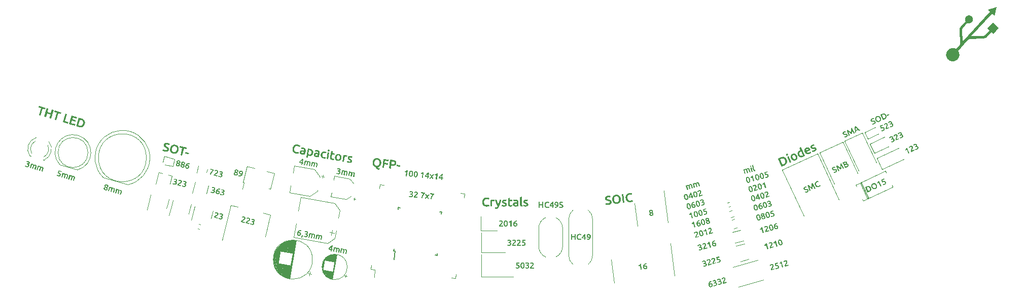
<source format=gbr>
%TF.GenerationSoftware,KiCad,Pcbnew,7.0.6*%
%TF.CreationDate,2023-10-29T15:43:57+01:00*%
%TF.ProjectId,nana,6e616e61-2e6b-4696-9361-645f70636258,rev?*%
%TF.SameCoordinates,Original*%
%TF.FileFunction,Legend,Top*%
%TF.FilePolarity,Positive*%
%FSLAX46Y46*%
G04 Gerber Fmt 4.6, Leading zero omitted, Abs format (unit mm)*
G04 Created by KiCad (PCBNEW 7.0.6) date 2023-10-29 15:43:57*
%MOMM*%
%LPD*%
G01*
G04 APERTURE LIST*
%ADD10C,0.000000*%
%ADD11C,0.200000*%
%ADD12C,0.250000*%
%ADD13C,0.300000*%
%ADD14C,0.120000*%
%ADD15C,0.100000*%
%ADD16C,0.150000*%
G04 APERTURE END LIST*
D10*
G36*
X239509800Y-72948602D02*
G01*
X239107061Y-72579552D01*
X235653448Y-76348509D01*
X237570293Y-76317481D01*
X237596945Y-76312873D01*
X237623616Y-76307220D01*
X237650247Y-76300546D01*
X237676767Y-76292849D01*
X237703101Y-76284126D01*
X237729204Y-76274379D01*
X237754994Y-76263624D01*
X237780419Y-76251834D01*
X237805391Y-76239025D01*
X237829877Y-76225194D01*
X237853775Y-76210353D01*
X237877046Y-76194484D01*
X237899613Y-76177616D01*
X237921415Y-76159718D01*
X237942388Y-76140819D01*
X237962455Y-76120893D01*
X238683548Y-75334708D01*
X238356696Y-75035211D01*
X239251346Y-74058877D01*
X240227580Y-74953433D01*
X239332934Y-75929760D01*
X239005661Y-75629878D01*
X238293844Y-76407042D01*
X238254826Y-76446862D01*
X238213041Y-76484343D01*
X238168759Y-76519495D01*
X238122269Y-76552300D01*
X238073813Y-76582764D01*
X238023692Y-76610878D01*
X237972158Y-76636640D01*
X237919496Y-76660043D01*
X237865957Y-76681084D01*
X237811828Y-76699767D01*
X237757379Y-76716055D01*
X237702876Y-76729995D01*
X237648596Y-76741533D01*
X237594800Y-76750691D01*
X237541779Y-76757471D01*
X237489781Y-76761848D01*
X237492683Y-76761757D01*
X237495343Y-76761694D01*
X237498737Y-76761651D01*
X237498968Y-76761650D01*
X237498885Y-76761670D01*
X237497617Y-76761712D01*
X237489633Y-76761859D01*
X235456615Y-76794721D01*
X235430003Y-76799305D01*
X235403384Y-76804922D01*
X235376800Y-76811563D01*
X235350339Y-76819216D01*
X235324052Y-76827905D01*
X235298015Y-76837605D01*
X235272278Y-76848329D01*
X235246911Y-76860056D01*
X235221991Y-76872816D01*
X235197562Y-76886590D01*
X235173699Y-76901370D01*
X235150468Y-76917170D01*
X235127924Y-76933965D01*
X235106156Y-76951777D01*
X235085207Y-76970593D01*
X235065141Y-76990412D01*
X233941329Y-78216844D01*
X233940850Y-78217402D01*
X233940370Y-78217949D01*
X233939878Y-78218493D01*
X233939376Y-78219023D01*
X233938378Y-78220072D01*
X233937394Y-78221142D01*
X233429293Y-78775621D01*
X233456898Y-78815182D01*
X233482590Y-78855670D01*
X233506373Y-78897021D01*
X233528247Y-78939164D01*
X233548201Y-78982052D01*
X233566232Y-79025599D01*
X233582343Y-79069744D01*
X233596524Y-79114414D01*
X233608773Y-79159565D01*
X233619101Y-79205118D01*
X233633944Y-79297141D01*
X233641011Y-79389972D01*
X233640296Y-79483085D01*
X233631771Y-79575925D01*
X233624576Y-79622095D01*
X233615401Y-79667999D01*
X233604285Y-79713578D01*
X233591191Y-79758752D01*
X233576116Y-79803474D01*
X233559087Y-79847666D01*
X233540079Y-79891262D01*
X233519079Y-79934196D01*
X233496095Y-79976405D01*
X233471141Y-80017815D01*
X233444182Y-80058378D01*
X233415248Y-80098015D01*
X233384299Y-80136659D01*
X233351375Y-80174241D01*
X233311866Y-80215224D01*
X233270776Y-80253739D01*
X233228201Y-80289797D01*
X233184237Y-80323378D01*
X233138991Y-80354478D01*
X233092555Y-80383105D01*
X233045022Y-80409232D01*
X232996504Y-80432890D01*
X232947080Y-80454036D01*
X232896866Y-80472689D01*
X232845947Y-80488845D01*
X232794435Y-80502491D01*
X232742407Y-80513628D01*
X232689987Y-80522244D01*
X232637256Y-80528348D01*
X232584312Y-80531922D01*
X232531262Y-80532966D01*
X232478200Y-80531479D01*
X232425225Y-80527472D01*
X232372431Y-80520906D01*
X232319920Y-80511804D01*
X232267791Y-80500150D01*
X232216137Y-80485944D01*
X232165068Y-80469174D01*
X232114655Y-80449834D01*
X232065033Y-80427942D01*
X232016284Y-80403485D01*
X231968496Y-80376437D01*
X231921764Y-80346815D01*
X231876218Y-80314616D01*
X231831928Y-80279820D01*
X231789002Y-80242438D01*
X231748025Y-80202946D01*
X231709526Y-80161864D01*
X231673477Y-80119303D01*
X231639917Y-80075354D01*
X231608814Y-80030112D01*
X231580205Y-79983683D01*
X231554069Y-79936162D01*
X231530435Y-79887649D01*
X231509288Y-79838224D01*
X231490640Y-79788017D01*
X231474496Y-79737112D01*
X231460849Y-79685599D01*
X231449716Y-79633583D01*
X231441105Y-79581165D01*
X231434999Y-79528430D01*
X231431432Y-79475499D01*
X231430381Y-79422448D01*
X231431868Y-79369394D01*
X231435892Y-79316418D01*
X231442451Y-79263634D01*
X231451560Y-79211127D01*
X231463207Y-79158994D01*
X231477418Y-79107344D01*
X231494192Y-79056264D01*
X231513523Y-79005866D01*
X231535409Y-78956244D01*
X231559884Y-78907489D01*
X231586927Y-78859702D01*
X231616546Y-78812978D01*
X231648745Y-78767437D01*
X231683540Y-78723134D01*
X231720924Y-78680216D01*
X231755485Y-78644133D01*
X231791275Y-78609952D01*
X231828233Y-78577664D01*
X231866276Y-78547278D01*
X231905349Y-78518811D01*
X231945379Y-78492237D01*
X231986309Y-78467575D01*
X232028074Y-78444831D01*
X232070596Y-78423997D01*
X232113817Y-78405084D01*
X232157669Y-78388099D01*
X232202083Y-78373035D01*
X232246995Y-78359890D01*
X232292341Y-78348684D01*
X232338048Y-78339417D01*
X232384058Y-78332073D01*
X232430297Y-78326674D01*
X232476706Y-78323214D01*
X232523218Y-78321696D01*
X232569756Y-78322132D01*
X232616272Y-78324521D01*
X232662684Y-78328853D01*
X232708933Y-78335150D01*
X232754950Y-78343394D01*
X232800659Y-78353614D01*
X232846020Y-78365789D01*
X232890946Y-78379932D01*
X232935373Y-78396051D01*
X232979243Y-78414135D01*
X233022474Y-78434193D01*
X233065023Y-78456245D01*
X233106807Y-78480265D01*
X233623965Y-77915887D01*
X233642036Y-77894165D01*
X233659010Y-77871637D01*
X233674923Y-77848377D01*
X233689749Y-77824457D01*
X233703507Y-77799925D01*
X233716203Y-77774855D01*
X233727839Y-77749311D01*
X233738404Y-77723352D01*
X233747943Y-77697053D01*
X233756414Y-77670473D01*
X233763846Y-77643670D01*
X233770243Y-77616719D01*
X233775592Y-77589688D01*
X233779923Y-77562625D01*
X233783224Y-77535610D01*
X233785496Y-77508702D01*
X233641131Y-75480380D01*
X233640642Y-75472352D01*
X233640576Y-75471055D01*
X233640585Y-75470961D01*
X233640615Y-75471186D01*
X233640884Y-75474534D01*
X233641275Y-75480081D01*
X233641095Y-75427893D01*
X233643214Y-75374476D01*
X233647641Y-75320092D01*
X233654402Y-75265010D01*
X233663506Y-75209499D01*
X233674989Y-75153840D01*
X233688860Y-75098295D01*
X233705135Y-75043130D01*
X233723844Y-74988632D01*
X233744993Y-74935051D01*
X233768621Y-74882671D01*
X233794728Y-74831758D01*
X233823344Y-74782591D01*
X233854485Y-74735417D01*
X233888173Y-74690539D01*
X233924427Y-74648197D01*
X234663379Y-73842063D01*
X234641060Y-73796212D01*
X234622418Y-73749102D01*
X234607469Y-73700942D01*
X234596222Y-73651971D01*
X234588698Y-73602405D01*
X234584924Y-73552487D01*
X234584898Y-73502421D01*
X234588662Y-73452465D01*
X234596214Y-73402830D01*
X234607576Y-73353741D01*
X234622772Y-73305435D01*
X234641826Y-73258152D01*
X234664746Y-73212091D01*
X234691540Y-73167512D01*
X234722248Y-73124604D01*
X234739061Y-73103875D01*
X234756876Y-73083644D01*
X234780513Y-73059118D01*
X234805106Y-73036072D01*
X234830587Y-73014489D01*
X234856896Y-72994391D01*
X234883979Y-72975786D01*
X234911781Y-72958651D01*
X234940234Y-72943008D01*
X234969280Y-72928855D01*
X234998864Y-72916195D01*
X235028930Y-72905033D01*
X235059414Y-72895366D01*
X235090259Y-72887195D01*
X235121408Y-72880529D01*
X235152803Y-72875371D01*
X235184371Y-72871714D01*
X235216075Y-72869573D01*
X235247835Y-72868952D01*
X235279608Y-72869840D01*
X235311333Y-72872249D01*
X235342946Y-72876168D01*
X235374385Y-72881617D01*
X235405612Y-72888598D01*
X235436539Y-72897114D01*
X235467126Y-72907155D01*
X235497308Y-72918709D01*
X235527034Y-72931826D01*
X235556222Y-72946481D01*
X235584839Y-72962667D01*
X235612817Y-72980405D01*
X235640098Y-72999689D01*
X235666625Y-73020521D01*
X235692331Y-73042911D01*
X235716860Y-73066559D01*
X235739916Y-73091161D01*
X235761496Y-73116642D01*
X235781595Y-73142965D01*
X235800210Y-73170055D01*
X235817346Y-73197858D01*
X235832991Y-73226320D01*
X235847148Y-73255381D01*
X235859805Y-73284960D01*
X235870972Y-73315042D01*
X235880647Y-73345530D01*
X235888812Y-73376375D01*
X235895488Y-73407527D01*
X235900642Y-73438914D01*
X235904302Y-73470502D01*
X235906441Y-73502200D01*
X235907071Y-73533957D01*
X235906187Y-73565735D01*
X235903789Y-73597467D01*
X235899857Y-73629075D01*
X235894410Y-73660516D01*
X235887438Y-73691729D01*
X235878944Y-73722653D01*
X235868904Y-73753230D01*
X235857342Y-73783402D01*
X235844243Y-73813116D01*
X235829606Y-73842302D01*
X235813424Y-73870908D01*
X235795701Y-73898867D01*
X235776426Y-73926131D01*
X235755613Y-73952631D01*
X235733243Y-73978315D01*
X235714644Y-73997819D01*
X235695443Y-74016382D01*
X235675684Y-74034017D01*
X235655384Y-74050708D01*
X235634583Y-74066466D01*
X235613300Y-74081294D01*
X235591565Y-74095173D01*
X235569414Y-74108126D01*
X235546859Y-74120144D01*
X235523946Y-74131214D01*
X235500697Y-74141356D01*
X235477146Y-74150564D01*
X235453315Y-74158831D01*
X235429235Y-74166152D01*
X235404925Y-74172541D01*
X235380421Y-74177981D01*
X235355766Y-74182500D01*
X235330965Y-74186075D01*
X235306069Y-74188702D01*
X235281082Y-74190401D01*
X235256051Y-74191149D01*
X235230997Y-74190971D01*
X235205950Y-74189842D01*
X235180948Y-74187774D01*
X235156004Y-74184766D01*
X235131160Y-74180819D01*
X235106431Y-74175928D01*
X235081851Y-74170098D01*
X235057456Y-74163322D01*
X235033266Y-74155608D01*
X235009321Y-74146952D01*
X234985631Y-74137350D01*
X234238377Y-74953462D01*
X234220290Y-74975192D01*
X234203287Y-74997725D01*
X234187376Y-75021004D01*
X234172551Y-75044951D01*
X234158789Y-75069510D01*
X234146097Y-75094609D01*
X234134482Y-75120199D01*
X234123915Y-75146194D01*
X234114399Y-75172541D01*
X234105937Y-75199169D01*
X234098518Y-75226021D01*
X234092133Y-75253022D01*
X234086781Y-75280111D01*
X234082458Y-75307213D01*
X234079152Y-75334283D01*
X234076876Y-75361247D01*
X234213048Y-77273101D01*
X238784621Y-72284100D01*
X238382517Y-71915641D01*
X239840612Y-71456081D01*
X239509800Y-72948602D01*
G37*
D11*
G36*
X102556751Y-101137369D02*
G01*
X102545085Y-101134404D01*
X102533365Y-101131204D01*
X102523951Y-101128476D01*
X102514503Y-101125599D01*
X102505021Y-101122571D01*
X102495505Y-101119394D01*
X102485954Y-101116067D01*
X102481167Y-101114347D01*
X102471659Y-101110846D01*
X102462305Y-101107296D01*
X102453104Y-101103697D01*
X102441818Y-101099129D01*
X102430773Y-101094485D01*
X102419967Y-101089765D01*
X102409401Y-101084968D01*
X102399106Y-101080140D01*
X102389115Y-101075324D01*
X102379428Y-101070521D01*
X102370045Y-101065732D01*
X102360966Y-101060955D01*
X102352190Y-101056191D01*
X102348765Y-101054289D01*
X102338886Y-101048492D01*
X102329611Y-101042684D01*
X102320940Y-101036864D01*
X102312873Y-101031033D01*
X102304224Y-101024215D01*
X102303056Y-101023240D01*
X102376392Y-100880761D01*
X102384782Y-100887206D01*
X102393717Y-100893770D01*
X102403197Y-100900450D01*
X102413222Y-100907249D01*
X102423792Y-100914165D01*
X102432077Y-100919429D01*
X102440668Y-100924759D01*
X102449566Y-100930156D01*
X102458770Y-100935619D01*
X102468440Y-100940996D01*
X102478625Y-100946202D01*
X102489324Y-100951239D01*
X102500538Y-100956105D01*
X102512267Y-100960802D01*
X102524510Y-100965327D01*
X102537268Y-100969683D01*
X102550540Y-100973869D01*
X102564327Y-100977884D01*
X102573804Y-100980466D01*
X102583510Y-100982973D01*
X102588449Y-100984198D01*
X102601418Y-100987211D01*
X102613993Y-100989808D01*
X102626172Y-100991988D01*
X102637957Y-100993751D01*
X102649346Y-100995097D01*
X102660341Y-100996026D01*
X102670940Y-100996538D01*
X102681145Y-100996634D01*
X102690954Y-100996312D01*
X102704928Y-100995049D01*
X102718013Y-100992847D01*
X102730209Y-100989708D01*
X102741516Y-100985630D01*
X102748561Y-100982391D01*
X102758542Y-100976860D01*
X102767834Y-100970679D01*
X102776436Y-100963848D01*
X102784349Y-100956366D01*
X102791572Y-100948233D01*
X102798106Y-100939450D01*
X102803950Y-100930017D01*
X102809105Y-100919933D01*
X102813570Y-100909198D01*
X102817346Y-100897813D01*
X102819481Y-100889862D01*
X102821720Y-100879523D01*
X102823300Y-100869502D01*
X102824348Y-100857423D01*
X102824365Y-100845840D01*
X102823353Y-100834755D01*
X102821310Y-100824166D01*
X102818934Y-100816053D01*
X102815257Y-100806236D01*
X102810803Y-100796781D01*
X102805572Y-100787689D01*
X102799566Y-100778960D01*
X102792783Y-100770593D01*
X102785224Y-100762588D01*
X102781983Y-100759488D01*
X102773434Y-100751923D01*
X102764264Y-100744735D01*
X102754474Y-100737924D01*
X102744065Y-100731488D01*
X102735291Y-100726610D01*
X102726120Y-100721974D01*
X102716552Y-100717578D01*
X102706695Y-100713339D01*
X102696625Y-100709291D01*
X102686344Y-100705436D01*
X102675851Y-100701772D01*
X102665145Y-100698300D01*
X102654228Y-100695019D01*
X102643099Y-100691931D01*
X102631758Y-100689034D01*
X102568177Y-100673476D01*
X102605331Y-100521640D01*
X102681249Y-100540217D01*
X102690860Y-100542415D01*
X102700565Y-100544329D01*
X102710364Y-100545960D01*
X102720257Y-100547306D01*
X102730244Y-100548369D01*
X102740325Y-100549148D01*
X102744383Y-100549379D01*
X102754445Y-100549650D01*
X102764299Y-100549415D01*
X102775849Y-100548467D01*
X102787100Y-100546791D01*
X102798051Y-100544388D01*
X102805186Y-100542382D01*
X102815554Y-100538642D01*
X102825410Y-100534106D01*
X102834754Y-100528772D01*
X102843585Y-100522641D01*
X102851904Y-100515713D01*
X102854564Y-100513227D01*
X102862149Y-100504926D01*
X102868900Y-100495342D01*
X102873887Y-100486376D01*
X102878294Y-100476518D01*
X102882122Y-100465770D01*
X102885369Y-100454131D01*
X102887691Y-100442871D01*
X102889040Y-100432045D01*
X102889417Y-100421653D01*
X102888822Y-100411695D01*
X102886898Y-100400626D01*
X102886515Y-100399093D01*
X102883415Y-100388708D01*
X102879456Y-100378884D01*
X102874638Y-100369619D01*
X102868960Y-100360914D01*
X102865331Y-100356191D01*
X102858338Y-100348375D01*
X102850554Y-100341135D01*
X102841980Y-100334471D01*
X102832614Y-100328384D01*
X102826908Y-100325165D01*
X102818079Y-100320697D01*
X102808924Y-100316627D01*
X102799442Y-100312954D01*
X102789632Y-100309679D01*
X102779496Y-100306801D01*
X102776044Y-100305929D01*
X102764900Y-100303415D01*
X102753888Y-100301356D01*
X102743006Y-100299755D01*
X102732257Y-100298609D01*
X102721638Y-100297920D01*
X102711151Y-100297688D01*
X102700795Y-100297912D01*
X102690571Y-100298593D01*
X102680478Y-100299730D01*
X102670517Y-100301323D01*
X102663949Y-100302639D01*
X102654190Y-100304847D01*
X102644419Y-100307286D01*
X102634635Y-100309957D01*
X102624839Y-100312859D01*
X102615030Y-100315992D01*
X102605210Y-100319356D01*
X102595376Y-100322951D01*
X102585531Y-100326778D01*
X102575673Y-100330836D01*
X102565802Y-100335125D01*
X102559215Y-100338113D01*
X102529941Y-100170022D01*
X102540851Y-100166643D01*
X102551892Y-100163454D01*
X102563063Y-100160456D01*
X102574363Y-100157649D01*
X102585794Y-100155033D01*
X102589633Y-100154204D01*
X102599466Y-100152246D01*
X102609582Y-100150432D01*
X102619983Y-100148760D01*
X102630667Y-100147232D01*
X102641636Y-100145848D01*
X102652890Y-100144606D01*
X102657470Y-100144150D01*
X102669074Y-100143177D01*
X102680867Y-100142484D01*
X102692849Y-100142070D01*
X102705021Y-100141936D01*
X102714895Y-100142030D01*
X102724890Y-100142303D01*
X102735006Y-100142755D01*
X102745222Y-100143428D01*
X102755515Y-100144363D01*
X102765884Y-100145561D01*
X102776332Y-100147021D01*
X102786856Y-100148744D01*
X102797457Y-100150729D01*
X102808136Y-100152977D01*
X102818892Y-100155487D01*
X102828842Y-100158002D01*
X102838587Y-100160628D01*
X102848125Y-100163365D01*
X102862047Y-100167678D01*
X102875506Y-100172240D01*
X102888501Y-100177051D01*
X102901034Y-100182111D01*
X102913103Y-100187420D01*
X102924709Y-100192978D01*
X102935852Y-100198786D01*
X102946531Y-100204842D01*
X102953394Y-100209018D01*
X102963332Y-100215419D01*
X102972846Y-100222017D01*
X102981937Y-100228812D01*
X102990603Y-100235803D01*
X102998846Y-100242992D01*
X103006665Y-100250377D01*
X103014060Y-100257959D01*
X103021031Y-100265738D01*
X103027578Y-100273714D01*
X103033702Y-100281886D01*
X103037548Y-100287444D01*
X103042977Y-100295914D01*
X103048006Y-100304521D01*
X103052634Y-100313264D01*
X103056862Y-100322143D01*
X103060690Y-100331159D01*
X103064118Y-100340311D01*
X103068066Y-100352726D01*
X103070559Y-100362196D01*
X103072653Y-100371803D01*
X103074346Y-100381545D01*
X103074822Y-100384823D01*
X103076039Y-100394726D01*
X103076880Y-100404701D01*
X103077345Y-100414747D01*
X103077435Y-100424865D01*
X103077149Y-100435055D01*
X103076488Y-100445316D01*
X103075452Y-100455649D01*
X103074039Y-100466054D01*
X103072252Y-100476530D01*
X103070088Y-100487078D01*
X103068437Y-100494150D01*
X103065068Y-100506490D01*
X103061101Y-100518424D01*
X103056534Y-100529950D01*
X103051369Y-100541069D01*
X103045606Y-100551780D01*
X103039243Y-100562084D01*
X103032282Y-100571981D01*
X103024722Y-100581471D01*
X103016564Y-100590553D01*
X103007807Y-100599228D01*
X103001636Y-100604785D01*
X102992210Y-100612683D01*
X102982844Y-100619977D01*
X102973537Y-100626666D01*
X102964289Y-100632751D01*
X102955101Y-100638232D01*
X102945972Y-100643108D01*
X102936903Y-100647381D01*
X102924903Y-100652137D01*
X102913009Y-100655819D01*
X102904158Y-100657876D01*
X102913973Y-100664665D01*
X102923470Y-100672137D01*
X102932650Y-100680291D01*
X102941512Y-100689128D01*
X102950057Y-100698648D01*
X102958285Y-100708850D01*
X102966196Y-100719735D01*
X102973789Y-100731302D01*
X102981065Y-100743552D01*
X102988024Y-100756485D01*
X102992487Y-100765485D01*
X102996658Y-100774695D01*
X103000372Y-100784077D01*
X103003630Y-100793633D01*
X103006430Y-100803362D01*
X103008774Y-100813263D01*
X103010661Y-100823338D01*
X103012091Y-100833586D01*
X103013065Y-100844007D01*
X103013581Y-100854601D01*
X103013641Y-100865368D01*
X103013243Y-100876308D01*
X103012389Y-100887421D01*
X103011078Y-100898707D01*
X103009310Y-100910166D01*
X103007086Y-100921798D01*
X103004404Y-100933604D01*
X103001329Y-100945312D01*
X102997895Y-100956774D01*
X102994101Y-100967989D01*
X102989947Y-100978957D01*
X102985434Y-100989678D01*
X102980562Y-101000151D01*
X102975330Y-101010378D01*
X102969739Y-101020357D01*
X102963788Y-101030090D01*
X102957478Y-101039575D01*
X102953072Y-101045761D01*
X102946217Y-101054741D01*
X102939002Y-101063354D01*
X102931425Y-101071601D01*
X102923487Y-101079480D01*
X102915188Y-101086993D01*
X102906528Y-101094139D01*
X102897507Y-101100918D01*
X102888125Y-101107331D01*
X102878382Y-101113376D01*
X102868277Y-101119055D01*
X102861340Y-101122637D01*
X102850640Y-101127688D01*
X102839592Y-101132340D01*
X102828194Y-101136593D01*
X102816448Y-101140447D01*
X102804353Y-101143901D01*
X102791909Y-101146957D01*
X102779117Y-101149613D01*
X102765976Y-101151870D01*
X102752486Y-101153728D01*
X102738647Y-101155187D01*
X102729228Y-101155937D01*
X102714852Y-101156644D01*
X102705062Y-101156833D01*
X102695107Y-101156798D01*
X102684987Y-101156537D01*
X102674702Y-101156052D01*
X102664252Y-101155341D01*
X102653637Y-101154406D01*
X102642857Y-101153245D01*
X102631913Y-101151860D01*
X102620803Y-101150249D01*
X102609528Y-101148414D01*
X102598089Y-101146353D01*
X102586484Y-101144067D01*
X102574715Y-101141557D01*
X102562780Y-101138821D01*
X102556751Y-101137369D01*
G37*
G36*
X103846709Y-100695404D02*
G01*
X103843326Y-100707801D01*
X103839301Y-100719962D01*
X103834634Y-100731888D01*
X103829326Y-100743578D01*
X103823376Y-100755032D01*
X103816785Y-100766251D01*
X103811420Y-100774510D01*
X103805694Y-100782637D01*
X103801676Y-100787982D01*
X103795477Y-100795910D01*
X103789083Y-100803729D01*
X103782495Y-100811439D01*
X103775713Y-100819039D01*
X103768737Y-100826530D01*
X103761566Y-100833912D01*
X103754201Y-100841184D01*
X103746642Y-100848346D01*
X103738889Y-100855400D01*
X103730941Y-100862344D01*
X103725535Y-100866912D01*
X103717334Y-100873695D01*
X103708991Y-100880391D01*
X103700507Y-100886998D01*
X103691880Y-100893518D01*
X103683111Y-100899950D01*
X103674200Y-100906294D01*
X103665147Y-100912551D01*
X103655952Y-100918719D01*
X103646614Y-100924800D01*
X103637135Y-100930793D01*
X103630737Y-100934740D01*
X103621152Y-100940578D01*
X103611576Y-100946378D01*
X103602010Y-100952142D01*
X103592452Y-100957867D01*
X103582904Y-100963555D01*
X103573365Y-100969206D01*
X103563835Y-100974819D01*
X103554314Y-100980394D01*
X103544803Y-100985932D01*
X103535300Y-100991433D01*
X103528971Y-100995079D01*
X103520408Y-100999950D01*
X103511483Y-101005150D01*
X103502195Y-101010678D01*
X103492544Y-101016536D01*
X103482531Y-101022721D01*
X103472155Y-101029236D01*
X103467902Y-101031934D01*
X103459455Y-101037347D01*
X103451088Y-101042781D01*
X103442804Y-101048234D01*
X103434601Y-101053707D01*
X103426479Y-101059201D01*
X103416442Y-101066095D01*
X103406532Y-101073021D01*
X103402604Y-101075800D01*
X103393021Y-101082666D01*
X103383825Y-101089504D01*
X103375017Y-101096314D01*
X103366596Y-101103096D01*
X103358562Y-101109849D01*
X103350916Y-101116575D01*
X103347966Y-101119258D01*
X103339970Y-101126719D01*
X103332510Y-101134182D01*
X103325873Y-101141814D01*
X103322399Y-101147702D01*
X103742557Y-101250514D01*
X103705403Y-101402349D01*
X103088570Y-101251411D01*
X103089831Y-101241291D01*
X103091385Y-101231600D01*
X103093454Y-101221336D01*
X103094383Y-101217379D01*
X103096831Y-101207377D01*
X103099292Y-101197322D01*
X103100247Y-101193418D01*
X103103451Y-101181145D01*
X103106990Y-101169149D01*
X103110863Y-101157429D01*
X103115071Y-101145986D01*
X103119614Y-101134818D01*
X103124491Y-101123928D01*
X103129703Y-101113313D01*
X103135249Y-101102975D01*
X103141130Y-101092913D01*
X103147346Y-101083128D01*
X103151675Y-101076758D01*
X103158421Y-101067402D01*
X103165359Y-101058239D01*
X103172488Y-101049269D01*
X103179809Y-101040491D01*
X103187321Y-101031906D01*
X103195025Y-101023514D01*
X103202920Y-101015315D01*
X103211007Y-101007308D01*
X103219285Y-100999494D01*
X103227755Y-100991873D01*
X103233508Y-100986899D01*
X103242258Y-100979572D01*
X103251119Y-100972382D01*
X103260093Y-100965330D01*
X103269178Y-100958417D01*
X103278376Y-100951641D01*
X103287686Y-100945003D01*
X103297108Y-100938504D01*
X103306642Y-100932142D01*
X103316288Y-100925918D01*
X103326047Y-100919832D01*
X103332614Y-100915851D01*
X103342543Y-100909949D01*
X103352461Y-100904071D01*
X103362369Y-100898216D01*
X103372267Y-100892386D01*
X103382154Y-100886580D01*
X103392031Y-100880798D01*
X103401897Y-100875039D01*
X103411754Y-100869305D01*
X103421600Y-100863595D01*
X103431436Y-100857909D01*
X103437987Y-100854131D01*
X103448052Y-100848261D01*
X103458014Y-100842421D01*
X103467875Y-100836610D01*
X103477635Y-100830830D01*
X103487292Y-100825080D01*
X103496848Y-100819361D01*
X103506303Y-100813671D01*
X103515655Y-100808011D01*
X103524844Y-100802300D01*
X103533777Y-100796573D01*
X103542454Y-100790831D01*
X103550876Y-100785073D01*
X103559043Y-100779300D01*
X103566954Y-100773512D01*
X103576483Y-100766254D01*
X103582009Y-100761889D01*
X103590902Y-100754454D01*
X103599367Y-100746865D01*
X103607403Y-100739122D01*
X103615011Y-100731225D01*
X103622189Y-100723174D01*
X103628938Y-100714969D01*
X103631518Y-100711644D01*
X103637640Y-100703204D01*
X103643130Y-100694537D01*
X103647988Y-100685640D01*
X103652215Y-100676516D01*
X103655810Y-100667163D01*
X103658773Y-100657583D01*
X103659781Y-100653686D01*
X103662449Y-100641314D01*
X103664268Y-100629463D01*
X103665239Y-100618135D01*
X103665361Y-100607328D01*
X103664636Y-100597042D01*
X103663063Y-100587279D01*
X103659646Y-100575072D01*
X103654721Y-100563794D01*
X103648288Y-100553442D01*
X103644506Y-100548615D01*
X103636256Y-100539524D01*
X103627240Y-100531188D01*
X103617457Y-100523609D01*
X103606908Y-100516784D01*
X103595593Y-100510715D01*
X103586604Y-100506659D01*
X103577183Y-100503028D01*
X103567332Y-100499822D01*
X103557049Y-100497040D01*
X103545481Y-100494479D01*
X103534053Y-100492494D01*
X103522768Y-100491083D01*
X103511624Y-100490247D01*
X103500622Y-100489985D01*
X103489762Y-100490299D01*
X103485457Y-100490585D01*
X103474891Y-100491489D01*
X103464621Y-100492687D01*
X103454648Y-100494177D01*
X103444971Y-100495962D01*
X103433750Y-100498491D01*
X103422956Y-100501442D01*
X103412570Y-100504679D01*
X103402571Y-100508064D01*
X103392961Y-100511597D01*
X103383739Y-100515278D01*
X103373470Y-100519759D01*
X103372046Y-100520416D01*
X103362400Y-100525010D01*
X103353060Y-100529727D01*
X103344027Y-100534568D01*
X103335301Y-100539532D01*
X103330453Y-100542423D01*
X103270637Y-100391250D01*
X103280325Y-100386336D01*
X103290082Y-100381644D01*
X103299909Y-100377173D01*
X103309805Y-100372923D01*
X103319772Y-100368895D01*
X103329807Y-100365088D01*
X103339913Y-100361503D01*
X103350088Y-100358138D01*
X103360332Y-100354996D01*
X103370646Y-100352074D01*
X103381030Y-100349374D01*
X103391484Y-100346895D01*
X103402006Y-100344637D01*
X103412599Y-100342601D01*
X103423261Y-100340786D01*
X103433993Y-100339192D01*
X103444783Y-100337814D01*
X103455606Y-100336702D01*
X103466462Y-100335858D01*
X103477351Y-100335281D01*
X103488272Y-100334971D01*
X103499226Y-100334929D01*
X103510213Y-100335154D01*
X103521233Y-100335647D01*
X103532286Y-100336406D01*
X103543371Y-100337433D01*
X103554490Y-100338728D01*
X103565641Y-100340290D01*
X103576825Y-100342119D01*
X103588041Y-100344215D01*
X103599291Y-100346579D01*
X103610573Y-100349210D01*
X103620145Y-100351628D01*
X103638710Y-100356776D01*
X103656506Y-100362341D01*
X103673531Y-100368322D01*
X103689787Y-100374720D01*
X103705273Y-100381534D01*
X103719989Y-100388766D01*
X103733936Y-100396414D01*
X103747112Y-100404478D01*
X103759519Y-100412960D01*
X103771155Y-100421858D01*
X103782022Y-100431172D01*
X103792119Y-100440904D01*
X103801446Y-100451051D01*
X103810003Y-100461616D01*
X103817791Y-100472597D01*
X103821396Y-100478244D01*
X103828073Y-100489778D01*
X103834072Y-100501584D01*
X103839390Y-100513661D01*
X103844030Y-100526011D01*
X103847990Y-100538632D01*
X103851271Y-100551525D01*
X103853872Y-100564689D01*
X103855794Y-100578126D01*
X103857036Y-100591834D01*
X103857599Y-100605815D01*
X103857483Y-100620067D01*
X103856687Y-100634590D01*
X103855211Y-100649386D01*
X103853057Y-100664454D01*
X103850222Y-100679793D01*
X103846709Y-100695404D01*
G37*
G36*
X104101680Y-101515410D02*
G01*
X104090014Y-101512445D01*
X104078294Y-101509246D01*
X104068880Y-101506518D01*
X104059432Y-101503640D01*
X104049950Y-101500613D01*
X104040433Y-101497436D01*
X104030883Y-101494109D01*
X104026095Y-101492389D01*
X104016588Y-101488888D01*
X104007233Y-101485337D01*
X103998033Y-101481738D01*
X103986747Y-101477171D01*
X103975702Y-101472527D01*
X103964896Y-101467807D01*
X103954329Y-101463010D01*
X103944035Y-101458181D01*
X103934044Y-101453366D01*
X103924357Y-101448563D01*
X103914974Y-101443773D01*
X103905895Y-101438997D01*
X103897119Y-101434233D01*
X103893694Y-101432331D01*
X103883815Y-101426534D01*
X103874540Y-101420725D01*
X103865869Y-101414905D01*
X103857801Y-101409074D01*
X103849153Y-101402257D01*
X103847984Y-101401282D01*
X103921320Y-101258802D01*
X103929711Y-101265248D01*
X103938646Y-101271811D01*
X103948126Y-101278492D01*
X103958151Y-101285291D01*
X103968721Y-101292207D01*
X103977005Y-101297471D01*
X103985597Y-101302801D01*
X103994495Y-101308198D01*
X104003699Y-101313660D01*
X104013369Y-101319037D01*
X104023554Y-101324244D01*
X104034253Y-101329281D01*
X104045467Y-101334147D01*
X104057196Y-101338843D01*
X104069439Y-101343369D01*
X104082196Y-101347725D01*
X104095469Y-101351910D01*
X104109256Y-101355926D01*
X104118733Y-101358508D01*
X104128439Y-101361014D01*
X104133377Y-101362239D01*
X104146347Y-101365253D01*
X104158921Y-101367850D01*
X104171101Y-101370029D01*
X104182885Y-101371792D01*
X104194275Y-101373138D01*
X104205269Y-101374068D01*
X104215869Y-101374580D01*
X104226073Y-101374675D01*
X104235883Y-101374354D01*
X104249857Y-101373090D01*
X104262941Y-101370889D01*
X104275138Y-101367749D01*
X104286445Y-101363672D01*
X104293489Y-101360432D01*
X104303471Y-101354902D01*
X104312762Y-101348721D01*
X104321365Y-101341889D01*
X104329277Y-101334407D01*
X104336501Y-101326275D01*
X104343034Y-101317492D01*
X104348879Y-101308058D01*
X104354034Y-101297974D01*
X104358499Y-101287240D01*
X104362275Y-101275855D01*
X104364409Y-101267903D01*
X104366649Y-101257564D01*
X104368229Y-101247543D01*
X104369276Y-101235464D01*
X104369294Y-101223882D01*
X104368281Y-101212797D01*
X104366239Y-101202208D01*
X104363863Y-101194095D01*
X104360185Y-101184278D01*
X104355731Y-101174823D01*
X104350501Y-101165731D01*
X104344495Y-101157001D01*
X104337712Y-101148634D01*
X104330153Y-101140630D01*
X104326912Y-101137529D01*
X104318362Y-101129965D01*
X104309193Y-101122777D01*
X104299403Y-101115965D01*
X104288994Y-101109530D01*
X104280220Y-101104652D01*
X104271049Y-101100015D01*
X104261481Y-101095619D01*
X104251624Y-101091380D01*
X104241554Y-101087333D01*
X104231273Y-101083477D01*
X104220779Y-101079814D01*
X104210074Y-101076341D01*
X104199157Y-101073061D01*
X104188028Y-101069972D01*
X104176687Y-101067075D01*
X104113106Y-101051517D01*
X104150260Y-100899681D01*
X104226177Y-100918258D01*
X104235788Y-100920457D01*
X104245493Y-100922371D01*
X104255292Y-100924002D01*
X104265185Y-100925348D01*
X104275172Y-100926411D01*
X104285253Y-100927189D01*
X104289312Y-100927421D01*
X104299374Y-100927692D01*
X104309228Y-100927457D01*
X104320778Y-100926509D01*
X104332029Y-100924833D01*
X104342980Y-100922430D01*
X104350115Y-100920423D01*
X104360483Y-100916684D01*
X104370339Y-100912148D01*
X104379682Y-100906814D01*
X104388514Y-100900683D01*
X104396833Y-100893755D01*
X104399492Y-100891268D01*
X104407078Y-100882968D01*
X104413829Y-100873384D01*
X104418816Y-100864417D01*
X104423223Y-100854560D01*
X104427050Y-100843812D01*
X104430297Y-100832172D01*
X104432619Y-100820913D01*
X104433969Y-100810087D01*
X104434346Y-100799695D01*
X104433751Y-100789737D01*
X104431827Y-100778667D01*
X104431444Y-100777134D01*
X104428344Y-100766750D01*
X104424384Y-100756925D01*
X104419566Y-100747661D01*
X104413889Y-100738956D01*
X104410259Y-100734233D01*
X104403267Y-100726416D01*
X104395483Y-100719176D01*
X104386908Y-100712513D01*
X104377543Y-100706426D01*
X104371836Y-100703206D01*
X104363008Y-100698739D01*
X104353853Y-100694669D01*
X104344371Y-100690996D01*
X104334561Y-100687720D01*
X104324425Y-100684842D01*
X104320973Y-100683971D01*
X104309829Y-100681456D01*
X104298816Y-100679398D01*
X104287935Y-100677796D01*
X104277185Y-100676651D01*
X104266567Y-100675962D01*
X104256080Y-100675730D01*
X104245724Y-100675954D01*
X104235500Y-100676634D01*
X104225407Y-100677771D01*
X104215446Y-100679365D01*
X104208878Y-100680681D01*
X104199119Y-100682889D01*
X104189347Y-100685328D01*
X104179564Y-100687999D01*
X104169768Y-100690900D01*
X104159959Y-100694033D01*
X104150138Y-100697398D01*
X104140305Y-100700993D01*
X104130459Y-100704820D01*
X104120601Y-100708878D01*
X104110731Y-100713167D01*
X104104144Y-100716155D01*
X104074870Y-100548064D01*
X104085780Y-100544684D01*
X104096821Y-100541495D01*
X104107991Y-100538498D01*
X104119292Y-100535691D01*
X104130723Y-100533075D01*
X104134562Y-100532245D01*
X104144394Y-100530288D01*
X104154511Y-100528473D01*
X104164911Y-100526802D01*
X104175596Y-100525274D01*
X104186565Y-100523889D01*
X104197818Y-100522648D01*
X104202399Y-100522191D01*
X104214003Y-100521218D01*
X104225796Y-100520525D01*
X104237778Y-100520112D01*
X104249950Y-100519978D01*
X104259824Y-100520072D01*
X104269819Y-100520345D01*
X104279935Y-100520797D01*
X104290151Y-100521470D01*
X104300443Y-100522405D01*
X104310813Y-100523603D01*
X104321260Y-100525063D01*
X104331785Y-100526786D01*
X104342386Y-100528771D01*
X104353065Y-100531019D01*
X104363821Y-100533529D01*
X104373771Y-100536044D01*
X104383516Y-100538670D01*
X104393054Y-100541407D01*
X104406976Y-100545720D01*
X104420435Y-100550281D01*
X104433430Y-100555092D01*
X104445962Y-100560153D01*
X104458032Y-100565462D01*
X104469638Y-100571020D01*
X104480780Y-100576827D01*
X104491460Y-100582884D01*
X104498322Y-100587060D01*
X104508261Y-100593461D01*
X104517775Y-100600059D01*
X104526865Y-100606853D01*
X104535532Y-100613845D01*
X104543775Y-100621033D01*
X104551594Y-100628419D01*
X104558989Y-100636001D01*
X104565960Y-100643779D01*
X104572507Y-100651755D01*
X104578630Y-100659928D01*
X104582477Y-100665486D01*
X104587906Y-100673956D01*
X104592935Y-100682563D01*
X104597563Y-100691306D01*
X104601791Y-100700185D01*
X104605619Y-100709201D01*
X104609047Y-100718353D01*
X104612994Y-100730768D01*
X104615488Y-100740238D01*
X104617582Y-100749844D01*
X104619275Y-100759587D01*
X104619751Y-100762865D01*
X104620967Y-100772768D01*
X104621808Y-100782743D01*
X104622274Y-100792789D01*
X104622364Y-100802907D01*
X104622078Y-100813097D01*
X104621417Y-100823358D01*
X104620380Y-100833691D01*
X104618968Y-100844096D01*
X104617180Y-100854572D01*
X104615017Y-100865120D01*
X104613366Y-100872192D01*
X104609997Y-100884532D01*
X104606030Y-100896465D01*
X104601463Y-100907991D01*
X104596298Y-100919110D01*
X104590534Y-100929822D01*
X104584172Y-100940126D01*
X104577211Y-100950023D01*
X104569651Y-100959512D01*
X104561493Y-100968595D01*
X104552736Y-100977270D01*
X104546565Y-100982827D01*
X104537139Y-100990725D01*
X104527772Y-100998018D01*
X104518465Y-101004708D01*
X104509218Y-101010793D01*
X104500030Y-101016273D01*
X104490901Y-101021150D01*
X104481832Y-101025422D01*
X104469832Y-101030179D01*
X104457938Y-101033861D01*
X104449087Y-101035918D01*
X104458901Y-101042707D01*
X104468398Y-101050179D01*
X104477578Y-101058333D01*
X104486441Y-101067170D01*
X104494986Y-101076689D01*
X104503214Y-101086892D01*
X104511125Y-101097776D01*
X104518718Y-101109344D01*
X104525994Y-101121594D01*
X104532953Y-101134526D01*
X104537416Y-101143527D01*
X104541587Y-101152737D01*
X104545301Y-101162119D01*
X104548559Y-101171675D01*
X104551359Y-101181403D01*
X104553703Y-101191305D01*
X104555590Y-101201380D01*
X104557020Y-101211627D01*
X104557993Y-101222048D01*
X104558510Y-101232642D01*
X104558569Y-101243409D01*
X104558172Y-101254349D01*
X104557318Y-101265462D01*
X104556007Y-101276748D01*
X104554239Y-101288208D01*
X104552015Y-101299840D01*
X104549333Y-101311645D01*
X104546258Y-101323354D01*
X104542823Y-101334816D01*
X104539029Y-101346031D01*
X104534876Y-101356999D01*
X104530363Y-101367719D01*
X104525491Y-101378193D01*
X104520259Y-101388419D01*
X104514668Y-101398399D01*
X104508717Y-101408131D01*
X104502407Y-101417617D01*
X104498001Y-101423803D01*
X104491146Y-101432783D01*
X104483930Y-101441396D01*
X104476354Y-101449643D01*
X104468416Y-101457522D01*
X104460117Y-101465035D01*
X104451457Y-101472181D01*
X104442436Y-101478960D01*
X104433053Y-101485372D01*
X104423310Y-101491418D01*
X104413206Y-101497097D01*
X104406269Y-101500679D01*
X104395569Y-101505730D01*
X104384520Y-101510382D01*
X104373123Y-101514635D01*
X104361377Y-101518488D01*
X104349282Y-101521943D01*
X104336838Y-101524998D01*
X104324046Y-101527654D01*
X104310904Y-101529911D01*
X104297414Y-101531769D01*
X104283576Y-101533228D01*
X104274156Y-101533979D01*
X104259780Y-101534685D01*
X104249990Y-101534875D01*
X104240035Y-101534839D01*
X104229915Y-101534579D01*
X104219631Y-101534093D01*
X104209181Y-101533383D01*
X104198566Y-101532447D01*
X104187786Y-101531287D01*
X104176841Y-101529901D01*
X104165732Y-101528291D01*
X104154457Y-101526455D01*
X104143018Y-101524395D01*
X104131413Y-101522109D01*
X104119643Y-101519598D01*
X104107709Y-101516863D01*
X104101680Y-101515410D01*
G37*
D12*
G36*
X199620063Y-104451069D02*
G01*
X199638146Y-104452469D01*
X199655968Y-104455012D01*
X199673528Y-104458697D01*
X199690827Y-104463523D01*
X199707864Y-104469491D01*
X199724639Y-104476601D01*
X199741153Y-104484853D01*
X199757405Y-104494246D01*
X199773396Y-104504782D01*
X199789125Y-104516459D01*
X199796892Y-104522726D01*
X199804569Y-104529265D01*
X199812131Y-104536063D01*
X199819580Y-104543121D01*
X199826914Y-104550439D01*
X199834134Y-104558016D01*
X199841240Y-104565852D01*
X199848231Y-104573947D01*
X199855108Y-104582302D01*
X199861872Y-104590917D01*
X199868521Y-104599790D01*
X199875055Y-104608923D01*
X199881476Y-104618316D01*
X199887782Y-104627968D01*
X199893974Y-104637879D01*
X199900052Y-104648050D01*
X199906016Y-104658480D01*
X199911866Y-104669169D01*
X199917601Y-104680118D01*
X199923222Y-104691326D01*
X199928729Y-104702794D01*
X199934122Y-104714521D01*
X199939400Y-104726507D01*
X199944565Y-104738753D01*
X199949615Y-104751258D01*
X199954551Y-104764023D01*
X199959372Y-104777047D01*
X199964080Y-104790330D01*
X199968673Y-104803873D01*
X199973152Y-104817675D01*
X199977517Y-104831737D01*
X199981768Y-104846058D01*
X199985905Y-104860638D01*
X199989868Y-104875266D01*
X199993601Y-104889731D01*
X199997101Y-104904032D01*
X200000371Y-104918170D01*
X200003408Y-104932144D01*
X200006215Y-104945954D01*
X200008789Y-104959601D01*
X200011133Y-104973085D01*
X200013245Y-104986405D01*
X200015125Y-104999562D01*
X200016774Y-105012555D01*
X200018191Y-105025384D01*
X200019377Y-105038050D01*
X200020331Y-105050552D01*
X200021054Y-105062891D01*
X200021546Y-105075067D01*
X200021806Y-105087079D01*
X200021834Y-105098927D01*
X200021631Y-105110612D01*
X200021197Y-105122133D01*
X200020531Y-105133491D01*
X200019633Y-105144685D01*
X200018504Y-105155716D01*
X200017144Y-105166583D01*
X200015552Y-105177287D01*
X200013728Y-105187827D01*
X200011674Y-105198204D01*
X200009387Y-105208417D01*
X200006869Y-105218466D01*
X200004120Y-105228352D01*
X200001139Y-105238075D01*
X199997927Y-105247634D01*
X199994497Y-105257006D01*
X199990865Y-105266166D01*
X199982990Y-105283855D01*
X199974303Y-105300699D01*
X199964804Y-105316700D01*
X199954493Y-105331856D01*
X199943369Y-105346169D01*
X199931433Y-105359637D01*
X199918685Y-105372261D01*
X199905125Y-105384042D01*
X199890752Y-105394978D01*
X199875567Y-105405070D01*
X199859570Y-105414318D01*
X199842760Y-105422723D01*
X199825138Y-105430283D01*
X199806704Y-105436999D01*
X199797182Y-105440041D01*
X199787458Y-105442871D01*
X199777664Y-105445454D01*
X199767936Y-105447750D01*
X199758273Y-105449762D01*
X199739144Y-105452928D01*
X199720276Y-105454953D01*
X199701669Y-105455836D01*
X199683325Y-105455577D01*
X199665241Y-105454176D01*
X199647420Y-105451633D01*
X199629859Y-105447949D01*
X199612561Y-105443123D01*
X199595524Y-105437155D01*
X199578748Y-105430045D01*
X199562234Y-105421793D01*
X199545982Y-105412399D01*
X199529991Y-105401864D01*
X199514262Y-105390187D01*
X199506495Y-105383920D01*
X199498819Y-105377381D01*
X199491256Y-105370582D01*
X199483808Y-105363524D01*
X199476474Y-105356207D01*
X199469254Y-105348630D01*
X199462148Y-105340794D01*
X199455156Y-105332698D01*
X199448279Y-105324343D01*
X199441516Y-105315729D01*
X199434867Y-105306855D01*
X199428332Y-105297722D01*
X199421912Y-105288330D01*
X199415605Y-105278678D01*
X199409413Y-105268766D01*
X199403335Y-105258596D01*
X199397371Y-105248166D01*
X199391522Y-105237476D01*
X199385787Y-105226527D01*
X199380165Y-105215319D01*
X199374658Y-105203851D01*
X199369266Y-105192124D01*
X199363987Y-105180138D01*
X199358823Y-105167892D01*
X199353773Y-105155387D01*
X199348837Y-105142623D01*
X199344015Y-105129599D01*
X199339307Y-105116315D01*
X199334714Y-105102772D01*
X199330235Y-105088970D01*
X199325870Y-105074909D01*
X199321619Y-105060588D01*
X199317483Y-105046008D01*
X199313552Y-105031492D01*
X199309854Y-105017130D01*
X199306389Y-105002921D01*
X199303156Y-104988865D01*
X199300156Y-104974962D01*
X199297389Y-104961213D01*
X199294854Y-104947618D01*
X199292552Y-104934175D01*
X199290482Y-104920886D01*
X199288645Y-104907750D01*
X199287041Y-104894767D01*
X199285669Y-104881938D01*
X199284530Y-104869262D01*
X199283623Y-104856740D01*
X199282950Y-104844370D01*
X199282508Y-104832154D01*
X199282288Y-104820074D01*
X199282293Y-104808171D01*
X199282523Y-104796445D01*
X199282978Y-104784896D01*
X199283528Y-104775717D01*
X199465290Y-104775717D01*
X199465329Y-104786112D01*
X199465641Y-104796765D01*
X199466225Y-104807677D01*
X199467081Y-104818847D01*
X199468209Y-104830276D01*
X199469610Y-104841964D01*
X199471283Y-104853911D01*
X199471901Y-104857951D01*
X199473876Y-104870136D01*
X199476026Y-104882455D01*
X199478352Y-104894908D01*
X199480853Y-104907495D01*
X199483529Y-104920216D01*
X199486380Y-104933071D01*
X199489407Y-104946061D01*
X199492609Y-104959184D01*
X199495986Y-104972441D01*
X199499539Y-104985833D01*
X199502005Y-104994835D01*
X199505803Y-105008283D01*
X199509684Y-105021529D01*
X199513647Y-105034574D01*
X199517692Y-105047418D01*
X199521820Y-105060061D01*
X199526030Y-105072504D01*
X199530323Y-105084745D01*
X199534698Y-105096785D01*
X199539155Y-105108624D01*
X199543694Y-105120261D01*
X199546767Y-105127908D01*
X199551441Y-105139089D01*
X199556216Y-105149911D01*
X199561093Y-105160376D01*
X199566070Y-105170483D01*
X199571150Y-105180232D01*
X199576330Y-105189623D01*
X199581612Y-105198657D01*
X199586995Y-105207333D01*
X199592479Y-105215651D01*
X199599949Y-105226185D01*
X199601844Y-105228719D01*
X199609533Y-105238420D01*
X199617388Y-105247410D01*
X199625410Y-105255688D01*
X199633600Y-105263254D01*
X199641956Y-105270109D01*
X199650479Y-105276252D01*
X199659170Y-105281684D01*
X199668027Y-105286403D01*
X199677063Y-105290313D01*
X199688629Y-105293922D01*
X199700493Y-105296112D01*
X199712657Y-105296882D01*
X199722604Y-105296476D01*
X199732742Y-105295162D01*
X199743072Y-105292939D01*
X199745684Y-105292241D01*
X199755830Y-105288999D01*
X199765323Y-105285084D01*
X199774161Y-105280494D01*
X199784288Y-105273810D01*
X199793393Y-105266072D01*
X199801476Y-105257281D01*
X199808537Y-105247437D01*
X199813533Y-105238875D01*
X199818041Y-105229783D01*
X199822061Y-105220161D01*
X199825594Y-105210010D01*
X199828640Y-105199328D01*
X199831198Y-105188115D01*
X199833268Y-105176373D01*
X199834851Y-105164101D01*
X199835959Y-105151334D01*
X199836489Y-105141458D01*
X199836761Y-105131324D01*
X199836773Y-105120932D01*
X199836527Y-105110282D01*
X199836022Y-105099374D01*
X199835259Y-105088209D01*
X199834237Y-105076785D01*
X199832956Y-105065103D01*
X199831417Y-105053163D01*
X199830846Y-105049126D01*
X199828985Y-105036864D01*
X199826938Y-105024476D01*
X199824705Y-105011961D01*
X199822285Y-104999319D01*
X199819678Y-104986551D01*
X199816885Y-104973657D01*
X199813905Y-104960636D01*
X199810738Y-104947488D01*
X199807385Y-104934215D01*
X199803846Y-104920814D01*
X199801383Y-104911810D01*
X199797579Y-104898367D01*
X199793681Y-104885132D01*
X199789690Y-104872105D01*
X199785605Y-104859288D01*
X199781426Y-104846679D01*
X199777154Y-104834278D01*
X199772789Y-104822087D01*
X199768329Y-104810103D01*
X199763776Y-104798329D01*
X199759130Y-104786763D01*
X199755980Y-104779168D01*
X199751168Y-104767981D01*
X199746269Y-104757152D01*
X199741281Y-104746682D01*
X199736206Y-104736570D01*
X199731043Y-104726816D01*
X199725793Y-104717421D01*
X199720455Y-104708385D01*
X199715029Y-104699707D01*
X199709515Y-104691387D01*
X199702027Y-104680852D01*
X199700131Y-104678318D01*
X199692454Y-104668614D01*
X199684631Y-104659615D01*
X199676664Y-104651322D01*
X199668552Y-104643734D01*
X199660295Y-104636852D01*
X199651893Y-104630675D01*
X199643346Y-104625204D01*
X199634655Y-104620438D01*
X199623532Y-104615636D01*
X199612076Y-104612264D01*
X199600286Y-104610321D01*
X199588163Y-104609807D01*
X199578223Y-104610425D01*
X199568070Y-104611957D01*
X199557703Y-104614405D01*
X199547546Y-104617649D01*
X199538021Y-104621574D01*
X199529128Y-104626179D01*
X199520867Y-104631464D01*
X199511430Y-104639026D01*
X199502980Y-104647652D01*
X199495519Y-104657340D01*
X199494145Y-104659405D01*
X199488983Y-104668012D01*
X199484332Y-104677144D01*
X199480190Y-104686799D01*
X199476557Y-104696979D01*
X199473435Y-104707682D01*
X199470822Y-104718910D01*
X199468718Y-104730661D01*
X199467125Y-104742936D01*
X199466028Y-104755704D01*
X199465523Y-104765581D01*
X199465290Y-104775717D01*
X199283528Y-104775717D01*
X199283659Y-104773524D01*
X199284566Y-104762329D01*
X199285697Y-104751312D01*
X199287054Y-104740471D01*
X199288636Y-104729808D01*
X199290444Y-104719322D01*
X199292477Y-104709012D01*
X199294735Y-104698880D01*
X199297219Y-104688925D01*
X199299928Y-104679148D01*
X199302863Y-104669547D01*
X199306022Y-104660123D01*
X199309427Y-104650877D01*
X199314922Y-104637372D01*
X199320881Y-104624304D01*
X199327303Y-104611673D01*
X199334191Y-104599480D01*
X199341542Y-104587723D01*
X199349358Y-104576403D01*
X199357638Y-104565521D01*
X199366383Y-104555075D01*
X199375591Y-104545067D01*
X199385264Y-104535496D01*
X199395378Y-104526349D01*
X199405934Y-104517704D01*
X199416931Y-104509560D01*
X199428371Y-104501918D01*
X199440253Y-104494776D01*
X199452576Y-104488136D01*
X199465342Y-104481997D01*
X199478549Y-104476359D01*
X199492199Y-104471222D01*
X199501544Y-104468076D01*
X199511085Y-104465152D01*
X199515930Y-104463774D01*
X199525724Y-104461192D01*
X199535452Y-104458895D01*
X199545115Y-104456884D01*
X199564244Y-104453717D01*
X199583112Y-104451692D01*
X199601718Y-104450810D01*
X199620063Y-104451069D01*
G37*
G36*
X200600458Y-104341191D02*
G01*
X200590555Y-104344178D01*
X200580812Y-104347222D01*
X200571230Y-104350322D01*
X200561807Y-104353478D01*
X200552545Y-104356691D01*
X200538952Y-104361617D01*
X200525720Y-104366670D01*
X200512848Y-104371851D01*
X200500337Y-104377158D01*
X200488186Y-104382593D01*
X200476396Y-104388155D01*
X200464966Y-104393844D01*
X200461236Y-104395769D01*
X200450297Y-104401602D01*
X200439672Y-104407624D01*
X200429363Y-104413835D01*
X200419369Y-104420235D01*
X200409690Y-104426823D01*
X200400326Y-104433601D01*
X200391278Y-104440567D01*
X200382545Y-104447722D01*
X200374127Y-104455066D01*
X200366024Y-104462599D01*
X200360798Y-104467725D01*
X200353224Y-104475587D01*
X200345974Y-104483667D01*
X200339048Y-104491964D01*
X200332444Y-104500479D01*
X200326164Y-104509212D01*
X200320207Y-104518163D01*
X200314573Y-104527331D01*
X200309263Y-104536717D01*
X200304276Y-104546321D01*
X200299612Y-104556143D01*
X200296682Y-104562812D01*
X200292632Y-104572864D01*
X200288968Y-104582894D01*
X200285690Y-104592902D01*
X200282798Y-104602887D01*
X200280292Y-104612850D01*
X200278172Y-104622791D01*
X200276437Y-104632709D01*
X200275088Y-104642605D01*
X200274126Y-104652478D01*
X200273549Y-104662329D01*
X200273379Y-104668884D01*
X200282358Y-104661774D01*
X200291934Y-104654953D01*
X200302108Y-104648420D01*
X200312878Y-104642176D01*
X200324245Y-104636221D01*
X200336209Y-104630555D01*
X200348770Y-104625178D01*
X200361928Y-104620090D01*
X200375683Y-104615291D01*
X200385185Y-104612252D01*
X200394952Y-104609341D01*
X200399935Y-104607934D01*
X200410571Y-104605086D01*
X200421064Y-104602483D01*
X200431412Y-104600123D01*
X200441616Y-104598007D01*
X200451676Y-104596135D01*
X200461592Y-104594507D01*
X200471363Y-104593122D01*
X200485750Y-104591504D01*
X200499812Y-104590434D01*
X200513550Y-104589913D01*
X200526963Y-104589941D01*
X200540052Y-104590517D01*
X200552816Y-104591643D01*
X200565248Y-104593210D01*
X200577365Y-104595198D01*
X200589166Y-104597608D01*
X200600653Y-104600440D01*
X200611824Y-104603693D01*
X200622680Y-104607368D01*
X200633220Y-104611464D01*
X200643445Y-104615982D01*
X200653355Y-104620921D01*
X200662950Y-104626282D01*
X200669172Y-104630090D01*
X200678252Y-104636104D01*
X200687038Y-104642440D01*
X200695530Y-104649098D01*
X200703729Y-104656079D01*
X200711634Y-104663381D01*
X200719244Y-104671005D01*
X200726561Y-104678952D01*
X200733585Y-104687220D01*
X200740314Y-104695811D01*
X200746749Y-104704723D01*
X200750876Y-104710844D01*
X200756827Y-104720216D01*
X200762495Y-104729756D01*
X200767880Y-104739463D01*
X200772981Y-104749339D01*
X200777800Y-104759381D01*
X200782335Y-104769592D01*
X200786587Y-104779970D01*
X200790555Y-104790516D01*
X200794241Y-104801229D01*
X200797643Y-104812110D01*
X200799754Y-104819457D01*
X200802385Y-104829590D01*
X200804700Y-104839863D01*
X200806697Y-104850279D01*
X200808377Y-104860835D01*
X200809740Y-104871533D01*
X200810786Y-104882373D01*
X200811515Y-104893354D01*
X200811926Y-104904476D01*
X200812020Y-104915740D01*
X200811797Y-104927145D01*
X200811472Y-104934827D01*
X200810700Y-104946306D01*
X200809508Y-104957714D01*
X200807895Y-104969052D01*
X200805862Y-104980319D01*
X200803409Y-104991516D01*
X200800534Y-105002642D01*
X200797240Y-105013697D01*
X200793524Y-105024682D01*
X200789388Y-105035597D01*
X200784832Y-105046441D01*
X200781561Y-105053631D01*
X200776328Y-105064241D01*
X200770658Y-105074661D01*
X200764553Y-105084889D01*
X200758011Y-105094926D01*
X200751034Y-105104772D01*
X200743620Y-105114428D01*
X200735770Y-105123892D01*
X200727484Y-105133166D01*
X200718762Y-105142248D01*
X200709604Y-105151140D01*
X200703256Y-105156962D01*
X200693364Y-105165412D01*
X200682935Y-105173450D01*
X200671968Y-105181076D01*
X200660464Y-105188290D01*
X200648422Y-105195091D01*
X200635842Y-105201481D01*
X200622725Y-105207457D01*
X200613682Y-105211213D01*
X200604399Y-105214785D01*
X200594878Y-105218174D01*
X200585117Y-105221380D01*
X200575118Y-105224402D01*
X200570029Y-105225845D01*
X200559779Y-105228575D01*
X200549623Y-105231053D01*
X200539562Y-105233281D01*
X200529594Y-105235257D01*
X200519721Y-105236981D01*
X200509942Y-105238454D01*
X200490666Y-105240646D01*
X200471767Y-105241833D01*
X200453244Y-105242015D01*
X200435098Y-105241191D01*
X200417329Y-105239361D01*
X200399936Y-105236526D01*
X200382920Y-105232686D01*
X200366280Y-105227841D01*
X200350017Y-105221989D01*
X200334131Y-105215133D01*
X200318621Y-105207271D01*
X200303488Y-105198404D01*
X200288731Y-105188531D01*
X200274444Y-105177743D01*
X200260662Y-105166145D01*
X200247384Y-105153739D01*
X200234610Y-105140523D01*
X200222341Y-105126498D01*
X200210575Y-105111665D01*
X200199315Y-105096021D01*
X200193873Y-105087896D01*
X200188558Y-105079569D01*
X200183369Y-105071040D01*
X200178306Y-105062308D01*
X200173369Y-105053374D01*
X200168558Y-105044237D01*
X200163873Y-105034898D01*
X200159314Y-105025357D01*
X200154881Y-105015614D01*
X200150575Y-105005669D01*
X200146394Y-104995521D01*
X200142340Y-104985171D01*
X200138411Y-104974618D01*
X200134609Y-104963863D01*
X200130933Y-104952906D01*
X200127382Y-104941747D01*
X200123958Y-104930386D01*
X200120660Y-104918822D01*
X200116184Y-104902066D01*
X200112089Y-104885457D01*
X200108374Y-104868993D01*
X200105041Y-104852675D01*
X200102089Y-104836503D01*
X200100924Y-104829246D01*
X200293772Y-104829246D01*
X200295547Y-104838903D01*
X200297451Y-104847996D01*
X200299708Y-104857911D01*
X200302113Y-104867451D01*
X200303272Y-104871727D01*
X200306002Y-104881322D01*
X200308831Y-104890778D01*
X200312759Y-104903170D01*
X200316864Y-104915315D01*
X200321145Y-104927212D01*
X200325604Y-104938863D01*
X200330240Y-104950266D01*
X200335052Y-104961422D01*
X200337525Y-104966908D01*
X200342603Y-104977523D01*
X200347892Y-104987668D01*
X200353391Y-104997343D01*
X200359100Y-105006547D01*
X200365019Y-105015282D01*
X200371149Y-105023546D01*
X200377488Y-105031340D01*
X200384038Y-105038664D01*
X200392615Y-105047010D01*
X200401601Y-105054511D01*
X200410997Y-105061169D01*
X200420802Y-105066983D01*
X200431017Y-105071953D01*
X200441641Y-105076080D01*
X200446006Y-105077494D01*
X200457317Y-105080272D01*
X200469117Y-105081911D01*
X200478909Y-105082404D01*
X200489013Y-105082168D01*
X200499431Y-105081204D01*
X200510161Y-105079511D01*
X200521204Y-105077090D01*
X200526843Y-105075606D01*
X200538094Y-105072096D01*
X200548603Y-105068012D01*
X200558372Y-105063354D01*
X200567400Y-105058122D01*
X200575686Y-105052315D01*
X200583232Y-105045934D01*
X200586043Y-105043221D01*
X200593938Y-105034619D01*
X200600984Y-105025592D01*
X200607182Y-105016142D01*
X200612531Y-105006267D01*
X200617032Y-104995969D01*
X200618344Y-104992442D01*
X200621836Y-104981609D01*
X200624595Y-104970641D01*
X200626622Y-104959538D01*
X200627916Y-104948299D01*
X200628477Y-104936925D01*
X200628502Y-104933103D01*
X200628195Y-104921749D01*
X200627375Y-104910663D01*
X200626041Y-104899844D01*
X200624193Y-104889293D01*
X200621831Y-104879008D01*
X200620930Y-104875639D01*
X200616728Y-104861757D01*
X200612052Y-104848705D01*
X200606903Y-104836484D01*
X200601281Y-104825094D01*
X200595184Y-104814534D01*
X200588615Y-104804806D01*
X200581571Y-104795908D01*
X200574055Y-104787841D01*
X200566064Y-104780605D01*
X200557600Y-104774199D01*
X200551695Y-104770391D01*
X200542379Y-104765410D01*
X200532465Y-104761339D01*
X200521952Y-104758178D01*
X200510841Y-104755927D01*
X200499131Y-104754586D01*
X200486822Y-104754155D01*
X200473915Y-104754635D01*
X200460409Y-104756024D01*
X200446305Y-104758323D01*
X200436569Y-104760362D01*
X200426568Y-104762805D01*
X200421467Y-104764178D01*
X200411893Y-104766956D01*
X200402471Y-104769937D01*
X200393200Y-104773122D01*
X200381824Y-104777390D01*
X200370685Y-104781975D01*
X200359782Y-104786878D01*
X200349117Y-104792100D01*
X200338928Y-104797529D01*
X200329311Y-104803097D01*
X200320264Y-104808804D01*
X200311787Y-104814650D01*
X200303881Y-104820635D01*
X200295148Y-104827999D01*
X200293772Y-104829246D01*
X200100924Y-104829246D01*
X200099517Y-104820477D01*
X200097327Y-104804596D01*
X200095518Y-104788862D01*
X200094090Y-104773273D01*
X200093043Y-104757830D01*
X200092377Y-104742533D01*
X200092092Y-104727381D01*
X200092188Y-104712376D01*
X200092665Y-104697516D01*
X200093523Y-104682802D01*
X200094762Y-104668234D01*
X200096390Y-104653822D01*
X200098359Y-104639593D01*
X200100668Y-104625547D01*
X200103316Y-104611684D01*
X200106304Y-104598004D01*
X200109633Y-104584507D01*
X200113300Y-104571193D01*
X200117308Y-104558062D01*
X200121656Y-104545114D01*
X200126343Y-104532349D01*
X200131371Y-104519767D01*
X200136738Y-104507368D01*
X200142445Y-104495152D01*
X200148492Y-104483118D01*
X200154879Y-104471268D01*
X200161605Y-104459601D01*
X200168661Y-104448127D01*
X200176035Y-104436859D01*
X200183727Y-104425795D01*
X200191737Y-104414936D01*
X200200065Y-104404282D01*
X200208712Y-104393833D01*
X200217676Y-104383589D01*
X200226959Y-104373549D01*
X200236560Y-104363714D01*
X200246480Y-104354084D01*
X200256717Y-104344659D01*
X200267273Y-104335439D01*
X200278147Y-104326423D01*
X200289339Y-104317613D01*
X200300849Y-104309007D01*
X200312677Y-104300606D01*
X200324856Y-104292373D01*
X200337375Y-104284347D01*
X200350235Y-104276527D01*
X200363436Y-104268914D01*
X200376976Y-104261507D01*
X200390858Y-104254307D01*
X200405079Y-104247314D01*
X200419641Y-104240527D01*
X200434544Y-104233946D01*
X200449787Y-104227573D01*
X200465370Y-104221405D01*
X200481294Y-104215445D01*
X200497559Y-104209691D01*
X200514163Y-104204143D01*
X200531109Y-104198802D01*
X200548394Y-104193668D01*
X200600458Y-104341191D01*
G37*
G36*
X201152726Y-104026023D02*
G01*
X201170810Y-104027424D01*
X201188631Y-104029967D01*
X201206191Y-104033651D01*
X201223490Y-104038478D01*
X201240527Y-104044446D01*
X201257302Y-104051556D01*
X201273816Y-104059807D01*
X201290069Y-104069201D01*
X201306059Y-104079736D01*
X201321789Y-104091414D01*
X201329555Y-104097680D01*
X201337232Y-104104220D01*
X201344795Y-104111018D01*
X201352243Y-104118076D01*
X201359577Y-104125394D01*
X201366797Y-104132970D01*
X201373903Y-104140807D01*
X201380894Y-104148902D01*
X201387772Y-104157257D01*
X201394535Y-104165871D01*
X201401184Y-104174745D01*
X201407719Y-104183878D01*
X201414139Y-104193271D01*
X201420445Y-104202923D01*
X201426638Y-104212834D01*
X201432716Y-104223005D01*
X201438679Y-104233435D01*
X201444529Y-104244124D01*
X201450264Y-104255073D01*
X201455885Y-104266281D01*
X201461392Y-104277749D01*
X201466785Y-104289476D01*
X201472064Y-104301462D01*
X201477228Y-104313708D01*
X201482278Y-104326213D01*
X201487214Y-104338978D01*
X201492036Y-104352002D01*
X201496743Y-104365285D01*
X201501337Y-104378828D01*
X201505816Y-104392630D01*
X201510181Y-104406691D01*
X201514431Y-104421012D01*
X201518568Y-104435593D01*
X201522532Y-104450221D01*
X201526264Y-104464686D01*
X201529765Y-104478987D01*
X201533034Y-104493124D01*
X201536072Y-104507099D01*
X201538878Y-104520909D01*
X201541453Y-104534556D01*
X201543796Y-104548040D01*
X201545908Y-104561360D01*
X201547788Y-104574516D01*
X201549437Y-104587509D01*
X201550854Y-104600339D01*
X201552040Y-104613005D01*
X201552995Y-104625507D01*
X201553718Y-104637846D01*
X201554209Y-104650022D01*
X201554469Y-104662033D01*
X201554498Y-104673882D01*
X201554294Y-104685567D01*
X201553860Y-104697088D01*
X201553194Y-104708446D01*
X201552297Y-104719640D01*
X201551168Y-104730671D01*
X201549807Y-104741538D01*
X201548215Y-104752242D01*
X201546392Y-104762782D01*
X201544337Y-104773158D01*
X201542051Y-104783372D01*
X201539533Y-104793421D01*
X201536783Y-104803307D01*
X201533802Y-104813030D01*
X201530590Y-104822589D01*
X201527161Y-104831961D01*
X201523528Y-104841121D01*
X201515653Y-104858810D01*
X201506967Y-104875654D01*
X201497467Y-104891655D01*
X201487156Y-104906811D01*
X201476032Y-104921123D01*
X201464097Y-104934592D01*
X201451348Y-104947216D01*
X201437788Y-104958997D01*
X201423415Y-104969933D01*
X201408230Y-104980025D01*
X201392233Y-104989273D01*
X201375423Y-104997678D01*
X201357801Y-105005238D01*
X201339367Y-105011954D01*
X201329846Y-105014995D01*
X201320121Y-105017826D01*
X201310327Y-105020408D01*
X201300599Y-105022705D01*
X201290936Y-105024717D01*
X201271807Y-105027883D01*
X201252939Y-105029908D01*
X201234333Y-105030791D01*
X201215988Y-105030532D01*
X201197905Y-105029131D01*
X201180083Y-105026588D01*
X201162523Y-105022904D01*
X201145224Y-105018078D01*
X201128187Y-105012109D01*
X201111412Y-105004999D01*
X201094898Y-104996748D01*
X201078645Y-104987354D01*
X201062655Y-104976819D01*
X201046925Y-104965142D01*
X201039159Y-104958875D01*
X201031482Y-104952336D01*
X201023919Y-104945537D01*
X201016471Y-104938479D01*
X201009137Y-104931162D01*
X201001917Y-104923585D01*
X200994811Y-104915749D01*
X200987820Y-104907653D01*
X200980942Y-104899298D01*
X200974179Y-104890684D01*
X200967530Y-104881810D01*
X200960996Y-104872677D01*
X200954575Y-104863284D01*
X200948269Y-104853632D01*
X200942076Y-104843721D01*
X200935999Y-104833551D01*
X200930035Y-104823120D01*
X200924185Y-104812431D01*
X200918450Y-104801482D01*
X200912829Y-104790274D01*
X200907322Y-104778806D01*
X200901929Y-104767079D01*
X200896651Y-104755093D01*
X200891486Y-104742847D01*
X200886436Y-104730342D01*
X200881500Y-104717577D01*
X200876678Y-104704553D01*
X200871971Y-104691270D01*
X200867377Y-104677727D01*
X200862898Y-104663925D01*
X200858533Y-104649864D01*
X200854283Y-104635543D01*
X200850146Y-104620962D01*
X200846216Y-104606447D01*
X200842518Y-104592084D01*
X200839052Y-104577875D01*
X200835820Y-104563820D01*
X200832820Y-104549917D01*
X200830052Y-104536168D01*
X200827517Y-104522572D01*
X200825215Y-104509130D01*
X200823146Y-104495841D01*
X200821309Y-104482705D01*
X200819704Y-104469722D01*
X200818332Y-104456893D01*
X200817193Y-104444217D01*
X200816287Y-104431694D01*
X200815613Y-104419325D01*
X200815172Y-104407109D01*
X200814951Y-104395029D01*
X200814956Y-104383126D01*
X200815186Y-104371400D01*
X200815642Y-104359851D01*
X200816192Y-104350672D01*
X200997953Y-104350672D01*
X200997993Y-104361066D01*
X200998304Y-104371720D01*
X200998888Y-104382632D01*
X200999744Y-104393802D01*
X201000873Y-104405231D01*
X201002273Y-104416919D01*
X201003946Y-104428866D01*
X201004564Y-104432905D01*
X201006539Y-104445090D01*
X201008689Y-104457409D01*
X201011015Y-104469863D01*
X201013516Y-104482450D01*
X201016192Y-104495171D01*
X201019044Y-104508026D01*
X201022070Y-104521016D01*
X201025272Y-104534139D01*
X201028650Y-104547396D01*
X201032202Y-104560788D01*
X201034668Y-104569790D01*
X201038467Y-104583237D01*
X201042347Y-104596484D01*
X201046310Y-104609529D01*
X201050356Y-104622373D01*
X201054484Y-104635016D01*
X201058694Y-104647458D01*
X201062986Y-104659699D01*
X201067361Y-104671739D01*
X201071818Y-104683578D01*
X201076358Y-104695216D01*
X201079430Y-104702863D01*
X201084104Y-104714043D01*
X201088879Y-104724866D01*
X201093756Y-104735331D01*
X201098734Y-104745438D01*
X201103813Y-104755187D01*
X201108993Y-104764578D01*
X201114275Y-104773612D01*
X201119658Y-104782288D01*
X201125142Y-104790606D01*
X201132612Y-104801140D01*
X201134508Y-104803674D01*
X201142196Y-104813375D01*
X201150051Y-104822365D01*
X201158074Y-104830643D01*
X201166263Y-104838209D01*
X201174619Y-104845064D01*
X201183143Y-104851207D01*
X201191833Y-104856638D01*
X201200690Y-104861358D01*
X201209727Y-104865268D01*
X201221292Y-104868877D01*
X201233156Y-104871067D01*
X201245320Y-104871837D01*
X201255267Y-104871431D01*
X201265405Y-104870117D01*
X201275735Y-104867894D01*
X201278347Y-104867196D01*
X201288494Y-104863954D01*
X201297986Y-104860039D01*
X201306824Y-104855449D01*
X201316951Y-104848764D01*
X201326056Y-104841026D01*
X201334139Y-104832236D01*
X201341200Y-104822391D01*
X201346196Y-104813830D01*
X201350704Y-104804738D01*
X201354725Y-104795116D01*
X201358258Y-104784964D01*
X201361303Y-104774282D01*
X201363861Y-104763070D01*
X201365931Y-104751328D01*
X201367514Y-104739056D01*
X201368623Y-104726289D01*
X201369153Y-104716413D01*
X201369424Y-104706279D01*
X201369436Y-104695887D01*
X201369190Y-104685237D01*
X201368686Y-104674329D01*
X201367922Y-104663163D01*
X201366900Y-104651740D01*
X201365619Y-104640058D01*
X201364080Y-104628118D01*
X201363509Y-104624081D01*
X201361649Y-104611819D01*
X201359602Y-104599430D01*
X201357368Y-104586915D01*
X201354948Y-104574274D01*
X201352341Y-104561506D01*
X201349548Y-104548612D01*
X201346568Y-104535591D01*
X201343402Y-104522443D01*
X201340049Y-104509169D01*
X201336509Y-104495769D01*
X201334046Y-104486765D01*
X201330242Y-104473322D01*
X201326344Y-104460087D01*
X201322353Y-104447060D01*
X201318268Y-104434243D01*
X201314090Y-104421634D01*
X201309818Y-104409233D01*
X201305452Y-104397041D01*
X201300993Y-104385058D01*
X201296440Y-104373284D01*
X201291793Y-104361718D01*
X201288643Y-104354123D01*
X201283831Y-104342936D01*
X201278932Y-104332107D01*
X201273945Y-104321637D01*
X201268869Y-104311525D01*
X201263707Y-104301771D01*
X201258456Y-104292376D01*
X201253118Y-104283340D01*
X201247692Y-104274662D01*
X201242179Y-104266342D01*
X201234691Y-104255807D01*
X201232794Y-104253273D01*
X201225117Y-104243569D01*
X201217295Y-104234570D01*
X201209328Y-104226276D01*
X201201216Y-104218689D01*
X201192959Y-104211806D01*
X201184557Y-104205630D01*
X201176010Y-104200158D01*
X201167318Y-104195393D01*
X201156196Y-104190591D01*
X201144740Y-104187219D01*
X201132950Y-104185276D01*
X201120826Y-104184762D01*
X201110886Y-104185380D01*
X201100733Y-104186912D01*
X201090367Y-104189359D01*
X201080209Y-104192604D01*
X201070684Y-104196529D01*
X201061791Y-104201134D01*
X201053530Y-104206419D01*
X201044093Y-104213981D01*
X201035643Y-104222606D01*
X201028182Y-104232294D01*
X201026808Y-104234360D01*
X201021647Y-104242967D01*
X201016995Y-104252099D01*
X201012853Y-104261754D01*
X201009221Y-104271933D01*
X201006098Y-104282637D01*
X201003485Y-104293864D01*
X201001382Y-104305616D01*
X200999788Y-104317891D01*
X200998691Y-104330659D01*
X200998186Y-104340536D01*
X200997953Y-104350672D01*
X200816192Y-104350672D01*
X200816323Y-104348479D01*
X200817229Y-104337284D01*
X200818360Y-104326267D01*
X200819717Y-104315426D01*
X200821300Y-104304763D01*
X200823107Y-104294276D01*
X200825140Y-104283967D01*
X200827399Y-104273835D01*
X200829882Y-104263880D01*
X200832591Y-104254102D01*
X200835526Y-104244502D01*
X200838686Y-104235078D01*
X200842091Y-104225832D01*
X200847585Y-104212327D01*
X200853544Y-104199259D01*
X200859967Y-104186628D01*
X200866854Y-104174434D01*
X200874206Y-104162678D01*
X200882021Y-104151358D01*
X200890302Y-104140476D01*
X200899046Y-104130030D01*
X200908255Y-104120022D01*
X200917927Y-104110450D01*
X200928041Y-104101304D01*
X200938597Y-104092659D01*
X200949595Y-104084515D01*
X200961034Y-104076872D01*
X200972916Y-104069731D01*
X200985240Y-104063091D01*
X200998005Y-104056951D01*
X201011213Y-104051313D01*
X201024862Y-104046177D01*
X201034207Y-104043031D01*
X201043749Y-104040107D01*
X201048593Y-104038729D01*
X201058387Y-104036147D01*
X201068115Y-104033850D01*
X201077778Y-104031838D01*
X201096907Y-104028672D01*
X201115775Y-104026647D01*
X201134381Y-104025764D01*
X201152726Y-104026023D01*
G37*
G36*
X202021258Y-104823384D02*
G01*
X202009630Y-104826497D01*
X201997842Y-104829432D01*
X201988295Y-104831652D01*
X201978645Y-104833757D01*
X201968893Y-104835749D01*
X201959038Y-104837627D01*
X201949079Y-104839391D01*
X201944062Y-104840230D01*
X201934056Y-104841820D01*
X201924159Y-104843294D01*
X201914373Y-104844649D01*
X201902295Y-104846178D01*
X201890388Y-104847524D01*
X201878654Y-104848685D01*
X201867091Y-104849663D01*
X201855750Y-104850480D01*
X201844680Y-104851160D01*
X201833881Y-104851703D01*
X201823354Y-104852109D01*
X201813099Y-104852378D01*
X201803114Y-104852509D01*
X201799196Y-104852524D01*
X201787744Y-104852293D01*
X201776814Y-104851757D01*
X201766405Y-104850916D01*
X201756517Y-104849770D01*
X201745640Y-104848048D01*
X201744144Y-104847768D01*
X201738511Y-104687622D01*
X201748981Y-104689146D01*
X201759984Y-104690506D01*
X201771519Y-104691703D01*
X201783588Y-104692736D01*
X201796189Y-104693606D01*
X201805990Y-104694151D01*
X201816090Y-104694603D01*
X201826490Y-104694964D01*
X201837190Y-104695233D01*
X201848255Y-104695199D01*
X201859685Y-104694766D01*
X201871481Y-104693932D01*
X201883643Y-104692699D01*
X201896171Y-104691065D01*
X201909064Y-104689032D01*
X201922324Y-104686599D01*
X201935949Y-104683765D01*
X201949940Y-104680532D01*
X201959470Y-104678154D01*
X201969164Y-104675599D01*
X201974071Y-104674255D01*
X201986859Y-104670547D01*
X201999099Y-104666668D01*
X202010791Y-104662619D01*
X202021934Y-104658399D01*
X202032529Y-104654008D01*
X202042576Y-104649447D01*
X202052074Y-104644714D01*
X202061025Y-104639812D01*
X202069426Y-104634738D01*
X202081001Y-104626808D01*
X202091342Y-104618493D01*
X202100449Y-104609795D01*
X202108322Y-104600712D01*
X202112885Y-104594444D01*
X202118892Y-104584741D01*
X202123978Y-104574808D01*
X202128146Y-104564645D01*
X202131394Y-104554250D01*
X202133722Y-104543625D01*
X202135131Y-104532769D01*
X202135621Y-104521683D01*
X202135192Y-104510366D01*
X202133843Y-104498818D01*
X202131574Y-104487040D01*
X202129551Y-104479059D01*
X202126453Y-104468945D01*
X202122935Y-104459429D01*
X202117947Y-104448378D01*
X202112303Y-104438264D01*
X202106003Y-104429087D01*
X202099047Y-104420847D01*
X202093010Y-104414929D01*
X202085004Y-104408161D01*
X202076498Y-104402088D01*
X202067492Y-104396710D01*
X202057986Y-104392029D01*
X202047980Y-104388043D01*
X202037474Y-104384752D01*
X202033131Y-104383631D01*
X202021976Y-104381208D01*
X202010463Y-104379417D01*
X201998593Y-104378258D01*
X201986366Y-104377729D01*
X201976328Y-104377760D01*
X201966061Y-104378196D01*
X201955565Y-104379035D01*
X201944893Y-104380153D01*
X201934130Y-104381542D01*
X201923275Y-104383202D01*
X201912330Y-104385133D01*
X201901293Y-104387334D01*
X201890165Y-104389806D01*
X201878946Y-104392549D01*
X201867635Y-104395563D01*
X201804559Y-104413056D01*
X201762785Y-104262425D01*
X201838100Y-104241539D01*
X201847560Y-104238761D01*
X201856963Y-104235689D01*
X201866309Y-104232323D01*
X201875599Y-104228664D01*
X201884831Y-104224712D01*
X201894008Y-104220465D01*
X201897662Y-104218684D01*
X201906573Y-104214004D01*
X201915056Y-104208984D01*
X201924670Y-104202513D01*
X201933668Y-104195554D01*
X201942048Y-104188106D01*
X201947293Y-104182869D01*
X201954512Y-104174541D01*
X201960894Y-104165767D01*
X201966441Y-104156548D01*
X201971150Y-104146883D01*
X201975024Y-104136774D01*
X201976129Y-104133305D01*
X201978692Y-104122356D01*
X201979898Y-104110695D01*
X201979869Y-104100435D01*
X201978897Y-104089681D01*
X201976985Y-104078433D01*
X201974131Y-104066692D01*
X201970655Y-104055733D01*
X201966543Y-104045628D01*
X201961794Y-104036377D01*
X201956409Y-104027979D01*
X201949322Y-104019261D01*
X201948238Y-104018111D01*
X201940459Y-104010565D01*
X201932204Y-104003928D01*
X201923474Y-103998199D01*
X201914267Y-103993378D01*
X201908792Y-103991031D01*
X201898872Y-103987628D01*
X201888543Y-103985114D01*
X201877806Y-103983490D01*
X201866660Y-103982755D01*
X201860108Y-103982735D01*
X201850223Y-103983150D01*
X201840246Y-103984073D01*
X201830178Y-103985501D01*
X201820019Y-103987437D01*
X201809768Y-103989878D01*
X201806331Y-103990805D01*
X201795379Y-103994056D01*
X201784765Y-103997641D01*
X201774489Y-104001560D01*
X201764550Y-104005814D01*
X201754949Y-104010401D01*
X201745685Y-104015322D01*
X201736760Y-104020578D01*
X201728171Y-104026167D01*
X201719921Y-104032091D01*
X201712008Y-104038349D01*
X201706921Y-104042706D01*
X201699485Y-104049401D01*
X201692152Y-104056304D01*
X201684920Y-104063414D01*
X201677791Y-104070733D01*
X201670764Y-104078259D01*
X201663839Y-104085993D01*
X201657016Y-104093935D01*
X201650296Y-104102084D01*
X201643678Y-104110441D01*
X201637162Y-104119007D01*
X201632874Y-104124832D01*
X201525200Y-103992478D01*
X201533068Y-103984198D01*
X201541143Y-103976021D01*
X201549424Y-103967947D01*
X201557913Y-103959976D01*
X201566608Y-103952109D01*
X201569552Y-103949509D01*
X201577174Y-103942997D01*
X201585114Y-103936471D01*
X201593372Y-103929931D01*
X201601948Y-103923377D01*
X201610842Y-103916809D01*
X201620053Y-103910227D01*
X201623827Y-103907590D01*
X201633476Y-103901072D01*
X201643426Y-103894705D01*
X201653679Y-103888489D01*
X201664233Y-103882425D01*
X201672894Y-103877682D01*
X201681748Y-103873037D01*
X201690795Y-103868488D01*
X201700037Y-103864083D01*
X201709474Y-103859870D01*
X201719107Y-103855848D01*
X201728936Y-103852018D01*
X201738960Y-103848378D01*
X201749180Y-103844930D01*
X201759595Y-103841674D01*
X201770207Y-103838608D01*
X201780117Y-103835941D01*
X201789902Y-103833471D01*
X201799562Y-103831198D01*
X201813816Y-103828158D01*
X201827788Y-103825562D01*
X201841477Y-103823410D01*
X201854884Y-103821701D01*
X201868008Y-103820436D01*
X201880850Y-103819615D01*
X201893410Y-103819237D01*
X201905687Y-103819303D01*
X201913715Y-103819593D01*
X201925514Y-103820322D01*
X201937039Y-103821430D01*
X201948290Y-103822917D01*
X201959268Y-103824782D01*
X201969972Y-103827026D01*
X201980403Y-103829649D01*
X201990560Y-103832651D01*
X202000443Y-103836032D01*
X202010052Y-103839792D01*
X202019388Y-103843930D01*
X202025460Y-103846900D01*
X202034336Y-103851638D01*
X202042928Y-103856690D01*
X202051239Y-103862057D01*
X202059266Y-103867738D01*
X202067011Y-103873734D01*
X202074474Y-103880044D01*
X202083984Y-103888947D01*
X202090788Y-103895991D01*
X202097308Y-103903350D01*
X202103546Y-103911023D01*
X202105563Y-103913650D01*
X202111463Y-103921696D01*
X202117071Y-103929988D01*
X202122386Y-103938526D01*
X202127408Y-103947310D01*
X202132138Y-103956340D01*
X202136575Y-103965616D01*
X202140719Y-103975138D01*
X202144571Y-103984906D01*
X202148130Y-103994920D01*
X202151396Y-104005180D01*
X202153411Y-104012157D01*
X202156502Y-104024570D01*
X202158871Y-104036921D01*
X202160519Y-104049208D01*
X202161445Y-104061433D01*
X202161650Y-104073595D01*
X202161134Y-104085694D01*
X202159896Y-104097731D01*
X202157937Y-104109704D01*
X202155257Y-104121615D01*
X202151855Y-104133463D01*
X202149187Y-104141327D01*
X202144821Y-104152823D01*
X202140213Y-104163763D01*
X202135361Y-104174147D01*
X202130266Y-104183975D01*
X202124927Y-104193246D01*
X202119346Y-104201962D01*
X202113520Y-104210121D01*
X202105375Y-104220134D01*
X202096796Y-104229158D01*
X202090079Y-104235278D01*
X202101959Y-104236406D01*
X202113896Y-104238284D01*
X202125890Y-104240913D01*
X202137940Y-104244293D01*
X202150048Y-104248424D01*
X202162211Y-104253305D01*
X202174432Y-104258936D01*
X202186709Y-104265318D01*
X202199043Y-104272451D01*
X202211434Y-104280335D01*
X202219725Y-104286007D01*
X202227865Y-104292004D01*
X202235690Y-104298376D01*
X202243201Y-104305121D01*
X202250398Y-104312241D01*
X202257281Y-104319735D01*
X202263850Y-104327603D01*
X202270106Y-104335845D01*
X202276047Y-104344462D01*
X202281674Y-104353453D01*
X202286986Y-104362818D01*
X202291985Y-104372557D01*
X202296670Y-104382670D01*
X202301041Y-104393158D01*
X202305098Y-104404020D01*
X202308841Y-104415256D01*
X202312269Y-104426866D01*
X202315308Y-104438585D01*
X202317911Y-104450264D01*
X202320081Y-104461902D01*
X202321816Y-104473501D01*
X202323117Y-104485060D01*
X202323984Y-104496579D01*
X202324416Y-104508058D01*
X202324414Y-104519497D01*
X202323977Y-104530896D01*
X202323106Y-104542255D01*
X202322285Y-104549806D01*
X202320692Y-104560990D01*
X202318605Y-104572031D01*
X202316023Y-104582928D01*
X202312948Y-104593681D01*
X202309378Y-104604291D01*
X202305314Y-104614758D01*
X202300755Y-104625080D01*
X202295703Y-104635259D01*
X202290156Y-104645295D01*
X202284114Y-104655187D01*
X202279812Y-104661701D01*
X202272945Y-104671337D01*
X202265578Y-104680794D01*
X202257712Y-104690074D01*
X202249346Y-104699176D01*
X202240481Y-104708100D01*
X202231117Y-104716846D01*
X202221254Y-104725414D01*
X202210891Y-104733804D01*
X202200029Y-104742017D01*
X202188667Y-104750051D01*
X202180816Y-104755309D01*
X202168618Y-104762949D01*
X202160169Y-104767899D01*
X202151466Y-104772732D01*
X202142509Y-104777449D01*
X202133298Y-104782051D01*
X202123834Y-104786537D01*
X202114115Y-104790908D01*
X202104143Y-104795162D01*
X202093917Y-104799301D01*
X202083436Y-104803325D01*
X202072702Y-104807232D01*
X202061715Y-104811024D01*
X202050473Y-104814700D01*
X202038977Y-104818260D01*
X202027228Y-104821705D01*
X202021258Y-104823384D01*
G37*
D11*
G36*
X77908436Y-98181889D02*
G01*
X77896925Y-98178367D01*
X77885372Y-98174609D01*
X77876100Y-98171433D01*
X77866801Y-98168105D01*
X77857475Y-98164626D01*
X77848122Y-98160996D01*
X77838742Y-98157215D01*
X77834043Y-98155267D01*
X77824714Y-98151314D01*
X77815541Y-98147319D01*
X77806523Y-98143283D01*
X77795470Y-98138179D01*
X77784660Y-98133011D01*
X77774093Y-98127777D01*
X77763769Y-98122479D01*
X77753718Y-98117162D01*
X77743970Y-98111873D01*
X77734524Y-98106611D01*
X77725382Y-98101377D01*
X77716542Y-98096170D01*
X77708005Y-98090990D01*
X77704675Y-98088926D01*
X77695086Y-98082662D01*
X77686100Y-98076415D01*
X77677718Y-98070186D01*
X77669940Y-98063974D01*
X77661628Y-98056750D01*
X77660508Y-98055720D01*
X77740595Y-97916923D01*
X77748667Y-97923764D01*
X77757277Y-97930748D01*
X77766426Y-97937876D01*
X77776113Y-97945148D01*
X77786338Y-97952563D01*
X77794361Y-97958219D01*
X77802687Y-97963955D01*
X77811315Y-97969772D01*
X77820247Y-97975670D01*
X77829648Y-97981505D01*
X77839571Y-97987194D01*
X77850017Y-97992738D01*
X77860984Y-97998137D01*
X77872474Y-98003391D01*
X77884486Y-98008499D01*
X77897020Y-98013462D01*
X77910076Y-98018279D01*
X77923654Y-98022951D01*
X77932997Y-98025985D01*
X77942571Y-98028955D01*
X77947445Y-98030415D01*
X77960255Y-98034047D01*
X77972691Y-98037244D01*
X77984752Y-98040006D01*
X77996438Y-98042332D01*
X78007750Y-98044223D01*
X78018687Y-98045679D01*
X78029250Y-98046699D01*
X78039438Y-98047284D01*
X78049252Y-98047434D01*
X78063270Y-98046842D01*
X78076445Y-98045271D01*
X78088778Y-98042720D01*
X78100268Y-98039190D01*
X78107460Y-98036292D01*
X78117695Y-98031247D01*
X78127272Y-98025519D01*
X78136193Y-98019108D01*
X78144455Y-98012014D01*
X78152060Y-98004237D01*
X78159008Y-97995778D01*
X78165298Y-97986636D01*
X78170931Y-97976811D01*
X78175906Y-97966303D01*
X78180224Y-97955112D01*
X78182737Y-97947272D01*
X78185470Y-97937052D01*
X78187529Y-97927119D01*
X78189155Y-97915104D01*
X78189728Y-97903536D01*
X78189249Y-97892415D01*
X78187717Y-97881740D01*
X78185733Y-97873523D01*
X78182530Y-97863540D01*
X78178535Y-97853883D01*
X78173747Y-97844550D01*
X78168166Y-97835542D01*
X78161793Y-97826859D01*
X78154627Y-97818501D01*
X78151538Y-97815249D01*
X78143361Y-97807283D01*
X78134547Y-97799664D01*
X78125096Y-97792390D01*
X78115007Y-97785463D01*
X78106477Y-97780170D01*
X78097539Y-97775098D01*
X78088194Y-97770248D01*
X78078551Y-97765541D01*
X78068687Y-97761015D01*
X78058603Y-97756671D01*
X78048297Y-97752508D01*
X78037771Y-97748526D01*
X78027024Y-97744726D01*
X78016055Y-97741107D01*
X78004866Y-97737669D01*
X77942105Y-97719078D01*
X77986501Y-97569200D01*
X78061440Y-97591398D01*
X78070934Y-97594055D01*
X78080536Y-97596432D01*
X78090246Y-97598531D01*
X78100063Y-97600351D01*
X78109987Y-97601891D01*
X78120019Y-97603153D01*
X78124062Y-97603579D01*
X78134100Y-97604332D01*
X78143953Y-97604570D01*
X78155536Y-97604177D01*
X78166854Y-97603043D01*
X78177908Y-97601168D01*
X78185131Y-97599507D01*
X78195666Y-97596269D01*
X78205728Y-97592210D01*
X78215317Y-97587331D01*
X78224433Y-97581631D01*
X78233075Y-97575110D01*
X78235850Y-97572754D01*
X78243826Y-97564827D01*
X78251028Y-97555578D01*
X78256440Y-97546861D01*
X78261315Y-97537226D01*
X78265653Y-97526674D01*
X78269455Y-97515204D01*
X78272315Y-97504069D01*
X78274182Y-97493320D01*
X78275057Y-97482958D01*
X78274940Y-97472983D01*
X78273550Y-97461834D01*
X78273241Y-97460284D01*
X78270643Y-97449763D01*
X78267159Y-97439760D01*
X78262791Y-97430275D01*
X78257538Y-97421308D01*
X78254139Y-97416416D01*
X78247529Y-97408273D01*
X78240102Y-97400668D01*
X78231857Y-97393601D01*
X78222795Y-97387071D01*
X78217249Y-97383582D01*
X78208645Y-97378696D01*
X78199696Y-97374191D01*
X78190401Y-97370068D01*
X78180760Y-97366325D01*
X78170773Y-97362964D01*
X78167367Y-97361928D01*
X78156357Y-97358882D01*
X78145455Y-97356298D01*
X78134664Y-97354175D01*
X78123981Y-97352516D01*
X78113408Y-97351318D01*
X78102944Y-97350583D01*
X78092590Y-97350310D01*
X78082344Y-97350499D01*
X78072209Y-97351151D01*
X78062182Y-97352264D01*
X78055559Y-97353264D01*
X78045705Y-97355001D01*
X78035828Y-97356969D01*
X78025927Y-97359167D01*
X78016003Y-97361595D01*
X78006056Y-97364254D01*
X77996085Y-97367143D01*
X77986091Y-97370262D01*
X77976073Y-97373612D01*
X77966031Y-97377193D01*
X77955966Y-97381003D01*
X77949244Y-97383672D01*
X77928068Y-97214370D01*
X77939128Y-97211518D01*
X77950309Y-97208862D01*
X77961610Y-97206404D01*
X77973033Y-97204142D01*
X77984576Y-97202078D01*
X77988450Y-97201434D01*
X77998365Y-97199950D01*
X78008557Y-97198623D01*
X78019026Y-97197453D01*
X78029772Y-97196439D01*
X78040794Y-97195582D01*
X78052094Y-97194882D01*
X78056692Y-97194646D01*
X78068328Y-97194231D01*
X78080141Y-97194104D01*
X78092130Y-97194266D01*
X78104294Y-97194716D01*
X78114152Y-97195284D01*
X78124122Y-97196036D01*
X78134205Y-97196973D01*
X78144377Y-97198135D01*
X78154613Y-97199563D01*
X78164913Y-97201257D01*
X78175278Y-97203217D01*
X78185708Y-97205443D01*
X78196202Y-97207934D01*
X78206760Y-97210692D01*
X78217384Y-97213715D01*
X78227202Y-97216705D01*
X78236809Y-97219795D01*
X78246205Y-97222987D01*
X78259904Y-97227962D01*
X78273128Y-97233165D01*
X78285878Y-97238594D01*
X78298153Y-97244249D01*
X78309954Y-97250131D01*
X78321280Y-97256240D01*
X78332131Y-97262575D01*
X78342508Y-97269137D01*
X78349162Y-97273638D01*
X78358782Y-97280508D01*
X78367968Y-97287555D01*
X78376722Y-97294778D01*
X78385044Y-97302177D01*
X78392932Y-97309753D01*
X78400387Y-97317504D01*
X78407410Y-97325433D01*
X78414000Y-97333537D01*
X78420157Y-97341818D01*
X78425881Y-97350275D01*
X78429457Y-97356011D01*
X78434473Y-97364732D01*
X78439083Y-97373570D01*
X78443287Y-97382525D01*
X78447084Y-97391597D01*
X78450475Y-97400786D01*
X78453459Y-97410092D01*
X78456807Y-97422682D01*
X78458844Y-97432260D01*
X78460474Y-97441956D01*
X78461698Y-97451769D01*
X78462016Y-97455066D01*
X78462756Y-97465016D01*
X78463117Y-97475020D01*
X78463100Y-97485077D01*
X78462704Y-97495188D01*
X78461930Y-97505352D01*
X78460778Y-97515570D01*
X78459246Y-97525841D01*
X78457337Y-97536166D01*
X78455048Y-97546544D01*
X78452381Y-97556976D01*
X78450393Y-97563960D01*
X78446436Y-97576125D01*
X78441900Y-97587854D01*
X78436786Y-97599148D01*
X78431094Y-97610006D01*
X78424823Y-97620429D01*
X78417973Y-97630416D01*
X78410545Y-97639967D01*
X78402539Y-97649083D01*
X78393954Y-97657764D01*
X78384791Y-97666009D01*
X78378361Y-97671264D01*
X78368566Y-97678700D01*
X78358861Y-97685536D01*
X78349244Y-97691771D01*
X78339715Y-97697405D01*
X78330274Y-97702439D01*
X78320922Y-97706872D01*
X78311658Y-97710704D01*
X78299444Y-97714879D01*
X78287387Y-97717987D01*
X78278448Y-97719616D01*
X78287925Y-97726868D01*
X78297053Y-97734787D01*
X78305831Y-97743373D01*
X78314259Y-97752625D01*
X78322338Y-97762543D01*
X78330067Y-97773128D01*
X78337446Y-97784380D01*
X78344476Y-97796299D01*
X78351156Y-97808883D01*
X78357486Y-97822135D01*
X78361512Y-97831340D01*
X78365236Y-97840739D01*
X78368496Y-97850288D01*
X78371291Y-97859989D01*
X78373622Y-97869841D01*
X78375488Y-97879844D01*
X78376890Y-97889998D01*
X78377826Y-97900302D01*
X78378299Y-97910758D01*
X78378306Y-97921364D01*
X78377849Y-97932122D01*
X78376927Y-97943030D01*
X78375541Y-97954089D01*
X78373690Y-97965300D01*
X78371374Y-97976661D01*
X78368594Y-97988173D01*
X78365350Y-97999836D01*
X78361716Y-98011384D01*
X78357736Y-98022668D01*
X78353408Y-98033688D01*
X78348733Y-98044443D01*
X78343711Y-98054935D01*
X78338342Y-98065163D01*
X78332625Y-98075127D01*
X78326562Y-98084826D01*
X78320151Y-98094262D01*
X78313393Y-98103434D01*
X78308695Y-98109401D01*
X78301418Y-98118042D01*
X78293797Y-98126299D01*
X78285833Y-98134173D01*
X78277526Y-98141663D01*
X78268877Y-98148768D01*
X78259884Y-98155491D01*
X78250548Y-98161829D01*
X78240869Y-98167784D01*
X78230847Y-98173355D01*
X78220482Y-98178543D01*
X78213381Y-98181788D01*
X78202451Y-98186320D01*
X78191192Y-98190436D01*
X78179603Y-98194137D01*
X78167686Y-98197423D01*
X78155439Y-98200293D01*
X78142863Y-98202748D01*
X78129958Y-98204787D01*
X78116723Y-98206411D01*
X78103160Y-98207620D01*
X78089267Y-98208413D01*
X78079822Y-98208711D01*
X78065429Y-98208727D01*
X78055641Y-98208447D01*
X78045700Y-98207934D01*
X78035604Y-98207188D01*
X78025354Y-98206209D01*
X78014950Y-98204998D01*
X78004393Y-98203555D01*
X77993681Y-98201878D01*
X77982815Y-98199969D01*
X77971796Y-98197828D01*
X77960622Y-98195453D01*
X77949295Y-98192846D01*
X77937813Y-98190006D01*
X77926178Y-98186934D01*
X77914388Y-98183629D01*
X77908436Y-98181889D01*
G37*
G36*
X78968402Y-98064857D02*
G01*
X78972285Y-98051372D01*
X78975817Y-98038317D01*
X78979000Y-98025691D01*
X78981833Y-98013495D01*
X78984315Y-98001728D01*
X78986447Y-97990392D01*
X78988229Y-97979484D01*
X78989661Y-97969007D01*
X78990743Y-97958959D01*
X78991709Y-97944692D01*
X78991887Y-97931393D01*
X78991278Y-97919059D01*
X78989880Y-97907693D01*
X78988511Y-97900652D01*
X78985719Y-97890721D01*
X78981889Y-97881377D01*
X78977021Y-97872621D01*
X78971114Y-97864453D01*
X78964168Y-97856874D01*
X78956185Y-97849882D01*
X78947163Y-97843478D01*
X78937102Y-97837662D01*
X78926004Y-97832434D01*
X78913866Y-97827794D01*
X78905198Y-97825027D01*
X78895033Y-97822178D01*
X78884385Y-97819507D01*
X78873254Y-97817016D01*
X78863609Y-97815077D01*
X78853629Y-97813262D01*
X78845403Y-97811901D01*
X78835571Y-97810273D01*
X78825254Y-97808578D01*
X78815264Y-97806958D01*
X78804811Y-97805310D01*
X78801889Y-97804870D01*
X78631589Y-98379794D01*
X78453608Y-98327073D01*
X78666501Y-97608360D01*
X78677174Y-97610293D01*
X78688231Y-97612367D01*
X78699671Y-97614581D01*
X78711496Y-97616936D01*
X78723704Y-97619431D01*
X78736296Y-97622067D01*
X78749272Y-97624843D01*
X78762631Y-97627760D01*
X78776374Y-97630818D01*
X78790501Y-97634016D01*
X78800133Y-97636226D01*
X78809887Y-97638467D01*
X78819699Y-97640768D01*
X78829570Y-97643128D01*
X78839498Y-97645546D01*
X78849485Y-97648024D01*
X78859530Y-97650560D01*
X78869633Y-97653156D01*
X78879794Y-97655811D01*
X78890014Y-97658524D01*
X78900291Y-97661297D01*
X78910627Y-97664129D01*
X78921020Y-97667019D01*
X78931472Y-97669969D01*
X78941982Y-97672978D01*
X78952551Y-97676046D01*
X78963177Y-97679172D01*
X78976852Y-97683427D01*
X78989951Y-97687918D01*
X79002474Y-97692646D01*
X79014421Y-97697611D01*
X79025792Y-97702813D01*
X79036586Y-97708252D01*
X79046805Y-97713927D01*
X79056447Y-97719839D01*
X79065513Y-97725988D01*
X79074003Y-97732374D01*
X79079343Y-97736763D01*
X79086968Y-97743403D01*
X79094182Y-97750087D01*
X79103160Y-97759067D01*
X79111407Y-97768125D01*
X79118922Y-97777261D01*
X79125705Y-97786474D01*
X79131757Y-97795766D01*
X79137077Y-97805135D01*
X79139463Y-97809849D01*
X79149601Y-97806350D01*
X79159237Y-97803568D01*
X79169232Y-97800971D01*
X79178961Y-97798622D01*
X79189416Y-97796269D01*
X79200202Y-97794192D01*
X79211318Y-97792392D01*
X79222763Y-97790868D01*
X79232553Y-97789810D01*
X79238537Y-97789268D01*
X79248705Y-97788558D01*
X79258979Y-97788079D01*
X79269359Y-97787830D01*
X79279845Y-97787812D01*
X79290437Y-97788024D01*
X79301134Y-97788466D01*
X79305443Y-97788708D01*
X79316205Y-97789547D01*
X79326904Y-97790766D01*
X79337540Y-97792364D01*
X79348113Y-97794342D01*
X79358624Y-97796699D01*
X79369073Y-97799436D01*
X79373235Y-97800637D01*
X79383573Y-97803803D01*
X79393628Y-97807092D01*
X79403399Y-97810504D01*
X79412888Y-97814039D01*
X79422093Y-97817697D01*
X79435370Y-97823415D01*
X79448009Y-97829409D01*
X79460012Y-97835681D01*
X79471377Y-97842230D01*
X79482105Y-97849055D01*
X79492195Y-97856158D01*
X79501648Y-97863537D01*
X79504658Y-97866059D01*
X79513377Y-97873751D01*
X79521577Y-97881671D01*
X79529258Y-97889817D01*
X79536419Y-97898190D01*
X79543060Y-97906789D01*
X79549183Y-97915616D01*
X79554786Y-97924669D01*
X79559869Y-97933949D01*
X79564433Y-97943455D01*
X79568478Y-97953189D01*
X79570886Y-97959803D01*
X79574107Y-97969900D01*
X79576893Y-97980195D01*
X79579245Y-97990689D01*
X79581162Y-98001380D01*
X79582644Y-98012269D01*
X79583691Y-98023356D01*
X79584303Y-98034642D01*
X79584481Y-98046125D01*
X79584224Y-98057807D01*
X79583532Y-98069686D01*
X79582829Y-98077716D01*
X79581498Y-98089893D01*
X79579904Y-98102203D01*
X79578047Y-98114645D01*
X79575927Y-98127219D01*
X79573544Y-98139926D01*
X79570897Y-98152766D01*
X79567987Y-98165738D01*
X79564815Y-98178843D01*
X79561379Y-98192080D01*
X79557680Y-98205449D01*
X79555068Y-98214436D01*
X79435545Y-98617936D01*
X79257331Y-98565147D01*
X79370263Y-98183894D01*
X79374149Y-98170410D01*
X79377690Y-98157357D01*
X79380886Y-98144735D01*
X79383738Y-98132545D01*
X79386245Y-98120785D01*
X79388407Y-98109458D01*
X79390225Y-98098561D01*
X79391698Y-98088095D01*
X79392827Y-98078061D01*
X79393873Y-98063819D01*
X79394144Y-98050546D01*
X79393639Y-98038244D01*
X79392359Y-98026913D01*
X79391075Y-98019897D01*
X79388396Y-98009999D01*
X79384642Y-98000678D01*
X79379813Y-97991934D01*
X79373908Y-97983767D01*
X79366928Y-97976176D01*
X79358872Y-97969163D01*
X79349741Y-97962727D01*
X79339534Y-97956868D01*
X79328252Y-97951586D01*
X79315895Y-97946880D01*
X79307059Y-97944064D01*
X79297634Y-97941487D01*
X79285851Y-97938870D01*
X79274069Y-97936925D01*
X79262287Y-97935651D01*
X79250504Y-97935049D01*
X79238722Y-97935119D01*
X79231653Y-97935483D01*
X79220451Y-97936285D01*
X79210367Y-97937218D01*
X79199742Y-97938513D01*
X79189380Y-97940263D01*
X79179275Y-97942894D01*
X79179232Y-97953081D01*
X79178813Y-97963653D01*
X79178018Y-97974612D01*
X79176848Y-97985957D01*
X79175302Y-97997689D01*
X79173795Y-98007352D01*
X79172507Y-98014762D01*
X79170610Y-98024795D01*
X79168533Y-98034950D01*
X79166277Y-98045228D01*
X79163841Y-98055627D01*
X79161226Y-98066148D01*
X79158432Y-98076791D01*
X79155458Y-98087556D01*
X79152305Y-98098444D01*
X79033684Y-98498900D01*
X78855469Y-98446110D01*
X78968402Y-98064857D01*
G37*
G36*
X80129022Y-98408649D02*
G01*
X80132905Y-98395164D01*
X80136438Y-98382108D01*
X80139620Y-98369482D01*
X80142453Y-98357286D01*
X80144935Y-98345520D01*
X80147067Y-98334183D01*
X80148850Y-98323276D01*
X80150281Y-98312798D01*
X80151363Y-98302750D01*
X80152329Y-98288484D01*
X80152508Y-98275184D01*
X80151898Y-98262851D01*
X80150501Y-98251484D01*
X80149131Y-98244444D01*
X80146340Y-98234512D01*
X80142509Y-98225168D01*
X80137641Y-98216413D01*
X80131734Y-98208245D01*
X80124789Y-98200665D01*
X80116805Y-98193673D01*
X80107783Y-98187269D01*
X80097723Y-98181453D01*
X80086624Y-98176225D01*
X80074487Y-98171585D01*
X80065818Y-98168819D01*
X80055653Y-98165969D01*
X80045005Y-98163298D01*
X80033874Y-98160807D01*
X80024229Y-98158868D01*
X80014249Y-98157054D01*
X80006024Y-98155692D01*
X79996191Y-98154064D01*
X79985875Y-98152370D01*
X79975884Y-98150749D01*
X79965432Y-98149101D01*
X79962509Y-98148661D01*
X79792209Y-98723585D01*
X79614228Y-98670865D01*
X79827121Y-97952151D01*
X79837794Y-97954085D01*
X79848851Y-97956158D01*
X79860292Y-97958372D01*
X79872116Y-97960727D01*
X79884324Y-97963223D01*
X79896916Y-97965858D01*
X79909892Y-97968635D01*
X79923251Y-97971552D01*
X79936995Y-97974609D01*
X79951122Y-97977807D01*
X79960753Y-97980017D01*
X79970507Y-97982259D01*
X79980319Y-97984559D01*
X79990190Y-97986919D01*
X80000118Y-97989338D01*
X80010105Y-97991815D01*
X80020150Y-97994352D01*
X80030253Y-97996947D01*
X80040414Y-97999602D01*
X80050634Y-98002316D01*
X80060911Y-98005088D01*
X80071247Y-98007920D01*
X80081641Y-98010811D01*
X80092093Y-98013761D01*
X80102603Y-98016769D01*
X80113171Y-98019837D01*
X80123797Y-98022964D01*
X80137472Y-98027218D01*
X80150571Y-98031710D01*
X80163094Y-98036438D01*
X80175041Y-98041403D01*
X80186412Y-98046605D01*
X80197206Y-98052043D01*
X80207425Y-98057719D01*
X80217067Y-98063631D01*
X80226133Y-98069780D01*
X80234623Y-98076166D01*
X80239963Y-98080554D01*
X80247588Y-98087195D01*
X80254802Y-98093879D01*
X80263780Y-98102859D01*
X80272027Y-98111916D01*
X80279542Y-98121052D01*
X80286325Y-98130266D01*
X80292377Y-98139557D01*
X80297698Y-98148926D01*
X80300084Y-98153640D01*
X80310221Y-98150141D01*
X80319857Y-98147360D01*
X80329852Y-98144762D01*
X80339581Y-98142414D01*
X80350037Y-98140060D01*
X80360822Y-98137983D01*
X80371938Y-98136183D01*
X80383383Y-98134660D01*
X80393173Y-98133602D01*
X80399157Y-98133059D01*
X80409325Y-98132350D01*
X80419599Y-98131871D01*
X80429979Y-98131622D01*
X80440465Y-98131603D01*
X80451057Y-98131815D01*
X80461755Y-98132258D01*
X80466063Y-98132499D01*
X80476825Y-98133339D01*
X80487524Y-98134557D01*
X80498160Y-98136156D01*
X80508734Y-98138134D01*
X80519245Y-98140491D01*
X80529693Y-98143228D01*
X80533855Y-98144428D01*
X80544193Y-98147594D01*
X80554248Y-98150883D01*
X80564020Y-98154295D01*
X80573508Y-98157830D01*
X80582713Y-98161488D01*
X80595990Y-98167206D01*
X80608630Y-98173201D01*
X80620632Y-98179473D01*
X80631997Y-98186021D01*
X80642725Y-98192847D01*
X80652815Y-98199949D01*
X80662268Y-98207329D01*
X80665278Y-98209850D01*
X80673997Y-98217543D01*
X80682197Y-98225462D01*
X80689878Y-98233608D01*
X80697039Y-98241981D01*
X80703681Y-98250581D01*
X80709803Y-98259407D01*
X80715406Y-98268460D01*
X80720489Y-98277740D01*
X80725053Y-98287247D01*
X80729098Y-98296980D01*
X80731506Y-98303595D01*
X80734727Y-98313692D01*
X80737513Y-98323987D01*
X80739865Y-98334480D01*
X80741782Y-98345171D01*
X80743264Y-98356060D01*
X80744311Y-98367148D01*
X80744924Y-98378433D01*
X80745101Y-98389917D01*
X80744844Y-98401598D01*
X80744152Y-98413478D01*
X80743449Y-98421508D01*
X80742118Y-98433685D01*
X80740524Y-98445994D01*
X80738667Y-98458436D01*
X80736547Y-98471011D01*
X80734164Y-98483718D01*
X80731517Y-98496557D01*
X80728608Y-98509529D01*
X80725435Y-98522634D01*
X80721999Y-98535871D01*
X80718300Y-98549241D01*
X80715688Y-98558227D01*
X80596165Y-98961728D01*
X80417951Y-98908938D01*
X80530883Y-98527685D01*
X80534769Y-98514201D01*
X80538310Y-98501148D01*
X80541506Y-98488526D01*
X80544358Y-98476336D01*
X80546865Y-98464577D01*
X80549027Y-98453249D01*
X80550845Y-98442352D01*
X80552318Y-98431887D01*
X80553447Y-98421853D01*
X80554493Y-98407610D01*
X80554764Y-98394338D01*
X80554259Y-98382036D01*
X80552979Y-98370704D01*
X80551695Y-98363689D01*
X80549017Y-98353790D01*
X80545262Y-98344469D01*
X80540433Y-98335725D01*
X80534528Y-98327558D01*
X80527548Y-98319968D01*
X80519492Y-98312955D01*
X80510361Y-98306518D01*
X80500155Y-98300659D01*
X80488873Y-98295377D01*
X80476515Y-98290672D01*
X80467680Y-98287855D01*
X80458254Y-98285278D01*
X80446471Y-98282661D01*
X80434689Y-98280716D01*
X80422907Y-98279443D01*
X80411125Y-98278841D01*
X80399342Y-98278910D01*
X80392273Y-98279275D01*
X80381072Y-98280076D01*
X80370988Y-98281010D01*
X80360362Y-98282304D01*
X80350000Y-98284055D01*
X80339896Y-98286686D01*
X80339852Y-98296872D01*
X80339433Y-98307445D01*
X80338638Y-98318404D01*
X80337468Y-98329749D01*
X80335922Y-98341480D01*
X80334415Y-98351144D01*
X80333127Y-98358553D01*
X80331230Y-98368587D01*
X80329153Y-98378742D01*
X80326897Y-98389019D01*
X80324461Y-98399418D01*
X80321846Y-98409939D01*
X80319052Y-98420583D01*
X80316078Y-98431348D01*
X80312925Y-98442235D01*
X80194304Y-98842691D01*
X80016089Y-98789901D01*
X80129022Y-98408649D01*
G37*
D12*
G36*
X200351099Y-108535470D02*
G01*
X200360541Y-108528260D01*
X200369901Y-108520953D01*
X200379178Y-108513547D01*
X200388372Y-108506044D01*
X200397483Y-108498443D01*
X200406513Y-108490744D01*
X200415459Y-108482947D01*
X200424323Y-108475053D01*
X200433104Y-108467060D01*
X200441803Y-108458970D01*
X200450419Y-108450781D01*
X200458952Y-108442495D01*
X200467403Y-108434111D01*
X200475772Y-108425629D01*
X200484058Y-108417049D01*
X200492261Y-108408371D01*
X200500366Y-108399577D01*
X200508300Y-108390664D01*
X200516063Y-108381632D01*
X200523653Y-108372481D01*
X200531073Y-108363212D01*
X200538321Y-108353824D01*
X200545397Y-108344317D01*
X200552301Y-108334692D01*
X200559035Y-108324947D01*
X200565596Y-108315084D01*
X200571986Y-108305102D01*
X200578205Y-108295002D01*
X200584252Y-108284782D01*
X200590127Y-108274444D01*
X200595831Y-108263987D01*
X200601363Y-108253411D01*
X200727281Y-108218491D01*
X200990454Y-109167462D01*
X200811345Y-109217134D01*
X200615075Y-108509407D01*
X200608241Y-108518007D01*
X200601751Y-108525474D01*
X200594353Y-108533462D01*
X200586046Y-108541972D01*
X200576830Y-108551003D01*
X200569321Y-108558118D01*
X200561302Y-108565527D01*
X200552771Y-108573229D01*
X200546799Y-108578526D01*
X200537675Y-108586498D01*
X200528468Y-108594350D01*
X200519179Y-108602083D01*
X200509808Y-108609695D01*
X200500355Y-108617188D01*
X200490819Y-108624561D01*
X200481202Y-108631815D01*
X200471502Y-108638948D01*
X200461720Y-108645962D01*
X200451855Y-108652856D01*
X200445233Y-108657385D01*
X200351099Y-108535470D01*
G37*
G36*
X201681039Y-108228489D02*
G01*
X201684145Y-108240958D01*
X201686576Y-108253536D01*
X201688331Y-108266221D01*
X201689412Y-108279014D01*
X201689817Y-108291915D01*
X201689548Y-108304924D01*
X201688903Y-108314752D01*
X201687878Y-108324640D01*
X201686984Y-108331266D01*
X201685449Y-108341213D01*
X201683691Y-108351160D01*
X201681710Y-108361105D01*
X201679507Y-108371050D01*
X201677080Y-108380995D01*
X201674430Y-108390939D01*
X201671558Y-108400883D01*
X201668462Y-108410826D01*
X201665144Y-108420768D01*
X201661603Y-108430710D01*
X201659118Y-108437337D01*
X201655277Y-108447263D01*
X201651270Y-108457181D01*
X201647095Y-108467092D01*
X201642754Y-108476996D01*
X201638246Y-108486892D01*
X201633571Y-108496782D01*
X201628730Y-108506664D01*
X201623721Y-108516539D01*
X201618546Y-108526407D01*
X201613203Y-108536267D01*
X201609549Y-108542837D01*
X201604039Y-108552614D01*
X201598518Y-108562354D01*
X201592988Y-108572057D01*
X201587446Y-108581722D01*
X201581895Y-108591351D01*
X201576333Y-108600942D01*
X201570761Y-108610496D01*
X201565179Y-108620012D01*
X201559586Y-108629492D01*
X201553983Y-108638934D01*
X201550242Y-108645208D01*
X201545151Y-108653642D01*
X201539905Y-108662539D01*
X201534502Y-108671901D01*
X201528944Y-108681727D01*
X201523230Y-108692017D01*
X201517360Y-108702771D01*
X201514968Y-108707203D01*
X201510242Y-108716054D01*
X201505598Y-108724882D01*
X201501034Y-108733689D01*
X201496551Y-108742472D01*
X201492149Y-108751233D01*
X201486761Y-108762153D01*
X201481499Y-108773038D01*
X201479429Y-108777382D01*
X201474423Y-108788055D01*
X201469741Y-108798515D01*
X201465383Y-108808760D01*
X201461349Y-108818792D01*
X201457640Y-108828610D01*
X201454256Y-108838214D01*
X201452993Y-108841996D01*
X201449662Y-108852413D01*
X201446799Y-108862570D01*
X201444737Y-108872471D01*
X201444583Y-108879306D01*
X201861406Y-108763711D01*
X201903179Y-108914341D01*
X201291244Y-109084046D01*
X201287399Y-109074600D01*
X201284019Y-109065385D01*
X201280810Y-109055419D01*
X201279687Y-109051513D01*
X201276935Y-109041589D01*
X201274168Y-109031614D01*
X201273094Y-109027742D01*
X201269893Y-109015468D01*
X201267119Y-109003272D01*
X201264772Y-108991154D01*
X201262852Y-108979113D01*
X201261359Y-108967151D01*
X201260293Y-108955265D01*
X201259654Y-108943458D01*
X201259441Y-108931728D01*
X201259656Y-108920075D01*
X201260298Y-108908500D01*
X201260963Y-108900827D01*
X201262277Y-108889368D01*
X201263853Y-108877983D01*
X201265690Y-108866673D01*
X201267789Y-108855438D01*
X201270148Y-108844277D01*
X201272769Y-108833190D01*
X201275652Y-108822179D01*
X201278795Y-108811241D01*
X201282200Y-108800379D01*
X201285866Y-108789591D01*
X201288455Y-108782440D01*
X201292508Y-108771772D01*
X201296727Y-108761169D01*
X201301111Y-108750632D01*
X201305660Y-108740160D01*
X201310374Y-108729754D01*
X201315254Y-108719414D01*
X201320298Y-108709139D01*
X201325508Y-108698930D01*
X201330883Y-108688786D01*
X201336424Y-108678708D01*
X201340209Y-108672026D01*
X201345988Y-108662025D01*
X201351769Y-108652050D01*
X201357553Y-108642101D01*
X201363340Y-108632178D01*
X201369130Y-108622281D01*
X201374922Y-108612410D01*
X201380717Y-108602565D01*
X201386515Y-108592745D01*
X201392315Y-108582952D01*
X201398119Y-108573185D01*
X201401989Y-108566688D01*
X201407902Y-108556649D01*
X201413740Y-108546685D01*
X201419505Y-108536797D01*
X201425196Y-108526986D01*
X201430813Y-108517250D01*
X201436355Y-108507590D01*
X201441824Y-108498006D01*
X201447219Y-108488498D01*
X201452445Y-108479025D01*
X201457441Y-108469664D01*
X201462206Y-108460414D01*
X201466741Y-108451275D01*
X201471045Y-108442248D01*
X201475119Y-108433332D01*
X201479887Y-108422344D01*
X201482575Y-108415835D01*
X201486702Y-108405002D01*
X201490380Y-108394245D01*
X201493608Y-108383563D01*
X201496387Y-108372956D01*
X201498716Y-108362424D01*
X201500595Y-108351967D01*
X201501221Y-108347805D01*
X201502439Y-108337451D01*
X201502994Y-108327205D01*
X201502886Y-108317070D01*
X201502115Y-108307043D01*
X201500682Y-108297127D01*
X201498586Y-108287320D01*
X201497562Y-108283427D01*
X201493843Y-108271329D01*
X201489640Y-108260101D01*
X201484952Y-108249742D01*
X201479779Y-108240253D01*
X201474120Y-108231633D01*
X201467977Y-108223884D01*
X201459031Y-108214903D01*
X201449223Y-108207469D01*
X201438552Y-108201581D01*
X201432894Y-108199217D01*
X201421254Y-108195316D01*
X201409314Y-108192449D01*
X201397075Y-108190616D01*
X201384537Y-108189816D01*
X201371699Y-108190049D01*
X201361874Y-108190903D01*
X201351880Y-108192337D01*
X201341718Y-108194354D01*
X201331388Y-108196951D01*
X201320043Y-108200370D01*
X201309102Y-108204221D01*
X201298566Y-108208504D01*
X201288435Y-108213220D01*
X201278708Y-108218367D01*
X201269386Y-108223948D01*
X201265770Y-108226301D01*
X201256993Y-108232252D01*
X201248617Y-108238315D01*
X201240644Y-108244489D01*
X201233073Y-108250774D01*
X201224518Y-108258464D01*
X201216543Y-108266313D01*
X201209062Y-108274212D01*
X201201993Y-108282051D01*
X201195334Y-108289829D01*
X201189086Y-108297547D01*
X201182317Y-108306474D01*
X201181395Y-108307743D01*
X201175224Y-108316465D01*
X201169380Y-108325144D01*
X201163864Y-108333781D01*
X201158676Y-108342376D01*
X201155858Y-108347268D01*
X201029803Y-108244597D01*
X201035854Y-108235576D01*
X201042075Y-108226714D01*
X201048464Y-108218012D01*
X201055022Y-108209469D01*
X201061750Y-108201084D01*
X201068646Y-108192859D01*
X201075711Y-108184793D01*
X201082944Y-108176886D01*
X201090347Y-108169138D01*
X201097918Y-108161549D01*
X201105659Y-108154120D01*
X201113568Y-108146849D01*
X201121646Y-108139738D01*
X201129893Y-108132785D01*
X201138309Y-108125992D01*
X201146894Y-108119358D01*
X201155635Y-108112882D01*
X201164535Y-108106624D01*
X201173594Y-108100583D01*
X201182812Y-108094759D01*
X201192190Y-108089153D01*
X201201727Y-108083763D01*
X201211423Y-108078591D01*
X201221278Y-108073636D01*
X201231293Y-108068899D01*
X201241467Y-108064378D01*
X201251800Y-108060075D01*
X201262292Y-108055989D01*
X201272944Y-108052120D01*
X201283755Y-108048469D01*
X201294725Y-108045034D01*
X201305854Y-108041817D01*
X201315387Y-108039250D01*
X201334100Y-108034670D01*
X201352346Y-108030830D01*
X201370124Y-108027729D01*
X201387433Y-108025369D01*
X201404274Y-108023748D01*
X201420647Y-108022866D01*
X201436552Y-108022725D01*
X201451989Y-108023323D01*
X201466958Y-108024661D01*
X201481459Y-108026738D01*
X201495491Y-108029555D01*
X201509056Y-108033112D01*
X201522152Y-108037409D01*
X201534780Y-108042445D01*
X201546940Y-108048221D01*
X201552845Y-108051387D01*
X201564307Y-108058187D01*
X201575309Y-108065557D01*
X201585851Y-108073495D01*
X201595933Y-108082003D01*
X201605555Y-108091080D01*
X201614717Y-108100726D01*
X201623419Y-108110941D01*
X201631661Y-108121725D01*
X201639443Y-108133079D01*
X201646766Y-108145002D01*
X201653628Y-108157493D01*
X201660030Y-108170554D01*
X201665972Y-108184184D01*
X201671455Y-108198383D01*
X201676477Y-108213152D01*
X201681039Y-108228489D01*
G37*
G36*
X202201973Y-107809474D02*
G01*
X202220057Y-107810875D01*
X202237878Y-107813418D01*
X202255438Y-107817102D01*
X202272737Y-107821929D01*
X202289774Y-107827897D01*
X202306549Y-107835007D01*
X202323063Y-107843258D01*
X202339316Y-107852652D01*
X202355306Y-107863187D01*
X202371036Y-107874865D01*
X202378802Y-107881131D01*
X202386479Y-107887671D01*
X202394042Y-107894469D01*
X202401490Y-107901527D01*
X202408824Y-107908845D01*
X202416044Y-107916421D01*
X202423150Y-107924258D01*
X202430141Y-107932353D01*
X202437019Y-107940708D01*
X202443782Y-107949322D01*
X202450431Y-107958196D01*
X202456966Y-107967329D01*
X202463386Y-107976722D01*
X202469692Y-107986374D01*
X202475885Y-107996285D01*
X202481963Y-108006456D01*
X202487926Y-108016886D01*
X202493776Y-108027575D01*
X202499511Y-108038524D01*
X202505132Y-108049732D01*
X202510639Y-108061200D01*
X202516032Y-108072927D01*
X202521311Y-108084913D01*
X202526475Y-108097159D01*
X202531525Y-108109664D01*
X202536461Y-108122429D01*
X202541283Y-108135453D01*
X202545990Y-108148736D01*
X202550584Y-108162279D01*
X202555063Y-108176081D01*
X202559428Y-108190142D01*
X202563678Y-108204463D01*
X202567815Y-108219044D01*
X202571779Y-108233672D01*
X202575511Y-108248137D01*
X202579012Y-108262438D01*
X202582281Y-108276575D01*
X202585319Y-108290550D01*
X202588125Y-108304360D01*
X202590700Y-108318007D01*
X202593043Y-108331491D01*
X202595155Y-108344811D01*
X202597035Y-108357967D01*
X202598684Y-108370960D01*
X202600101Y-108383790D01*
X202601287Y-108396456D01*
X202602242Y-108408958D01*
X202602965Y-108421297D01*
X202603456Y-108433473D01*
X202603716Y-108445484D01*
X202603745Y-108457333D01*
X202603541Y-108469018D01*
X202603107Y-108480539D01*
X202602441Y-108491897D01*
X202601544Y-108503091D01*
X202600415Y-108514122D01*
X202599054Y-108524989D01*
X202597462Y-108535693D01*
X202595639Y-108546233D01*
X202593584Y-108556609D01*
X202591298Y-108566823D01*
X202588780Y-108576872D01*
X202586030Y-108586758D01*
X202583049Y-108596481D01*
X202579837Y-108606040D01*
X202576408Y-108615412D01*
X202572775Y-108624572D01*
X202564900Y-108642261D01*
X202556214Y-108659105D01*
X202546714Y-108675106D01*
X202536403Y-108690262D01*
X202525279Y-108704574D01*
X202513344Y-108718043D01*
X202500595Y-108730667D01*
X202487035Y-108742448D01*
X202472662Y-108753384D01*
X202457477Y-108763476D01*
X202441480Y-108772724D01*
X202424670Y-108781129D01*
X202407048Y-108788689D01*
X202388614Y-108795405D01*
X202379093Y-108798446D01*
X202369368Y-108801277D01*
X202359574Y-108803859D01*
X202349846Y-108806156D01*
X202340183Y-108808168D01*
X202321054Y-108811334D01*
X202302186Y-108813359D01*
X202283580Y-108814242D01*
X202265235Y-108813983D01*
X202247152Y-108812582D01*
X202229330Y-108810039D01*
X202211770Y-108806355D01*
X202194471Y-108801529D01*
X202177434Y-108795560D01*
X202160659Y-108788450D01*
X202144145Y-108780199D01*
X202127892Y-108770805D01*
X202111902Y-108760270D01*
X202096172Y-108748593D01*
X202088406Y-108742326D01*
X202080729Y-108735787D01*
X202073166Y-108728988D01*
X202065718Y-108721930D01*
X202058384Y-108714613D01*
X202051164Y-108707036D01*
X202044058Y-108699200D01*
X202037067Y-108691104D01*
X202030189Y-108682749D01*
X202023426Y-108674135D01*
X202016777Y-108665261D01*
X202010243Y-108656128D01*
X202003822Y-108646735D01*
X201997516Y-108637083D01*
X201991323Y-108627172D01*
X201985246Y-108617002D01*
X201979282Y-108606571D01*
X201973432Y-108595882D01*
X201967697Y-108584933D01*
X201962076Y-108573725D01*
X201956569Y-108562257D01*
X201951176Y-108550530D01*
X201945898Y-108538544D01*
X201940733Y-108526298D01*
X201935683Y-108513793D01*
X201930747Y-108501028D01*
X201925925Y-108488004D01*
X201921218Y-108474721D01*
X201916624Y-108461178D01*
X201912145Y-108447376D01*
X201907780Y-108433315D01*
X201903530Y-108418994D01*
X201899393Y-108404413D01*
X201895463Y-108389898D01*
X201891765Y-108375535D01*
X201888299Y-108361326D01*
X201885067Y-108347271D01*
X201882067Y-108333368D01*
X201879299Y-108319619D01*
X201876764Y-108306023D01*
X201874462Y-108292581D01*
X201872393Y-108279292D01*
X201870556Y-108266156D01*
X201868951Y-108253173D01*
X201867579Y-108240344D01*
X201866440Y-108227668D01*
X201865534Y-108215145D01*
X201864860Y-108202776D01*
X201864419Y-108190560D01*
X201864198Y-108178480D01*
X201864203Y-108166577D01*
X201864433Y-108154851D01*
X201864889Y-108143302D01*
X201865439Y-108134123D01*
X202047200Y-108134123D01*
X202047240Y-108144517D01*
X202047551Y-108155171D01*
X202048135Y-108166083D01*
X202048991Y-108177253D01*
X202050120Y-108188682D01*
X202051520Y-108200370D01*
X202053193Y-108212317D01*
X202053811Y-108216356D01*
X202055786Y-108228541D01*
X202057936Y-108240860D01*
X202060262Y-108253314D01*
X202062763Y-108265901D01*
X202065439Y-108278622D01*
X202068291Y-108291477D01*
X202071317Y-108304467D01*
X202074519Y-108317590D01*
X202077897Y-108330847D01*
X202081449Y-108344239D01*
X202083915Y-108353241D01*
X202087714Y-108366688D01*
X202091594Y-108379935D01*
X202095557Y-108392980D01*
X202099603Y-108405824D01*
X202103731Y-108418467D01*
X202107941Y-108430909D01*
X202112233Y-108443150D01*
X202116608Y-108455190D01*
X202121065Y-108467029D01*
X202125605Y-108478667D01*
X202128677Y-108486314D01*
X202133351Y-108497494D01*
X202138126Y-108508317D01*
X202143003Y-108518782D01*
X202147981Y-108528889D01*
X202153060Y-108538638D01*
X202158240Y-108548029D01*
X202163522Y-108557063D01*
X202168905Y-108565739D01*
X202174389Y-108574057D01*
X202181859Y-108584591D01*
X202183755Y-108587125D01*
X202191443Y-108596826D01*
X202199298Y-108605816D01*
X202207321Y-108614094D01*
X202215510Y-108621660D01*
X202223866Y-108628515D01*
X202232390Y-108634658D01*
X202241080Y-108640089D01*
X202249937Y-108644809D01*
X202258974Y-108648719D01*
X202270539Y-108652328D01*
X202282403Y-108654518D01*
X202294567Y-108655288D01*
X202304514Y-108654882D01*
X202314652Y-108653568D01*
X202324982Y-108651345D01*
X202327594Y-108650647D01*
X202337741Y-108647405D01*
X202347233Y-108643490D01*
X202356071Y-108638900D01*
X202366198Y-108632215D01*
X202375303Y-108624477D01*
X202383386Y-108615687D01*
X202390447Y-108605842D01*
X202395443Y-108597281D01*
X202399951Y-108588189D01*
X202403972Y-108578567D01*
X202407505Y-108568415D01*
X202410550Y-108557733D01*
X202413108Y-108546521D01*
X202415178Y-108534779D01*
X202416761Y-108522507D01*
X202417870Y-108509740D01*
X202418400Y-108499864D01*
X202418671Y-108489730D01*
X202418683Y-108479338D01*
X202418437Y-108468688D01*
X202417933Y-108457780D01*
X202417169Y-108446614D01*
X202416147Y-108435191D01*
X202414866Y-108423509D01*
X202413327Y-108411569D01*
X202412756Y-108407532D01*
X202410896Y-108395270D01*
X202408849Y-108382881D01*
X202406615Y-108370366D01*
X202404195Y-108357725D01*
X202401588Y-108344957D01*
X202398795Y-108332063D01*
X202395815Y-108319042D01*
X202392649Y-108305894D01*
X202389296Y-108292620D01*
X202385756Y-108279220D01*
X202383293Y-108270216D01*
X202379489Y-108256773D01*
X202375591Y-108243538D01*
X202371600Y-108230511D01*
X202367515Y-108217694D01*
X202363337Y-108205085D01*
X202359065Y-108192684D01*
X202354699Y-108180492D01*
X202350240Y-108168509D01*
X202345687Y-108156735D01*
X202341040Y-108145169D01*
X202337890Y-108137574D01*
X202333078Y-108126387D01*
X202328179Y-108115558D01*
X202323192Y-108105088D01*
X202318116Y-108094976D01*
X202312954Y-108085222D01*
X202307703Y-108075827D01*
X202302365Y-108066791D01*
X202296939Y-108058113D01*
X202291426Y-108049793D01*
X202283938Y-108039258D01*
X202282041Y-108036724D01*
X202274364Y-108027020D01*
X202266542Y-108018021D01*
X202258575Y-108009727D01*
X202250463Y-108002140D01*
X202242206Y-107995257D01*
X202233804Y-107989081D01*
X202225257Y-107983609D01*
X202216565Y-107978844D01*
X202205443Y-107974042D01*
X202193987Y-107970670D01*
X202182197Y-107968727D01*
X202170073Y-107968213D01*
X202160133Y-107968831D01*
X202149980Y-107970363D01*
X202139614Y-107972810D01*
X202129456Y-107976055D01*
X202119931Y-107979980D01*
X202111038Y-107984585D01*
X202102777Y-107989870D01*
X202093340Y-107997432D01*
X202084890Y-108006057D01*
X202077429Y-108015745D01*
X202076055Y-108017811D01*
X202070894Y-108026418D01*
X202066242Y-108035550D01*
X202062100Y-108045205D01*
X202058468Y-108055384D01*
X202055345Y-108066088D01*
X202052732Y-108077315D01*
X202050629Y-108089067D01*
X202049035Y-108101342D01*
X202047938Y-108114110D01*
X202047433Y-108123987D01*
X202047200Y-108134123D01*
X201865439Y-108134123D01*
X201865570Y-108131930D01*
X201866476Y-108120735D01*
X201867607Y-108109718D01*
X201868964Y-108098877D01*
X201870547Y-108088214D01*
X201872354Y-108077727D01*
X201874387Y-108067418D01*
X201876646Y-108057286D01*
X201879129Y-108047331D01*
X201881838Y-108037553D01*
X201884773Y-108027953D01*
X201887933Y-108018529D01*
X201891338Y-108009283D01*
X201896832Y-107995778D01*
X201902791Y-107982710D01*
X201909214Y-107970079D01*
X201916101Y-107957885D01*
X201923453Y-107946129D01*
X201931268Y-107934809D01*
X201939549Y-107923927D01*
X201948293Y-107913481D01*
X201957502Y-107903473D01*
X201967174Y-107893901D01*
X201977288Y-107884755D01*
X201987844Y-107876110D01*
X201998842Y-107867966D01*
X202010281Y-107860323D01*
X202022163Y-107853182D01*
X202034487Y-107846542D01*
X202047252Y-107840402D01*
X202060460Y-107834764D01*
X202074109Y-107829628D01*
X202083454Y-107826482D01*
X202092996Y-107823558D01*
X202097840Y-107822180D01*
X202107634Y-107819598D01*
X202117362Y-107817301D01*
X202127025Y-107815289D01*
X202146154Y-107812123D01*
X202165022Y-107810098D01*
X202183628Y-107809215D01*
X202201973Y-107809474D01*
G37*
G36*
X203182369Y-107699597D02*
G01*
X203172466Y-107702584D01*
X203162723Y-107705627D01*
X203153140Y-107708727D01*
X203143718Y-107711884D01*
X203134455Y-107715097D01*
X203120863Y-107720023D01*
X203107630Y-107725076D01*
X203094758Y-107730256D01*
X203082247Y-107735564D01*
X203070096Y-107740999D01*
X203058306Y-107746561D01*
X203046877Y-107752250D01*
X203043147Y-107754175D01*
X203032207Y-107760008D01*
X203021582Y-107766030D01*
X203011273Y-107772241D01*
X203001279Y-107778641D01*
X202991600Y-107785229D01*
X202982237Y-107792007D01*
X202973188Y-107798973D01*
X202964455Y-107806128D01*
X202956037Y-107813472D01*
X202947935Y-107821004D01*
X202942708Y-107826131D01*
X202935135Y-107833993D01*
X202927885Y-107842072D01*
X202920958Y-107850370D01*
X202914354Y-107858885D01*
X202908074Y-107867618D01*
X202902117Y-107876568D01*
X202896483Y-107885737D01*
X202891173Y-107895123D01*
X202886186Y-107904727D01*
X202881522Y-107914549D01*
X202878592Y-107921218D01*
X202874542Y-107931270D01*
X202870879Y-107941300D01*
X202867601Y-107951308D01*
X202864708Y-107961293D01*
X202862202Y-107971256D01*
X202860082Y-107981197D01*
X202858347Y-107991115D01*
X202856999Y-108001011D01*
X202856036Y-108010884D01*
X202855459Y-108020735D01*
X202855289Y-108027290D01*
X202864268Y-108020180D01*
X202873845Y-108013358D01*
X202884018Y-108006826D01*
X202894788Y-108000582D01*
X202906155Y-107994627D01*
X202918119Y-107988961D01*
X202930680Y-107983584D01*
X202943838Y-107978496D01*
X202957593Y-107973697D01*
X202967095Y-107970658D01*
X202976862Y-107967747D01*
X202981845Y-107966340D01*
X202992482Y-107963492D01*
X203002974Y-107960888D01*
X203013322Y-107958528D01*
X203023527Y-107956412D01*
X203033586Y-107954540D01*
X203043502Y-107952912D01*
X203053274Y-107951528D01*
X203067660Y-107949909D01*
X203081722Y-107948840D01*
X203095460Y-107948319D01*
X203108873Y-107948346D01*
X203121962Y-107948923D01*
X203134726Y-107950049D01*
X203147158Y-107951616D01*
X203159275Y-107953604D01*
X203171077Y-107956014D01*
X203182563Y-107958846D01*
X203193734Y-107962099D01*
X203204590Y-107965773D01*
X203215130Y-107969870D01*
X203225356Y-107974388D01*
X203235266Y-107979327D01*
X203244861Y-107984688D01*
X203251082Y-107988496D01*
X203260162Y-107994510D01*
X203268948Y-108000846D01*
X203277441Y-108007504D01*
X203285639Y-108014484D01*
X203293544Y-108021787D01*
X203301155Y-108029411D01*
X203308472Y-108037357D01*
X203315495Y-108045626D01*
X203322224Y-108054216D01*
X203328660Y-108063129D01*
X203332787Y-108069250D01*
X203338738Y-108078622D01*
X203344406Y-108088162D01*
X203349790Y-108097869D01*
X203354892Y-108107744D01*
X203359710Y-108117787D01*
X203364245Y-108127998D01*
X203368497Y-108138376D01*
X203372466Y-108148921D01*
X203376151Y-108159635D01*
X203379553Y-108170516D01*
X203381664Y-108177863D01*
X203384296Y-108187995D01*
X203386610Y-108198269D01*
X203388608Y-108208684D01*
X203390288Y-108219241D01*
X203391651Y-108229939D01*
X203392696Y-108240779D01*
X203393425Y-108251760D01*
X203393836Y-108262882D01*
X203393930Y-108274146D01*
X203393707Y-108285551D01*
X203393382Y-108293233D01*
X203392611Y-108304712D01*
X203391418Y-108316120D01*
X203389806Y-108327458D01*
X203387773Y-108338725D01*
X203385319Y-108349921D01*
X203382445Y-108361047D01*
X203379150Y-108372103D01*
X203375435Y-108383088D01*
X203371299Y-108394003D01*
X203366742Y-108404847D01*
X203363471Y-108412037D01*
X203358238Y-108422647D01*
X203352569Y-108433066D01*
X203346463Y-108443295D01*
X203339922Y-108453332D01*
X203332944Y-108463178D01*
X203325530Y-108472834D01*
X203317680Y-108482298D01*
X203309394Y-108491572D01*
X203300672Y-108500654D01*
X203291514Y-108509546D01*
X203285166Y-108515368D01*
X203275275Y-108523818D01*
X203264846Y-108531856D01*
X203253879Y-108539482D01*
X203242374Y-108546696D01*
X203230332Y-108553497D01*
X203217753Y-108559886D01*
X203204635Y-108565863D01*
X203195592Y-108569619D01*
X203186309Y-108573191D01*
X203176788Y-108576580D01*
X203167028Y-108579786D01*
X203157029Y-108582808D01*
X203151939Y-108584251D01*
X203141689Y-108586981D01*
X203131534Y-108589459D01*
X203121472Y-108591687D01*
X203111505Y-108593662D01*
X203101631Y-108595387D01*
X203091852Y-108596860D01*
X203072576Y-108599052D01*
X203053677Y-108600239D01*
X203035154Y-108600421D01*
X203017008Y-108599597D01*
X202999239Y-108597767D01*
X202981846Y-108594932D01*
X202964830Y-108591092D01*
X202948190Y-108586246D01*
X202931927Y-108580395D01*
X202916041Y-108573539D01*
X202900531Y-108565677D01*
X202885398Y-108556810D01*
X202870641Y-108546937D01*
X202856355Y-108536149D01*
X202842572Y-108524551D01*
X202829294Y-108512145D01*
X202816520Y-108498929D01*
X202804251Y-108484904D01*
X202792486Y-108470070D01*
X202781225Y-108454427D01*
X202775784Y-108446302D01*
X202770468Y-108437975D01*
X202765279Y-108429445D01*
X202760216Y-108420714D01*
X202755279Y-108411779D01*
X202750468Y-108402643D01*
X202745783Y-108393304D01*
X202741224Y-108383763D01*
X202736792Y-108374020D01*
X202732485Y-108364074D01*
X202728304Y-108353927D01*
X202724250Y-108343576D01*
X202720322Y-108333024D01*
X202716519Y-108322269D01*
X202712843Y-108311312D01*
X202709293Y-108300153D01*
X202705869Y-108288791D01*
X202702571Y-108277227D01*
X202698094Y-108260472D01*
X202693999Y-108243863D01*
X202690285Y-108227399D01*
X202686951Y-108211081D01*
X202683999Y-108194909D01*
X202682835Y-108187652D01*
X202875682Y-108187652D01*
X202877457Y-108197308D01*
X202879361Y-108206401D01*
X202881619Y-108216317D01*
X202884023Y-108225857D01*
X202885182Y-108230133D01*
X202887912Y-108239728D01*
X202890742Y-108249184D01*
X202894669Y-108261576D01*
X202898774Y-108273721D01*
X202903056Y-108285618D01*
X202907514Y-108297269D01*
X202912150Y-108308672D01*
X202916963Y-108319828D01*
X202919435Y-108325313D01*
X202924514Y-108335929D01*
X202929802Y-108346074D01*
X202935301Y-108355749D01*
X202941010Y-108364953D01*
X202946930Y-108373688D01*
X202953059Y-108381952D01*
X202959399Y-108389746D01*
X202965949Y-108397070D01*
X202974525Y-108405416D01*
X202983511Y-108412917D01*
X202992907Y-108419575D01*
X203002713Y-108425389D01*
X203012927Y-108430359D01*
X203023552Y-108434486D01*
X203027916Y-108435900D01*
X203039227Y-108438678D01*
X203051027Y-108440317D01*
X203060819Y-108440810D01*
X203070924Y-108440574D01*
X203081341Y-108439609D01*
X203092072Y-108437917D01*
X203103115Y-108435496D01*
X203108754Y-108434012D01*
X203120004Y-108430502D01*
X203130514Y-108426418D01*
X203140282Y-108421760D01*
X203149310Y-108416527D01*
X203157597Y-108410721D01*
X203165143Y-108404340D01*
X203167953Y-108401627D01*
X203175848Y-108393024D01*
X203182894Y-108383998D01*
X203189092Y-108374548D01*
X203194441Y-108364673D01*
X203198943Y-108354375D01*
X203200255Y-108350848D01*
X203203746Y-108340015D01*
X203206506Y-108329047D01*
X203208532Y-108317944D01*
X203209826Y-108306705D01*
X203210388Y-108295330D01*
X203210412Y-108291509D01*
X203210106Y-108280155D01*
X203209286Y-108269069D01*
X203207952Y-108258250D01*
X203206104Y-108247698D01*
X203203742Y-108237414D01*
X203202840Y-108234045D01*
X203198638Y-108220163D01*
X203193963Y-108207111D01*
X203188813Y-108194890D01*
X203183191Y-108183499D01*
X203177095Y-108172940D01*
X203170525Y-108163211D01*
X203163482Y-108154314D01*
X203155965Y-108146247D01*
X203147975Y-108139010D01*
X203139511Y-108132605D01*
X203133605Y-108128796D01*
X203124289Y-108123815D01*
X203114375Y-108119744D01*
X203103862Y-108116584D01*
X203092751Y-108114333D01*
X203081041Y-108112992D01*
X203068732Y-108112561D01*
X203055825Y-108113040D01*
X203042319Y-108114430D01*
X203028215Y-108116729D01*
X203018479Y-108118768D01*
X203008478Y-108121211D01*
X203003377Y-108122584D01*
X202993803Y-108125362D01*
X202984381Y-108128343D01*
X202975110Y-108131528D01*
X202963734Y-108135795D01*
X202952595Y-108140381D01*
X202941693Y-108145284D01*
X202931027Y-108150506D01*
X202920839Y-108155935D01*
X202911221Y-108161503D01*
X202902174Y-108167210D01*
X202893697Y-108173056D01*
X202885792Y-108179040D01*
X202877058Y-108186405D01*
X202875682Y-108187652D01*
X202682835Y-108187652D01*
X202681428Y-108178883D01*
X202679238Y-108163002D01*
X202677428Y-108147268D01*
X202676000Y-108131679D01*
X202674953Y-108116236D01*
X202674287Y-108100939D01*
X202674002Y-108085787D01*
X202674098Y-108070782D01*
X202674575Y-108055922D01*
X202675433Y-108041208D01*
X202676672Y-108026640D01*
X202678301Y-108012228D01*
X202680269Y-107997999D01*
X202682578Y-107983953D01*
X202685226Y-107970090D01*
X202688215Y-107956410D01*
X202691543Y-107942913D01*
X202695211Y-107929599D01*
X202699219Y-107916468D01*
X202703566Y-107903520D01*
X202708254Y-107890755D01*
X202713281Y-107878173D01*
X202718648Y-107865774D01*
X202724355Y-107853557D01*
X202730402Y-107841524D01*
X202736789Y-107829674D01*
X202743516Y-107818007D01*
X202750571Y-107806533D01*
X202757945Y-107795265D01*
X202765637Y-107784201D01*
X202773647Y-107773342D01*
X202781975Y-107762688D01*
X202790622Y-107752239D01*
X202799587Y-107741994D01*
X202808870Y-107731955D01*
X202818471Y-107722120D01*
X202828390Y-107712490D01*
X202838627Y-107703065D01*
X202849183Y-107693845D01*
X202860057Y-107684829D01*
X202871249Y-107676019D01*
X202882759Y-107667413D01*
X202894587Y-107659012D01*
X202906766Y-107650779D01*
X202919286Y-107642752D01*
X202932146Y-107634933D01*
X202945346Y-107627320D01*
X202958887Y-107619913D01*
X202972768Y-107612713D01*
X202986990Y-107605719D01*
X203001552Y-107598933D01*
X203016454Y-107592352D01*
X203031697Y-107585978D01*
X203047281Y-107579811D01*
X203063205Y-107573851D01*
X203079469Y-107568097D01*
X203096074Y-107562549D01*
X203113019Y-107557208D01*
X203130305Y-107552074D01*
X203182369Y-107699597D01*
G37*
G36*
X200081385Y-106114533D02*
G01*
X200099468Y-106115933D01*
X200117290Y-106118476D01*
X200134850Y-106122161D01*
X200152149Y-106126987D01*
X200169186Y-106132955D01*
X200185961Y-106140065D01*
X200202475Y-106148317D01*
X200218727Y-106157710D01*
X200234718Y-106168246D01*
X200250447Y-106179923D01*
X200258214Y-106186190D01*
X200265891Y-106192729D01*
X200273453Y-106199527D01*
X200280902Y-106206585D01*
X200288236Y-106213903D01*
X200295456Y-106221480D01*
X200302562Y-106229316D01*
X200309553Y-106237411D01*
X200316430Y-106245766D01*
X200323194Y-106254381D01*
X200329843Y-106263254D01*
X200336377Y-106272387D01*
X200342798Y-106281780D01*
X200349104Y-106291432D01*
X200355296Y-106301343D01*
X200361374Y-106311514D01*
X200367338Y-106321944D01*
X200373188Y-106332633D01*
X200378923Y-106343582D01*
X200384544Y-106354790D01*
X200390051Y-106366258D01*
X200395444Y-106377985D01*
X200400722Y-106389971D01*
X200405887Y-106402217D01*
X200410937Y-106414722D01*
X200415873Y-106427487D01*
X200420694Y-106440511D01*
X200425402Y-106453794D01*
X200429995Y-106467337D01*
X200434474Y-106481139D01*
X200438839Y-106495201D01*
X200443090Y-106509522D01*
X200447227Y-106524102D01*
X200451190Y-106538730D01*
X200454923Y-106553195D01*
X200458423Y-106567496D01*
X200461693Y-106581634D01*
X200464730Y-106595608D01*
X200467537Y-106609418D01*
X200470111Y-106623065D01*
X200472455Y-106636549D01*
X200474567Y-106649869D01*
X200476447Y-106663026D01*
X200478096Y-106676019D01*
X200479513Y-106688848D01*
X200480699Y-106701514D01*
X200481653Y-106714016D01*
X200482376Y-106726355D01*
X200482868Y-106738531D01*
X200483128Y-106750543D01*
X200483156Y-106762391D01*
X200482953Y-106774076D01*
X200482519Y-106785597D01*
X200481853Y-106796955D01*
X200480955Y-106808149D01*
X200479826Y-106819180D01*
X200478466Y-106830047D01*
X200476874Y-106840751D01*
X200475050Y-106851291D01*
X200472996Y-106861668D01*
X200470709Y-106871881D01*
X200468191Y-106881930D01*
X200465442Y-106891816D01*
X200462461Y-106901539D01*
X200459249Y-106911098D01*
X200455819Y-106920470D01*
X200452187Y-106929630D01*
X200444312Y-106947319D01*
X200435625Y-106964163D01*
X200426126Y-106980164D01*
X200415815Y-106995320D01*
X200404691Y-107009633D01*
X200392755Y-107023101D01*
X200380007Y-107035725D01*
X200366447Y-107047506D01*
X200352074Y-107058442D01*
X200336889Y-107068534D01*
X200320892Y-107077782D01*
X200304082Y-107086187D01*
X200286460Y-107093747D01*
X200268026Y-107100463D01*
X200258504Y-107103505D01*
X200248780Y-107106335D01*
X200238986Y-107108918D01*
X200229258Y-107111214D01*
X200219595Y-107113226D01*
X200200466Y-107116392D01*
X200181598Y-107118417D01*
X200162991Y-107119300D01*
X200144647Y-107119041D01*
X200126563Y-107117640D01*
X200108742Y-107115097D01*
X200091181Y-107111413D01*
X200073883Y-107106587D01*
X200056846Y-107100619D01*
X200040070Y-107093509D01*
X200023556Y-107085257D01*
X200007304Y-107075863D01*
X199991313Y-107065328D01*
X199975584Y-107053651D01*
X199967817Y-107047384D01*
X199960141Y-107040845D01*
X199952578Y-107034046D01*
X199945130Y-107026988D01*
X199937796Y-107019671D01*
X199930576Y-107012094D01*
X199923470Y-107004258D01*
X199916478Y-106996162D01*
X199909601Y-106987807D01*
X199902838Y-106979193D01*
X199896189Y-106970319D01*
X199889654Y-106961186D01*
X199883234Y-106951794D01*
X199876927Y-106942142D01*
X199870735Y-106932230D01*
X199864657Y-106922060D01*
X199858693Y-106911630D01*
X199852844Y-106900940D01*
X199847109Y-106889991D01*
X199841487Y-106878783D01*
X199835980Y-106867315D01*
X199830588Y-106855588D01*
X199825309Y-106843602D01*
X199820145Y-106831356D01*
X199815095Y-106818851D01*
X199810159Y-106806087D01*
X199805337Y-106793063D01*
X199800629Y-106779779D01*
X199796036Y-106766236D01*
X199791557Y-106752434D01*
X199787192Y-106738373D01*
X199782941Y-106724052D01*
X199778805Y-106709472D01*
X199774874Y-106694956D01*
X199771176Y-106680594D01*
X199767711Y-106666385D01*
X199764478Y-106652329D01*
X199761478Y-106638426D01*
X199758711Y-106624677D01*
X199756176Y-106611082D01*
X199753874Y-106597639D01*
X199751804Y-106584350D01*
X199749967Y-106571214D01*
X199748363Y-106558231D01*
X199746991Y-106545402D01*
X199745852Y-106532726D01*
X199744945Y-106520204D01*
X199744272Y-106507834D01*
X199743830Y-106495618D01*
X199743610Y-106483538D01*
X199743615Y-106471635D01*
X199743845Y-106459909D01*
X199744300Y-106448360D01*
X199744850Y-106439181D01*
X199926612Y-106439181D01*
X199926651Y-106449576D01*
X199926963Y-106460229D01*
X199927547Y-106471141D01*
X199928403Y-106482311D01*
X199929531Y-106493740D01*
X199930932Y-106505428D01*
X199932605Y-106517375D01*
X199933223Y-106521415D01*
X199935198Y-106533600D01*
X199937348Y-106545919D01*
X199939674Y-106558372D01*
X199942175Y-106570959D01*
X199944851Y-106583680D01*
X199947702Y-106596535D01*
X199950729Y-106609525D01*
X199953931Y-106622648D01*
X199957308Y-106635905D01*
X199960861Y-106649297D01*
X199963327Y-106658299D01*
X199967125Y-106671747D01*
X199971006Y-106684993D01*
X199974969Y-106698038D01*
X199979014Y-106710882D01*
X199983142Y-106723525D01*
X199987352Y-106735968D01*
X199991645Y-106748209D01*
X199996020Y-106760249D01*
X200000477Y-106772088D01*
X200005016Y-106783725D01*
X200008089Y-106791372D01*
X200012763Y-106802553D01*
X200017538Y-106813375D01*
X200022415Y-106823840D01*
X200027392Y-106833947D01*
X200032472Y-106843696D01*
X200037652Y-106853087D01*
X200042934Y-106862121D01*
X200048317Y-106870797D01*
X200053801Y-106879115D01*
X200061271Y-106889649D01*
X200063166Y-106892183D01*
X200070855Y-106901884D01*
X200078710Y-106910874D01*
X200086732Y-106919152D01*
X200094922Y-106926718D01*
X200103278Y-106933573D01*
X200111801Y-106939716D01*
X200120492Y-106945148D01*
X200129349Y-106949867D01*
X200138385Y-106953777D01*
X200149951Y-106957386D01*
X200161815Y-106959576D01*
X200173979Y-106960346D01*
X200183926Y-106959940D01*
X200194064Y-106958626D01*
X200204394Y-106956403D01*
X200207006Y-106955705D01*
X200217152Y-106952463D01*
X200226645Y-106948548D01*
X200235483Y-106943958D01*
X200245610Y-106937274D01*
X200254715Y-106929536D01*
X200262798Y-106920745D01*
X200269859Y-106910901D01*
X200274855Y-106902339D01*
X200279363Y-106893247D01*
X200283383Y-106883625D01*
X200286916Y-106873474D01*
X200289962Y-106862792D01*
X200292520Y-106851579D01*
X200294590Y-106839837D01*
X200296173Y-106827565D01*
X200297281Y-106814798D01*
X200297811Y-106804922D01*
X200298083Y-106794788D01*
X200298095Y-106784396D01*
X200297849Y-106773746D01*
X200297344Y-106762838D01*
X200296581Y-106751673D01*
X200295559Y-106740249D01*
X200294278Y-106728567D01*
X200292739Y-106716627D01*
X200292168Y-106712590D01*
X200290307Y-106700328D01*
X200288260Y-106687940D01*
X200286027Y-106675425D01*
X200283607Y-106662783D01*
X200281000Y-106650015D01*
X200278207Y-106637121D01*
X200275227Y-106624100D01*
X200272060Y-106610952D01*
X200268707Y-106597679D01*
X200265168Y-106584278D01*
X200262705Y-106575274D01*
X200258901Y-106561831D01*
X200255003Y-106548596D01*
X200251012Y-106535569D01*
X200246927Y-106522752D01*
X200242748Y-106510143D01*
X200238476Y-106497742D01*
X200234111Y-106485551D01*
X200229651Y-106473567D01*
X200225098Y-106461793D01*
X200220452Y-106450227D01*
X200217302Y-106442632D01*
X200212490Y-106431445D01*
X200207591Y-106420616D01*
X200202603Y-106410146D01*
X200197528Y-106400034D01*
X200192365Y-106390280D01*
X200187115Y-106380885D01*
X200181777Y-106371849D01*
X200176351Y-106363171D01*
X200170837Y-106354851D01*
X200163349Y-106344316D01*
X200161453Y-106341782D01*
X200153776Y-106332078D01*
X200145953Y-106323079D01*
X200137986Y-106314786D01*
X200129874Y-106307198D01*
X200121617Y-106300316D01*
X200113215Y-106294139D01*
X200104668Y-106288668D01*
X200095977Y-106283902D01*
X200084854Y-106279100D01*
X200073398Y-106275728D01*
X200061608Y-106273785D01*
X200049485Y-106273271D01*
X200039545Y-106273889D01*
X200029392Y-106275421D01*
X200019025Y-106277869D01*
X200008868Y-106281113D01*
X199999343Y-106285038D01*
X199990450Y-106289643D01*
X199982189Y-106294928D01*
X199972752Y-106302490D01*
X199964302Y-106311116D01*
X199956841Y-106320804D01*
X199955467Y-106322869D01*
X199950305Y-106331476D01*
X199945654Y-106340608D01*
X199941512Y-106350263D01*
X199937879Y-106360443D01*
X199934757Y-106371146D01*
X199932144Y-106382374D01*
X199930040Y-106394125D01*
X199928447Y-106406400D01*
X199927350Y-106419168D01*
X199926845Y-106429045D01*
X199926612Y-106439181D01*
X199744850Y-106439181D01*
X199744981Y-106436988D01*
X199745888Y-106425793D01*
X199747019Y-106414776D01*
X199748376Y-106403935D01*
X199749958Y-106393272D01*
X199751766Y-106382786D01*
X199753799Y-106372476D01*
X199756057Y-106362344D01*
X199758541Y-106352389D01*
X199761250Y-106342612D01*
X199764185Y-106333011D01*
X199767344Y-106323587D01*
X199770749Y-106314341D01*
X199776244Y-106300836D01*
X199782203Y-106287768D01*
X199788625Y-106275137D01*
X199795513Y-106262944D01*
X199802864Y-106251187D01*
X199810680Y-106239867D01*
X199818960Y-106228985D01*
X199827705Y-106218539D01*
X199836913Y-106208531D01*
X199846586Y-106198960D01*
X199856700Y-106189813D01*
X199867256Y-106181168D01*
X199878253Y-106173024D01*
X199889693Y-106165382D01*
X199901575Y-106158240D01*
X199913898Y-106151600D01*
X199926664Y-106145461D01*
X199939871Y-106139823D01*
X199953521Y-106134686D01*
X199962866Y-106131540D01*
X199972407Y-106128616D01*
X199977252Y-106127238D01*
X199987046Y-106124656D01*
X199996774Y-106122359D01*
X200006437Y-106120348D01*
X200025566Y-106117181D01*
X200044434Y-106115156D01*
X200063040Y-106114274D01*
X200081385Y-106114533D01*
G37*
G36*
X200864488Y-105897751D02*
G01*
X200876968Y-105898333D01*
X200889143Y-105899441D01*
X200901007Y-105900942D01*
X200912575Y-105902792D01*
X200923848Y-105904992D01*
X200934826Y-105907540D01*
X200945509Y-105910438D01*
X200955896Y-105913685D01*
X200965988Y-105917281D01*
X200975785Y-105921226D01*
X200985287Y-105925521D01*
X200994493Y-105930164D01*
X201000467Y-105933454D01*
X201009202Y-105938573D01*
X201017618Y-105943941D01*
X201025715Y-105949558D01*
X201036016Y-105957434D01*
X201045750Y-105965752D01*
X201054918Y-105974512D01*
X201063520Y-105983715D01*
X201071555Y-105993359D01*
X201077209Y-106000883D01*
X201084249Y-106011057D01*
X201090746Y-106021303D01*
X201096700Y-106031620D01*
X201102111Y-106042008D01*
X201106980Y-106052468D01*
X201111306Y-106062998D01*
X201115090Y-106073600D01*
X201118331Y-106084273D01*
X201121850Y-106098390D01*
X201124548Y-106112409D01*
X201126426Y-106126331D01*
X201127484Y-106140154D01*
X201127722Y-106153880D01*
X201127139Y-106167508D01*
X201125737Y-106181038D01*
X201123514Y-106194470D01*
X201120471Y-106207805D01*
X201116608Y-106221041D01*
X201113577Y-106229811D01*
X201108700Y-106242608D01*
X201103648Y-106254866D01*
X201098419Y-106266584D01*
X201093014Y-106277763D01*
X201087432Y-106288403D01*
X201081675Y-106298503D01*
X201075741Y-106308064D01*
X201069631Y-106317087D01*
X201063344Y-106325569D01*
X201056882Y-106333513D01*
X201052475Y-106338509D01*
X201062435Y-106340839D01*
X201072202Y-106343395D01*
X201081776Y-106346176D01*
X201091157Y-106349183D01*
X201104868Y-106354117D01*
X201118144Y-106359559D01*
X201130987Y-106365509D01*
X201143396Y-106371967D01*
X201155371Y-106378933D01*
X201166912Y-106386407D01*
X201178019Y-106394388D01*
X201188692Y-106402878D01*
X201198850Y-106411900D01*
X201208409Y-106421481D01*
X201217369Y-106431619D01*
X201225732Y-106442316D01*
X201233496Y-106453570D01*
X201240663Y-106465383D01*
X201247231Y-106477753D01*
X201253200Y-106490681D01*
X201258572Y-106504168D01*
X201261820Y-106513469D01*
X201264803Y-106523018D01*
X201266195Y-106527885D01*
X201269039Y-106538856D01*
X201271477Y-106549793D01*
X201273510Y-106560695D01*
X201275136Y-106571563D01*
X201276356Y-106582397D01*
X201277170Y-106593196D01*
X201277578Y-106603960D01*
X201277579Y-106614691D01*
X201277175Y-106625386D01*
X201276365Y-106636048D01*
X201275599Y-106643136D01*
X201274097Y-106653687D01*
X201272159Y-106664095D01*
X201269785Y-106674361D01*
X201266975Y-106684486D01*
X201263730Y-106694468D01*
X201260048Y-106704308D01*
X201255931Y-106714007D01*
X201251377Y-106723563D01*
X201246388Y-106732978D01*
X201240963Y-106742250D01*
X201237104Y-106748353D01*
X201230956Y-106757363D01*
X201224381Y-106766180D01*
X201217377Y-106774804D01*
X201209946Y-106783234D01*
X201202087Y-106791472D01*
X201193801Y-106799516D01*
X201185086Y-106807367D01*
X201175943Y-106815024D01*
X201166373Y-106822489D01*
X201156375Y-106829760D01*
X201149472Y-106834500D01*
X201138765Y-106841410D01*
X201127640Y-106848048D01*
X201116097Y-106854415D01*
X201104135Y-106860510D01*
X201091755Y-106866334D01*
X201078957Y-106871886D01*
X201065740Y-106877166D01*
X201052105Y-106882175D01*
X201042782Y-106885364D01*
X201033274Y-106888431D01*
X201023579Y-106891378D01*
X201013699Y-106894204D01*
X201002083Y-106897317D01*
X200990654Y-106900160D01*
X200979411Y-106902733D01*
X200968355Y-106905037D01*
X200957486Y-106907071D01*
X200946803Y-106908835D01*
X200936307Y-106910330D01*
X200925998Y-106911556D01*
X200915875Y-106912512D01*
X200905939Y-106913198D01*
X200891384Y-106913722D01*
X200877250Y-106913639D01*
X200863535Y-106912950D01*
X200850240Y-106911655D01*
X200837381Y-106909862D01*
X200824884Y-106907706D01*
X200812750Y-106905186D01*
X200800978Y-106902303D01*
X200789569Y-106899056D01*
X200778523Y-106895446D01*
X200767839Y-106891473D01*
X200757517Y-106887136D01*
X200747559Y-106882436D01*
X200737962Y-106877372D01*
X200731766Y-106873795D01*
X200722813Y-106868188D01*
X200714210Y-106862369D01*
X200705958Y-106856336D01*
X200698056Y-106850090D01*
X200690506Y-106843632D01*
X200683306Y-106836960D01*
X200674252Y-106827732D01*
X200665822Y-106818126D01*
X200658015Y-106808140D01*
X200654346Y-106803006D01*
X200647418Y-106792590D01*
X200641033Y-106782191D01*
X200635191Y-106771807D01*
X200629892Y-106761440D01*
X200625136Y-106751087D01*
X200620923Y-106740751D01*
X200617253Y-106730430D01*
X200614126Y-106720125D01*
X200611480Y-106709873D01*
X200609256Y-106699710D01*
X200607452Y-106689636D01*
X200606069Y-106679651D01*
X200605107Y-106669756D01*
X200604566Y-106659950D01*
X200604481Y-106647818D01*
X200604746Y-106640605D01*
X200605697Y-106628621D01*
X200607009Y-106618092D01*
X200781844Y-106618092D01*
X200782370Y-106628156D01*
X200783478Y-106638357D01*
X200785167Y-106648695D01*
X200787438Y-106659170D01*
X200789275Y-106666230D01*
X200792791Y-106676596D01*
X200797012Y-106685876D01*
X200802265Y-106695219D01*
X200807707Y-106703446D01*
X200814072Y-106711368D01*
X200821290Y-106718690D01*
X200829361Y-106725411D01*
X200838283Y-106731532D01*
X200843765Y-106734760D01*
X200852603Y-106739138D01*
X200862081Y-106742928D01*
X200872198Y-106746131D01*
X200882954Y-106748747D01*
X200894349Y-106750776D01*
X200898289Y-106751322D01*
X200908491Y-106752144D01*
X200919258Y-106752190D01*
X200930589Y-106751461D01*
X200942484Y-106749957D01*
X200952407Y-106748195D01*
X200962692Y-106745937D01*
X200973338Y-106743182D01*
X200983003Y-106740335D01*
X200994469Y-106736480D01*
X201005249Y-106732295D01*
X201015343Y-106727780D01*
X201024752Y-106722936D01*
X201033475Y-106717762D01*
X201038380Y-106714499D01*
X201047562Y-106707616D01*
X201055854Y-106700481D01*
X201063257Y-106693093D01*
X201069770Y-106685454D01*
X201076244Y-106676222D01*
X201077070Y-106674875D01*
X201082377Y-106665287D01*
X201086704Y-106655487D01*
X201090050Y-106645473D01*
X201092416Y-106635246D01*
X201093327Y-106629306D01*
X201094175Y-106618832D01*
X201094149Y-106608529D01*
X201093248Y-106598395D01*
X201091472Y-106588431D01*
X201090065Y-106582813D01*
X201086762Y-106572242D01*
X201082890Y-106562298D01*
X201078450Y-106552983D01*
X201073442Y-106544295D01*
X201067865Y-106536235D01*
X201060423Y-106527393D01*
X201059103Y-106526007D01*
X201050708Y-106518034D01*
X201041548Y-106510773D01*
X201033330Y-106505265D01*
X201024581Y-106500250D01*
X201015300Y-106495730D01*
X201005488Y-106491704D01*
X200995238Y-106488023D01*
X200984539Y-106484727D01*
X200973388Y-106481815D01*
X200961788Y-106479289D01*
X200949738Y-106477147D01*
X200939773Y-106475710D01*
X200932111Y-106474795D01*
X200921703Y-106473697D01*
X200911164Y-106472778D01*
X200900491Y-106472039D01*
X200889687Y-106471479D01*
X200878750Y-106471098D01*
X200867680Y-106470897D01*
X200856478Y-106470875D01*
X200845144Y-106471032D01*
X200838388Y-106478685D01*
X200831978Y-106486493D01*
X200825914Y-106494454D01*
X200820195Y-106502568D01*
X200814822Y-106510836D01*
X200809794Y-106519258D01*
X200805112Y-106527834D01*
X200799407Y-106539507D01*
X200794316Y-106551453D01*
X200790901Y-106560592D01*
X200787079Y-106572943D01*
X200784291Y-106585538D01*
X200782537Y-106598377D01*
X200781899Y-106608166D01*
X200781844Y-106618092D01*
X200607009Y-106618092D01*
X200607168Y-106616815D01*
X200609158Y-106605187D01*
X200611668Y-106593736D01*
X200614698Y-106582463D01*
X200618247Y-106571367D01*
X200619812Y-106566979D01*
X200623968Y-106556055D01*
X200628444Y-106545303D01*
X200633240Y-106534722D01*
X200638355Y-106524312D01*
X200643790Y-106514074D01*
X200649545Y-106504006D01*
X200651937Y-106500027D01*
X200657965Y-106490421D01*
X200663815Y-106481471D01*
X200669489Y-106473176D01*
X200676063Y-106464088D01*
X200682383Y-106455943D01*
X200687454Y-106449877D01*
X200675504Y-106445592D01*
X200663883Y-106440939D01*
X200652593Y-106435918D01*
X200641633Y-106430529D01*
X200631004Y-106424773D01*
X200620704Y-106418649D01*
X200610735Y-106412157D01*
X200601096Y-106405297D01*
X200591787Y-106398069D01*
X200582808Y-106390474D01*
X200577006Y-106385206D01*
X200568676Y-106376894D01*
X200560787Y-106368033D01*
X200553338Y-106358622D01*
X200546328Y-106348661D01*
X200539759Y-106338150D01*
X200533631Y-106327089D01*
X200527942Y-106315479D01*
X200522693Y-106303319D01*
X200517884Y-106290609D01*
X200513516Y-106277350D01*
X200510848Y-106268205D01*
X200508272Y-106258176D01*
X200506099Y-106248124D01*
X200504330Y-106238049D01*
X200502964Y-106227952D01*
X200502002Y-106217832D01*
X200501444Y-106207689D01*
X200501289Y-106197523D01*
X200501537Y-106187335D01*
X200501790Y-106183382D01*
X200681729Y-106183382D01*
X200681982Y-106193434D01*
X200683153Y-106203137D01*
X200685240Y-106212491D01*
X200689062Y-106224033D01*
X200694003Y-106235122D01*
X200700061Y-106245758D01*
X200707238Y-106255942D01*
X200715533Y-106265673D01*
X200722487Y-106272675D01*
X200730071Y-106279421D01*
X200738283Y-106285914D01*
X200747125Y-106292151D01*
X200756693Y-106297930D01*
X200767022Y-106303160D01*
X200778112Y-106307839D01*
X200789963Y-106311970D01*
X200802575Y-106315550D01*
X200815947Y-106318581D01*
X200830081Y-106321062D01*
X200839926Y-106322411D01*
X200850110Y-106323516D01*
X200860631Y-106324376D01*
X200871491Y-106324992D01*
X200882689Y-106325364D01*
X200888415Y-106325458D01*
X200895443Y-106317857D01*
X200902094Y-106310178D01*
X200908366Y-106302422D01*
X200914261Y-106294587D01*
X200921532Y-106284021D01*
X200928132Y-106273315D01*
X200934059Y-106262472D01*
X200939314Y-106251490D01*
X200943897Y-106240369D01*
X200947627Y-106228971D01*
X200950322Y-106217154D01*
X200951983Y-106204920D01*
X200952609Y-106192267D01*
X200952200Y-106179197D01*
X200951214Y-106169119D01*
X200949646Y-106158807D01*
X200947496Y-106148260D01*
X200944764Y-106137477D01*
X200941293Y-106127638D01*
X200936837Y-106118559D01*
X200931120Y-106109269D01*
X200928174Y-106105073D01*
X200921597Y-106096837D01*
X200913979Y-106089303D01*
X200905320Y-106082469D01*
X200896888Y-106077064D01*
X200895619Y-106076335D01*
X200886424Y-106071587D01*
X200876520Y-106067521D01*
X200865908Y-106064137D01*
X200856248Y-106061778D01*
X200847801Y-106060195D01*
X200837193Y-106059002D01*
X200826077Y-106058806D01*
X200814454Y-106059605D01*
X200804379Y-106061033D01*
X200793953Y-106063152D01*
X200785357Y-106065346D01*
X200774649Y-106068594D01*
X200764590Y-106072219D01*
X200755180Y-106076221D01*
X200746420Y-106080600D01*
X200736764Y-106086352D01*
X200728042Y-106092647D01*
X200720187Y-106099334D01*
X200713130Y-106106263D01*
X200705904Y-106114653D01*
X200699765Y-106123373D01*
X200695367Y-106131110D01*
X200691159Y-106140172D01*
X200687290Y-106150596D01*
X200684422Y-106161090D01*
X200682556Y-106171655D01*
X200682393Y-106172980D01*
X200681729Y-106183382D01*
X200501790Y-106183382D01*
X200502190Y-106177123D01*
X200503245Y-106166889D01*
X200504173Y-106160054D01*
X200505894Y-106149850D01*
X200508003Y-106139762D01*
X200510501Y-106129789D01*
X200513387Y-106119931D01*
X200516661Y-106110188D01*
X200520323Y-106100560D01*
X200524374Y-106091047D01*
X200528813Y-106081649D01*
X200533641Y-106072366D01*
X200538857Y-106063199D01*
X200542550Y-106057151D01*
X200548399Y-106048212D01*
X200554608Y-106039464D01*
X200561177Y-106030905D01*
X200568106Y-106022535D01*
X200575395Y-106014356D01*
X200583044Y-106006366D01*
X200591053Y-105998566D01*
X200599423Y-105990956D01*
X200608152Y-105983535D01*
X200617241Y-105976305D01*
X200623501Y-105971589D01*
X200633203Y-105964686D01*
X200643227Y-105958108D01*
X200653573Y-105951855D01*
X200664241Y-105945927D01*
X200675230Y-105940324D01*
X200686542Y-105935047D01*
X200698175Y-105930094D01*
X200710130Y-105925466D01*
X200722407Y-105921164D01*
X200735006Y-105917187D01*
X200743584Y-105914716D01*
X200753695Y-105912009D01*
X200763672Y-105909537D01*
X200773513Y-105907298D01*
X200783219Y-105905292D01*
X200797524Y-105902722D01*
X200811526Y-105900677D01*
X200825223Y-105899157D01*
X200838615Y-105898163D01*
X200851704Y-105897694D01*
X200864488Y-105897751D01*
G37*
G36*
X201614048Y-105689487D02*
G01*
X201632132Y-105690888D01*
X201649953Y-105693431D01*
X201667513Y-105697115D01*
X201684812Y-105701942D01*
X201701849Y-105707910D01*
X201718624Y-105715020D01*
X201735138Y-105723271D01*
X201751391Y-105732665D01*
X201767381Y-105743200D01*
X201783111Y-105754878D01*
X201790877Y-105761144D01*
X201798554Y-105767684D01*
X201806117Y-105774482D01*
X201813565Y-105781540D01*
X201820899Y-105788858D01*
X201828119Y-105796434D01*
X201835225Y-105804271D01*
X201842216Y-105812366D01*
X201849094Y-105820721D01*
X201855857Y-105829335D01*
X201862506Y-105838209D01*
X201869041Y-105847342D01*
X201875461Y-105856735D01*
X201881767Y-105866387D01*
X201887960Y-105876298D01*
X201894038Y-105886469D01*
X201900001Y-105896899D01*
X201905851Y-105907588D01*
X201911586Y-105918537D01*
X201917207Y-105929745D01*
X201922714Y-105941213D01*
X201928107Y-105952940D01*
X201933386Y-105964926D01*
X201938550Y-105977172D01*
X201943600Y-105989677D01*
X201948536Y-106002442D01*
X201953358Y-106015466D01*
X201958065Y-106028749D01*
X201962659Y-106042292D01*
X201967138Y-106056094D01*
X201971503Y-106070155D01*
X201975753Y-106084476D01*
X201979890Y-106099057D01*
X201983854Y-106113685D01*
X201987586Y-106128150D01*
X201991087Y-106142451D01*
X201994356Y-106156588D01*
X201997394Y-106170563D01*
X202000200Y-106184373D01*
X202002775Y-106198020D01*
X202005118Y-106211504D01*
X202007230Y-106224824D01*
X202009110Y-106237980D01*
X202010759Y-106250973D01*
X202012176Y-106263803D01*
X202013362Y-106276469D01*
X202014317Y-106288971D01*
X202015040Y-106301310D01*
X202015531Y-106313486D01*
X202015791Y-106325497D01*
X202015820Y-106337346D01*
X202015616Y-106349031D01*
X202015182Y-106360552D01*
X202014516Y-106371910D01*
X202013619Y-106383104D01*
X202012490Y-106394135D01*
X202011129Y-106405002D01*
X202009537Y-106415706D01*
X202007714Y-106426246D01*
X202005659Y-106436622D01*
X202003373Y-106446836D01*
X202000855Y-106456885D01*
X201998105Y-106466771D01*
X201995124Y-106476494D01*
X201991912Y-106486053D01*
X201988483Y-106495425D01*
X201984850Y-106504585D01*
X201976975Y-106522274D01*
X201968289Y-106539118D01*
X201958789Y-106555119D01*
X201948478Y-106570275D01*
X201937354Y-106584587D01*
X201925419Y-106598056D01*
X201912670Y-106610680D01*
X201899110Y-106622461D01*
X201884737Y-106633397D01*
X201869552Y-106643489D01*
X201853555Y-106652737D01*
X201836745Y-106661142D01*
X201819123Y-106668702D01*
X201800689Y-106675418D01*
X201791168Y-106678459D01*
X201781443Y-106681290D01*
X201771649Y-106683872D01*
X201761921Y-106686169D01*
X201752258Y-106688181D01*
X201733129Y-106691347D01*
X201714261Y-106693372D01*
X201695655Y-106694255D01*
X201677310Y-106693996D01*
X201659227Y-106692595D01*
X201641405Y-106690052D01*
X201623845Y-106686368D01*
X201606546Y-106681542D01*
X201589509Y-106675573D01*
X201572734Y-106668463D01*
X201556220Y-106660212D01*
X201539967Y-106650818D01*
X201523977Y-106640283D01*
X201508247Y-106628606D01*
X201500481Y-106622339D01*
X201492804Y-106615800D01*
X201485241Y-106609001D01*
X201477793Y-106601943D01*
X201470459Y-106594626D01*
X201463239Y-106587049D01*
X201456133Y-106579213D01*
X201449142Y-106571117D01*
X201442264Y-106562762D01*
X201435501Y-106554148D01*
X201428852Y-106545274D01*
X201422318Y-106536141D01*
X201415897Y-106526748D01*
X201409591Y-106517096D01*
X201403398Y-106507185D01*
X201397321Y-106497015D01*
X201391357Y-106486584D01*
X201385507Y-106475895D01*
X201379772Y-106464946D01*
X201374151Y-106453738D01*
X201368644Y-106442270D01*
X201363251Y-106430543D01*
X201357973Y-106418557D01*
X201352808Y-106406311D01*
X201347758Y-106393806D01*
X201342822Y-106381041D01*
X201338000Y-106368017D01*
X201333293Y-106354734D01*
X201328699Y-106341191D01*
X201324220Y-106327389D01*
X201319855Y-106313328D01*
X201315605Y-106299007D01*
X201311468Y-106284426D01*
X201307538Y-106269911D01*
X201303840Y-106255548D01*
X201300374Y-106241339D01*
X201297142Y-106227284D01*
X201294142Y-106213381D01*
X201291374Y-106199632D01*
X201288839Y-106186036D01*
X201286537Y-106172594D01*
X201284468Y-106159305D01*
X201282631Y-106146169D01*
X201281026Y-106133186D01*
X201279654Y-106120357D01*
X201278515Y-106107681D01*
X201277609Y-106095158D01*
X201276935Y-106082789D01*
X201276494Y-106070573D01*
X201276273Y-106058493D01*
X201276278Y-106046590D01*
X201276508Y-106034864D01*
X201276964Y-106023315D01*
X201277514Y-106014136D01*
X201459275Y-106014136D01*
X201459315Y-106024530D01*
X201459626Y-106035184D01*
X201460210Y-106046096D01*
X201461066Y-106057266D01*
X201462195Y-106068695D01*
X201463595Y-106080383D01*
X201465268Y-106092330D01*
X201465886Y-106096369D01*
X201467861Y-106108554D01*
X201470011Y-106120873D01*
X201472337Y-106133327D01*
X201474838Y-106145914D01*
X201477514Y-106158635D01*
X201480366Y-106171490D01*
X201483392Y-106184480D01*
X201486594Y-106197603D01*
X201489972Y-106210860D01*
X201493524Y-106224252D01*
X201495990Y-106233254D01*
X201499789Y-106246701D01*
X201503669Y-106259948D01*
X201507632Y-106272993D01*
X201511678Y-106285837D01*
X201515806Y-106298480D01*
X201520016Y-106310922D01*
X201524308Y-106323163D01*
X201528683Y-106335203D01*
X201533140Y-106347042D01*
X201537680Y-106358680D01*
X201540752Y-106366327D01*
X201545426Y-106377507D01*
X201550201Y-106388330D01*
X201555078Y-106398795D01*
X201560056Y-106408902D01*
X201565135Y-106418651D01*
X201570315Y-106428042D01*
X201575597Y-106437076D01*
X201580980Y-106445752D01*
X201586464Y-106454070D01*
X201593934Y-106464604D01*
X201595830Y-106467138D01*
X201603518Y-106476839D01*
X201611373Y-106485829D01*
X201619396Y-106494107D01*
X201627585Y-106501673D01*
X201635941Y-106508528D01*
X201644465Y-106514671D01*
X201653155Y-106520102D01*
X201662012Y-106524822D01*
X201671049Y-106528732D01*
X201682614Y-106532341D01*
X201694478Y-106534531D01*
X201706642Y-106535301D01*
X201716589Y-106534895D01*
X201726727Y-106533581D01*
X201737057Y-106531358D01*
X201739669Y-106530660D01*
X201749816Y-106527418D01*
X201759308Y-106523503D01*
X201768146Y-106518913D01*
X201778273Y-106512228D01*
X201787378Y-106504490D01*
X201795461Y-106495700D01*
X201802522Y-106485855D01*
X201807518Y-106477294D01*
X201812026Y-106468202D01*
X201816047Y-106458580D01*
X201819580Y-106448428D01*
X201822625Y-106437746D01*
X201825183Y-106426534D01*
X201827253Y-106414792D01*
X201828836Y-106402520D01*
X201829945Y-106389753D01*
X201830475Y-106379877D01*
X201830746Y-106369743D01*
X201830758Y-106359351D01*
X201830512Y-106348701D01*
X201830008Y-106337793D01*
X201829244Y-106326627D01*
X201828222Y-106315204D01*
X201826941Y-106303522D01*
X201825402Y-106291582D01*
X201824831Y-106287545D01*
X201822971Y-106275283D01*
X201820924Y-106262894D01*
X201818690Y-106250379D01*
X201816270Y-106237738D01*
X201813663Y-106224970D01*
X201810870Y-106212076D01*
X201807890Y-106199055D01*
X201804724Y-106185907D01*
X201801371Y-106172633D01*
X201797831Y-106159233D01*
X201795368Y-106150229D01*
X201791564Y-106136786D01*
X201787666Y-106123551D01*
X201783675Y-106110524D01*
X201779590Y-106097707D01*
X201775412Y-106085098D01*
X201771140Y-106072697D01*
X201766774Y-106060505D01*
X201762315Y-106048522D01*
X201757762Y-106036748D01*
X201753115Y-106025182D01*
X201749965Y-106017587D01*
X201745153Y-106006400D01*
X201740254Y-105995571D01*
X201735267Y-105985101D01*
X201730191Y-105974989D01*
X201725029Y-105965235D01*
X201719778Y-105955840D01*
X201714440Y-105946804D01*
X201709014Y-105938126D01*
X201703501Y-105929806D01*
X201696013Y-105919271D01*
X201694116Y-105916737D01*
X201686439Y-105907033D01*
X201678617Y-105898034D01*
X201670650Y-105889740D01*
X201662538Y-105882153D01*
X201654281Y-105875270D01*
X201645879Y-105869094D01*
X201637332Y-105863622D01*
X201628640Y-105858857D01*
X201617518Y-105854055D01*
X201606062Y-105850683D01*
X201594272Y-105848740D01*
X201582148Y-105848226D01*
X201572208Y-105848844D01*
X201562055Y-105850376D01*
X201551689Y-105852823D01*
X201541531Y-105856068D01*
X201532006Y-105859993D01*
X201523113Y-105864598D01*
X201514852Y-105869883D01*
X201505415Y-105877445D01*
X201496965Y-105886070D01*
X201489504Y-105895758D01*
X201488130Y-105897824D01*
X201482969Y-105906431D01*
X201478317Y-105915563D01*
X201474175Y-105925218D01*
X201470543Y-105935397D01*
X201467420Y-105946101D01*
X201464807Y-105957328D01*
X201462704Y-105969080D01*
X201461110Y-105981355D01*
X201460013Y-105994123D01*
X201459508Y-106004000D01*
X201459275Y-106014136D01*
X201277514Y-106014136D01*
X201277645Y-106011943D01*
X201278551Y-106000748D01*
X201279682Y-105989731D01*
X201281039Y-105978890D01*
X201282622Y-105968227D01*
X201284429Y-105957740D01*
X201286462Y-105947431D01*
X201288721Y-105937299D01*
X201291204Y-105927344D01*
X201293913Y-105917566D01*
X201296848Y-105907966D01*
X201300008Y-105898542D01*
X201303413Y-105889296D01*
X201308907Y-105875791D01*
X201314866Y-105862723D01*
X201321289Y-105850092D01*
X201328176Y-105837898D01*
X201335528Y-105826142D01*
X201343343Y-105814822D01*
X201351624Y-105803940D01*
X201360368Y-105793494D01*
X201369577Y-105783486D01*
X201379249Y-105773914D01*
X201389363Y-105764768D01*
X201399919Y-105756123D01*
X201410917Y-105747979D01*
X201422356Y-105740336D01*
X201434238Y-105733195D01*
X201446562Y-105726555D01*
X201459327Y-105720415D01*
X201472535Y-105714777D01*
X201486184Y-105709641D01*
X201495529Y-105706495D01*
X201505071Y-105703571D01*
X201509915Y-105702193D01*
X201519709Y-105699611D01*
X201529437Y-105697314D01*
X201539100Y-105695302D01*
X201558229Y-105692136D01*
X201577097Y-105690111D01*
X201595703Y-105689228D01*
X201614048Y-105689487D01*
G37*
G36*
X202594506Y-106145571D02*
G01*
X202591349Y-106135200D01*
X202587751Y-106125267D01*
X202583712Y-106115773D01*
X202579233Y-106106719D01*
X202574313Y-106098103D01*
X202568952Y-106089926D01*
X202561632Y-106080323D01*
X202556909Y-106074890D01*
X202548247Y-106066390D01*
X202540507Y-106060199D01*
X202532045Y-106054547D01*
X202522861Y-106049437D01*
X202512956Y-106044867D01*
X202502330Y-106040838D01*
X202490983Y-106037349D01*
X202481999Y-106035088D01*
X202469363Y-106032509D01*
X202459323Y-106030980D01*
X202448800Y-106029800D01*
X202437794Y-106028967D01*
X202426306Y-106028481D01*
X202414335Y-106028344D01*
X202401881Y-106028554D01*
X202388944Y-106029112D01*
X202375525Y-106030018D01*
X202361623Y-106031271D01*
X202356882Y-106031766D01*
X202347174Y-106032893D01*
X202337122Y-106034217D01*
X202326727Y-106035736D01*
X202315988Y-106037452D01*
X202304905Y-106039364D01*
X202293479Y-106041472D01*
X202281710Y-106043777D01*
X202269597Y-106046278D01*
X202257140Y-106048975D01*
X202244340Y-106051868D01*
X202231196Y-106054958D01*
X202217708Y-106058244D01*
X202203877Y-106061726D01*
X202189702Y-106065405D01*
X202175184Y-106069280D01*
X202160322Y-106073351D01*
X202157525Y-106055618D01*
X202154712Y-106038068D01*
X202151881Y-106020700D01*
X202149035Y-106003516D01*
X202146171Y-105986514D01*
X202143291Y-105969695D01*
X202140394Y-105953060D01*
X202137481Y-105936606D01*
X202134551Y-105920336D01*
X202131604Y-105904249D01*
X202128641Y-105888344D01*
X202125661Y-105872622D01*
X202122664Y-105857083D01*
X202119651Y-105841727D01*
X202116622Y-105826553D01*
X202113575Y-105811563D01*
X202110524Y-105796600D01*
X202107435Y-105781583D01*
X202104310Y-105766513D01*
X202101149Y-105751390D01*
X202097951Y-105736214D01*
X202094717Y-105720984D01*
X202091446Y-105705702D01*
X202088138Y-105690366D01*
X202084794Y-105674977D01*
X202081414Y-105659534D01*
X202077997Y-105644039D01*
X202074543Y-105628490D01*
X202071053Y-105612888D01*
X202067526Y-105597232D01*
X202063963Y-105581524D01*
X202060363Y-105565762D01*
X202555089Y-105428562D01*
X202596863Y-105579193D01*
X202256062Y-105673705D01*
X202258151Y-105683658D01*
X202260338Y-105694299D01*
X202262505Y-105704995D01*
X202264552Y-105715191D01*
X202265273Y-105718801D01*
X202267554Y-105729800D01*
X202269837Y-105740870D01*
X202272121Y-105752010D01*
X202274408Y-105763222D01*
X202276696Y-105774504D01*
X202277459Y-105778280D01*
X202279754Y-105789427D01*
X202281933Y-105800409D01*
X202283994Y-105811228D01*
X202285940Y-105821884D01*
X202287768Y-105832376D01*
X202288352Y-105835836D01*
X202290046Y-105845587D01*
X202291706Y-105855497D01*
X202293339Y-105865917D01*
X202294493Y-105874434D01*
X202306781Y-105871814D01*
X202318919Y-105869386D01*
X202330905Y-105867149D01*
X202342741Y-105865105D01*
X202354426Y-105863252D01*
X202365960Y-105861591D01*
X202377344Y-105860122D01*
X202388576Y-105858845D01*
X202399658Y-105857759D01*
X202410589Y-105856866D01*
X202421370Y-105856164D01*
X202432000Y-105855654D01*
X202442478Y-105855336D01*
X202452807Y-105855209D01*
X202462984Y-105855275D01*
X202473011Y-105855532D01*
X202482886Y-105855981D01*
X202502186Y-105857454D01*
X202520882Y-105859695D01*
X202538975Y-105862703D01*
X202556466Y-105866478D01*
X202573353Y-105871020D01*
X202589637Y-105876330D01*
X202605318Y-105882407D01*
X202612932Y-105885733D01*
X202627693Y-105892917D01*
X202641819Y-105900783D01*
X202655309Y-105909330D01*
X202668165Y-105918557D01*
X202680386Y-105928466D01*
X202691972Y-105939055D01*
X202702924Y-105950326D01*
X202713240Y-105962278D01*
X202722921Y-105974910D01*
X202731968Y-105988224D01*
X202740380Y-106002219D01*
X202748157Y-106016894D01*
X202755298Y-106032251D01*
X202761805Y-106048289D01*
X202767678Y-106065008D01*
X202772915Y-106082407D01*
X202776061Y-106094515D01*
X202778768Y-106106566D01*
X202781036Y-106118560D01*
X202782866Y-106130498D01*
X202784256Y-106142380D01*
X202785207Y-106154205D01*
X202785720Y-106165973D01*
X202785794Y-106177686D01*
X202785428Y-106189341D01*
X202784624Y-106200940D01*
X202783844Y-106208642D01*
X202782323Y-106220087D01*
X202780306Y-106231380D01*
X202777793Y-106242521D01*
X202774783Y-106253510D01*
X202771276Y-106264348D01*
X202767272Y-106275033D01*
X202762772Y-106285567D01*
X202757776Y-106295949D01*
X202752283Y-106306179D01*
X202746293Y-106316257D01*
X202742024Y-106322891D01*
X202735211Y-106332697D01*
X202727908Y-106342313D01*
X202720116Y-106351740D01*
X202711835Y-106360977D01*
X202703065Y-106370025D01*
X202693805Y-106378883D01*
X202684056Y-106387552D01*
X202673818Y-106396031D01*
X202663091Y-106404320D01*
X202651875Y-106412420D01*
X202644125Y-106417715D01*
X202632112Y-106425395D01*
X202619584Y-106432790D01*
X202610945Y-106437562D01*
X202602077Y-106442207D01*
X202592980Y-106446726D01*
X202583654Y-106451118D01*
X202574098Y-106455384D01*
X202564314Y-106459523D01*
X202554300Y-106463536D01*
X202544057Y-106467422D01*
X202533585Y-106471182D01*
X202522884Y-106474815D01*
X202511953Y-106478321D01*
X202500794Y-106481701D01*
X202489405Y-106484955D01*
X202477788Y-106488040D01*
X202466032Y-106490892D01*
X202454137Y-106493510D01*
X202444521Y-106495436D01*
X202434816Y-106497213D01*
X202425022Y-106498840D01*
X202415139Y-106500318D01*
X202412654Y-106500664D01*
X202402768Y-106502043D01*
X202392975Y-106503333D01*
X202383276Y-106504534D01*
X202371285Y-106505908D01*
X202359441Y-106507144D01*
X202347744Y-106508239D01*
X202336194Y-106509195D01*
X202324871Y-106509946D01*
X202313899Y-106510576D01*
X202303276Y-106511084D01*
X202293004Y-106511470D01*
X202283081Y-106511734D01*
X202271635Y-106511890D01*
X202269777Y-106511899D01*
X202258902Y-106511725D01*
X202248545Y-106511300D01*
X202238708Y-106510625D01*
X202227886Y-106509519D01*
X202217770Y-106508073D01*
X202210829Y-106347783D01*
X202221403Y-106349508D01*
X202232467Y-106351033D01*
X202244023Y-106352359D01*
X202256070Y-106353485D01*
X202268608Y-106354412D01*
X202281637Y-106355139D01*
X202291731Y-106355554D01*
X202302102Y-106355856D01*
X202309169Y-106355995D01*
X202320029Y-106355973D01*
X202331222Y-106355564D01*
X202342750Y-106354769D01*
X202354611Y-106353587D01*
X202366806Y-106352018D01*
X202379335Y-106350063D01*
X202392198Y-106347721D01*
X202405395Y-106344992D01*
X202418926Y-106341877D01*
X202432790Y-106338375D01*
X202442219Y-106335826D01*
X202451766Y-106333073D01*
X202463993Y-106329217D01*
X202475646Y-106325148D01*
X202486726Y-106320865D01*
X202497232Y-106316370D01*
X202507163Y-106311661D01*
X202516521Y-106306739D01*
X202525304Y-106301604D01*
X202527411Y-106300287D01*
X202537523Y-106293556D01*
X202546829Y-106286640D01*
X202555328Y-106279539D01*
X202563022Y-106272253D01*
X202569909Y-106264783D01*
X202575990Y-106257127D01*
X202578197Y-106254013D01*
X202584196Y-106244446D01*
X202589212Y-106234741D01*
X202593246Y-106224899D01*
X202596297Y-106214919D01*
X202598365Y-106204802D01*
X202598836Y-106201399D01*
X202599751Y-106191032D01*
X202599869Y-106180618D01*
X202599190Y-106170158D01*
X202597714Y-106159652D01*
X202595441Y-106149099D01*
X202594506Y-106145571D01*
G37*
D11*
G36*
X124145007Y-96846652D02*
G01*
X124041861Y-97431627D01*
X124149859Y-97450670D01*
X124122716Y-97604610D01*
X124014717Y-97585567D01*
X123974001Y-97816478D01*
X123795045Y-97784924D01*
X123835761Y-97554013D01*
X123414589Y-97479749D01*
X123435975Y-97358465D01*
X123626942Y-97358465D01*
X123862905Y-97400072D01*
X123924911Y-97048414D01*
X123917069Y-97055022D01*
X123908262Y-97062563D01*
X123900524Y-97069266D01*
X123892168Y-97076566D01*
X123883196Y-97084463D01*
X123873607Y-97092956D01*
X123866011Y-97099717D01*
X123858067Y-97106814D01*
X123850007Y-97114124D01*
X123841968Y-97121507D01*
X123833951Y-97128964D01*
X123825956Y-97136494D01*
X123817983Y-97144098D01*
X123810032Y-97151775D01*
X123802102Y-97159526D01*
X123794195Y-97167351D01*
X123786309Y-97175249D01*
X123778446Y-97183221D01*
X123773215Y-97188577D01*
X123765442Y-97196666D01*
X123757709Y-97204801D01*
X123750015Y-97212982D01*
X123742362Y-97221210D01*
X123734748Y-97229484D01*
X123727174Y-97237804D01*
X123719639Y-97246171D01*
X123712145Y-97254583D01*
X123704690Y-97263042D01*
X123697275Y-97271547D01*
X123692354Y-97277243D01*
X123685109Y-97285673D01*
X123678094Y-97293934D01*
X123671309Y-97302027D01*
X123664754Y-97309950D01*
X123658430Y-97317705D01*
X123650356Y-97327783D01*
X123642691Y-97337561D01*
X123635436Y-97347039D01*
X123628590Y-97356218D01*
X123626942Y-97358465D01*
X123435975Y-97358465D01*
X123437534Y-97349621D01*
X123445134Y-97338817D01*
X123453097Y-97327786D01*
X123461422Y-97316526D01*
X123470111Y-97305038D01*
X123476105Y-97297253D01*
X123482260Y-97289366D01*
X123488576Y-97281378D01*
X123495054Y-97273289D01*
X123501693Y-97265098D01*
X123508493Y-97256806D01*
X123515454Y-97248412D01*
X123522577Y-97239917D01*
X123529861Y-97231321D01*
X123537306Y-97222623D01*
X123544904Y-97213871D01*
X123552587Y-97205101D01*
X123560354Y-97196312D01*
X123568206Y-97187506D01*
X123576143Y-97178682D01*
X123584164Y-97169840D01*
X123592269Y-97160979D01*
X123600459Y-97152101D01*
X123608734Y-97143205D01*
X123617093Y-97134290D01*
X123625537Y-97125358D01*
X123634065Y-97116407D01*
X123642678Y-97107439D01*
X123651376Y-97098452D01*
X123660158Y-97089448D01*
X123669024Y-97080425D01*
X123677988Y-97071415D01*
X123687003Y-97062437D01*
X123696068Y-97053491D01*
X123705184Y-97044577D01*
X123714350Y-97035696D01*
X123723567Y-97026846D01*
X123732834Y-97018029D01*
X123742152Y-97009244D01*
X123751520Y-97000491D01*
X123760939Y-96991770D01*
X123770408Y-96983082D01*
X123779928Y-96974425D01*
X123789499Y-96965801D01*
X123799119Y-96957209D01*
X123808791Y-96948649D01*
X123818513Y-96940121D01*
X123828266Y-96931631D01*
X123838020Y-96923243D01*
X123847776Y-96914959D01*
X123857533Y-96906777D01*
X123867291Y-96898698D01*
X123877050Y-96890722D01*
X123886811Y-96882850D01*
X123896572Y-96875080D01*
X123906335Y-96867412D01*
X123916099Y-96859848D01*
X123925865Y-96852387D01*
X123935632Y-96845029D01*
X123945399Y-96837773D01*
X123955169Y-96830621D01*
X123964939Y-96823571D01*
X123974710Y-96816624D01*
X124145007Y-96846652D01*
G37*
G36*
X124699942Y-97540720D02*
G01*
X124702273Y-97526882D01*
X124704305Y-97513511D01*
X124706038Y-97500606D01*
X124707472Y-97488167D01*
X124708606Y-97476195D01*
X124709442Y-97464690D01*
X124709977Y-97453651D01*
X124710214Y-97443079D01*
X124710151Y-97432973D01*
X124709496Y-97418689D01*
X124708168Y-97405454D01*
X124706166Y-97393270D01*
X124703491Y-97382134D01*
X124701333Y-97375294D01*
X124697435Y-97365742D01*
X124692572Y-97356892D01*
X124686744Y-97348744D01*
X124679950Y-97341297D01*
X124672191Y-97334552D01*
X124663467Y-97328509D01*
X124653778Y-97323168D01*
X124643124Y-97318528D01*
X124631505Y-97314590D01*
X124618921Y-97311354D01*
X124609995Y-97309587D01*
X124599573Y-97307906D01*
X124588691Y-97306458D01*
X124577349Y-97305243D01*
X124567547Y-97304408D01*
X124557425Y-97303735D01*
X124549099Y-97303313D01*
X124539145Y-97302809D01*
X124528703Y-97302293D01*
X124518593Y-97301814D01*
X124508021Y-97301360D01*
X124505068Y-97301253D01*
X124400946Y-97891760D01*
X124218141Y-97859527D01*
X124348304Y-97121333D01*
X124359128Y-97122046D01*
X124370348Y-97122854D01*
X124381966Y-97123759D01*
X124393981Y-97124760D01*
X124406393Y-97125858D01*
X124419203Y-97127051D01*
X124432409Y-97128341D01*
X124446013Y-97129727D01*
X124460014Y-97131209D01*
X124474412Y-97132787D01*
X124484232Y-97133892D01*
X124494177Y-97135015D01*
X124504187Y-97136190D01*
X124514261Y-97137417D01*
X124524400Y-97138697D01*
X124534603Y-97140028D01*
X124544870Y-97141411D01*
X124555202Y-97142846D01*
X124565598Y-97144333D01*
X124576059Y-97145873D01*
X124586585Y-97147464D01*
X124597174Y-97149108D01*
X124607829Y-97150803D01*
X124618547Y-97152551D01*
X124629330Y-97154350D01*
X124640178Y-97156202D01*
X124651090Y-97158106D01*
X124665159Y-97160785D01*
X124678682Y-97163765D01*
X124691660Y-97167045D01*
X124704092Y-97170625D01*
X124715978Y-97174506D01*
X124727319Y-97178688D01*
X124738114Y-97183170D01*
X124748364Y-97187953D01*
X124758068Y-97193036D01*
X124767226Y-97198420D01*
X124773029Y-97202176D01*
X124781356Y-97207910D01*
X124789280Y-97213734D01*
X124799217Y-97221640D01*
X124808436Y-97229706D01*
X124816937Y-97237933D01*
X124824720Y-97246319D01*
X124831785Y-97254866D01*
X124838132Y-97263572D01*
X124841036Y-97267986D01*
X124850712Y-97263362D01*
X124859972Y-97259507D01*
X124869608Y-97255795D01*
X124879009Y-97252360D01*
X124889131Y-97248838D01*
X124899612Y-97245554D01*
X124910452Y-97242507D01*
X124921652Y-97239698D01*
X124931259Y-97237538D01*
X124937143Y-97236322D01*
X124947166Y-97234466D01*
X124957319Y-97232827D01*
X124967604Y-97231405D01*
X124978021Y-97230199D01*
X124988568Y-97229211D01*
X124999247Y-97228439D01*
X125003556Y-97228191D01*
X125014343Y-97227807D01*
X125025111Y-97227807D01*
X125035860Y-97228191D01*
X125046590Y-97228959D01*
X125057300Y-97230111D01*
X125067991Y-97231648D01*
X125072262Y-97232370D01*
X125082892Y-97234345D01*
X125093254Y-97236474D01*
X125103350Y-97238758D01*
X125113177Y-97241196D01*
X125122737Y-97243789D01*
X125136576Y-97247967D01*
X125149813Y-97252492D01*
X125162448Y-97257365D01*
X125174481Y-97262585D01*
X125185913Y-97268152D01*
X125196743Y-97274067D01*
X125206970Y-97280329D01*
X125210246Y-97282493D01*
X125219780Y-97289149D01*
X125228824Y-97296090D01*
X125237377Y-97303314D01*
X125245440Y-97310822D01*
X125253013Y-97318615D01*
X125260095Y-97326691D01*
X125266686Y-97335052D01*
X125272788Y-97343697D01*
X125278399Y-97352626D01*
X125283519Y-97361839D01*
X125286660Y-97368138D01*
X125291004Y-97377806D01*
X125294938Y-97387719D01*
X125298462Y-97397879D01*
X125301577Y-97408284D01*
X125304282Y-97418935D01*
X125306578Y-97429833D01*
X125308464Y-97440977D01*
X125309940Y-97452366D01*
X125311007Y-97464002D01*
X125311665Y-97475883D01*
X125311875Y-97483941D01*
X125311931Y-97496191D01*
X125311741Y-97508601D01*
X125311304Y-97521174D01*
X125310621Y-97533907D01*
X125309692Y-97546803D01*
X125308516Y-97559859D01*
X125307093Y-97573077D01*
X125305424Y-97586457D01*
X125303509Y-97599998D01*
X125301347Y-97613700D01*
X125299769Y-97622925D01*
X125226693Y-98037362D01*
X125043648Y-98005086D01*
X125112695Y-97613499D01*
X125115029Y-97599662D01*
X125117070Y-97586292D01*
X125118817Y-97573390D01*
X125120270Y-97560955D01*
X125121430Y-97548987D01*
X125122296Y-97537488D01*
X125122869Y-97526455D01*
X125123148Y-97515890D01*
X125123133Y-97505793D01*
X125122560Y-97491523D01*
X125121327Y-97478306D01*
X125119433Y-97466140D01*
X125116879Y-97455026D01*
X125114808Y-97448201D01*
X125111026Y-97438670D01*
X125106241Y-97429833D01*
X125100453Y-97421692D01*
X125093662Y-97414246D01*
X125085867Y-97407495D01*
X125077069Y-97401438D01*
X125067268Y-97396077D01*
X125056464Y-97391411D01*
X125044657Y-97387440D01*
X125031846Y-97384164D01*
X125022748Y-97382366D01*
X125013091Y-97380873D01*
X125001088Y-97379606D01*
X124989162Y-97379007D01*
X124977311Y-97379076D01*
X124965536Y-97379811D01*
X124953838Y-97381214D01*
X124946855Y-97382377D01*
X124935816Y-97384441D01*
X124925903Y-97386510D01*
X124915492Y-97388999D01*
X124905395Y-97391911D01*
X124895653Y-97395669D01*
X124896763Y-97405795D01*
X124897544Y-97416347D01*
X124897995Y-97427326D01*
X124898116Y-97438731D01*
X124897909Y-97450562D01*
X124897505Y-97460333D01*
X124897064Y-97467841D01*
X124896315Y-97478025D01*
X124895401Y-97488350D01*
X124894323Y-97498816D01*
X124893080Y-97509425D01*
X124891673Y-97520174D01*
X124890101Y-97531065D01*
X124888365Y-97542098D01*
X124886464Y-97553272D01*
X124813939Y-97964582D01*
X124630894Y-97932306D01*
X124699942Y-97540720D01*
G37*
G36*
X125892019Y-97750915D02*
G01*
X125894351Y-97737077D01*
X125896383Y-97723706D01*
X125898116Y-97710801D01*
X125899550Y-97698363D01*
X125900684Y-97686391D01*
X125901519Y-97674886D01*
X125902055Y-97663847D01*
X125902292Y-97653274D01*
X125902229Y-97643168D01*
X125901574Y-97628884D01*
X125900246Y-97615650D01*
X125898244Y-97603465D01*
X125895569Y-97592330D01*
X125893411Y-97585490D01*
X125889513Y-97575938D01*
X125884650Y-97567088D01*
X125878821Y-97558939D01*
X125872028Y-97551493D01*
X125864269Y-97544748D01*
X125855545Y-97538705D01*
X125845856Y-97533363D01*
X125835202Y-97528724D01*
X125823583Y-97524786D01*
X125810999Y-97521550D01*
X125802073Y-97519782D01*
X125791651Y-97518101D01*
X125780769Y-97516653D01*
X125769427Y-97515438D01*
X125759625Y-97514603D01*
X125749503Y-97513931D01*
X125741176Y-97513509D01*
X125731223Y-97513004D01*
X125720781Y-97512488D01*
X125710671Y-97512010D01*
X125700099Y-97511555D01*
X125697146Y-97511449D01*
X125593023Y-98101956D01*
X125410219Y-98069722D01*
X125540382Y-97331529D01*
X125551206Y-97332241D01*
X125562426Y-97333050D01*
X125574044Y-97333955D01*
X125586059Y-97334956D01*
X125598471Y-97336053D01*
X125611281Y-97337247D01*
X125624487Y-97338536D01*
X125638091Y-97339922D01*
X125652092Y-97341404D01*
X125666490Y-97342982D01*
X125676310Y-97344088D01*
X125686255Y-97345211D01*
X125696265Y-97346386D01*
X125706339Y-97347613D01*
X125716477Y-97348892D01*
X125726680Y-97350223D01*
X125736948Y-97351606D01*
X125747280Y-97353042D01*
X125757676Y-97354529D01*
X125768137Y-97356068D01*
X125778662Y-97357660D01*
X125789252Y-97359303D01*
X125799906Y-97360999D01*
X125810625Y-97362746D01*
X125821408Y-97364546D01*
X125832256Y-97366398D01*
X125843168Y-97368301D01*
X125857237Y-97370980D01*
X125870760Y-97373960D01*
X125883738Y-97377240D01*
X125896170Y-97380821D01*
X125908056Y-97384702D01*
X125919397Y-97388884D01*
X125930192Y-97393366D01*
X125940442Y-97398148D01*
X125950146Y-97403232D01*
X125959304Y-97408615D01*
X125965106Y-97412371D01*
X125973434Y-97418106D01*
X125981358Y-97423930D01*
X125991295Y-97431836D01*
X126000514Y-97439902D01*
X126009015Y-97448128D01*
X126016798Y-97456515D01*
X126023863Y-97465061D01*
X126030210Y-97473768D01*
X126033114Y-97478181D01*
X126042790Y-97473557D01*
X126052049Y-97469703D01*
X126061686Y-97465990D01*
X126071087Y-97462556D01*
X126081209Y-97459034D01*
X126091690Y-97455749D01*
X126102530Y-97452702D01*
X126113730Y-97449893D01*
X126123337Y-97447734D01*
X126129221Y-97446517D01*
X126139243Y-97444661D01*
X126149397Y-97443022D01*
X126159682Y-97441600D01*
X126170098Y-97440395D01*
X126180646Y-97439406D01*
X126191325Y-97438635D01*
X126195633Y-97438387D01*
X126206421Y-97438003D01*
X126217189Y-97438003D01*
X126227938Y-97438387D01*
X126238667Y-97439155D01*
X126249378Y-97440307D01*
X126260069Y-97441843D01*
X126264340Y-97442565D01*
X126274970Y-97444540D01*
X126285332Y-97446670D01*
X126295427Y-97448954D01*
X126305255Y-97451392D01*
X126314815Y-97453984D01*
X126328654Y-97458163D01*
X126341891Y-97462688D01*
X126354526Y-97467561D01*
X126366559Y-97472781D01*
X126377991Y-97478348D01*
X126388820Y-97484262D01*
X126399048Y-97490524D01*
X126402324Y-97492689D01*
X126411858Y-97499345D01*
X126420902Y-97506285D01*
X126429455Y-97513509D01*
X126437518Y-97521018D01*
X126445091Y-97528810D01*
X126452173Y-97536887D01*
X126458764Y-97545247D01*
X126464866Y-97553892D01*
X126470477Y-97562821D01*
X126475597Y-97572034D01*
X126478738Y-97578334D01*
X126483082Y-97588001D01*
X126487016Y-97597915D01*
X126490540Y-97608074D01*
X126493655Y-97618479D01*
X126496360Y-97629131D01*
X126498656Y-97640028D01*
X126500542Y-97651172D01*
X126502018Y-97662562D01*
X126503085Y-97674197D01*
X126503742Y-97686079D01*
X126503953Y-97694137D01*
X126504009Y-97706386D01*
X126503819Y-97718797D01*
X126503382Y-97731369D01*
X126502699Y-97744103D01*
X126501770Y-97756998D01*
X126500594Y-97770055D01*
X126499171Y-97783273D01*
X126497502Y-97796652D01*
X126495587Y-97810193D01*
X126493425Y-97823895D01*
X126491847Y-97833120D01*
X126418771Y-98247557D01*
X126235726Y-98215281D01*
X126304773Y-97823695D01*
X126307107Y-97809857D01*
X126309148Y-97796488D01*
X126310895Y-97783585D01*
X126312348Y-97771150D01*
X126313508Y-97759183D01*
X126314374Y-97747683D01*
X126314947Y-97736651D01*
X126315226Y-97726086D01*
X126315211Y-97715988D01*
X126314638Y-97701719D01*
X126313405Y-97688501D01*
X126311511Y-97676335D01*
X126308956Y-97665221D01*
X126306886Y-97658396D01*
X126303104Y-97648865D01*
X126298319Y-97640029D01*
X126292531Y-97631888D01*
X126285739Y-97624441D01*
X126277945Y-97617690D01*
X126269147Y-97611634D01*
X126259346Y-97606273D01*
X126248542Y-97601607D01*
X126236734Y-97597636D01*
X126223924Y-97594360D01*
X126214826Y-97592562D01*
X126205169Y-97591068D01*
X126193166Y-97589802D01*
X126181239Y-97589203D01*
X126169389Y-97589271D01*
X126157614Y-97590007D01*
X126145916Y-97591410D01*
X126138933Y-97592572D01*
X126127894Y-97594636D01*
X126117981Y-97596706D01*
X126107570Y-97599195D01*
X126097473Y-97602107D01*
X126087731Y-97605865D01*
X126088841Y-97615991D01*
X126089622Y-97626543D01*
X126090073Y-97637521D01*
X126090194Y-97648926D01*
X126089986Y-97660757D01*
X126089583Y-97670529D01*
X126089142Y-97678037D01*
X126088393Y-97688220D01*
X126087479Y-97698545D01*
X126086400Y-97709012D01*
X126085158Y-97719620D01*
X126083751Y-97730370D01*
X126082179Y-97741261D01*
X126080443Y-97752293D01*
X126078542Y-97763467D01*
X126006017Y-98174778D01*
X125822972Y-98142502D01*
X125892019Y-97750915D01*
G37*
D13*
G36*
X154715509Y-104800961D02*
G01*
X154694803Y-104800763D01*
X154674356Y-104800171D01*
X154654171Y-104799183D01*
X154634245Y-104797801D01*
X154614580Y-104796023D01*
X154595176Y-104793851D01*
X154576032Y-104791284D01*
X154557149Y-104788321D01*
X154538525Y-104784964D01*
X154520163Y-104781211D01*
X154502061Y-104777064D01*
X154484219Y-104772522D01*
X154466638Y-104767584D01*
X154449317Y-104762252D01*
X154432257Y-104756525D01*
X154415457Y-104750403D01*
X154398991Y-104743852D01*
X154382839Y-104736933D01*
X154367003Y-104729644D01*
X154351481Y-104721986D01*
X154336274Y-104713959D01*
X154321382Y-104705563D01*
X154306804Y-104696797D01*
X154292542Y-104687663D01*
X154278594Y-104678159D01*
X154264962Y-104668285D01*
X154251644Y-104658043D01*
X154238641Y-104647431D01*
X154225952Y-104636450D01*
X154213579Y-104625100D01*
X154201520Y-104613381D01*
X154189777Y-104601292D01*
X154178404Y-104588852D01*
X154167366Y-104576076D01*
X154156662Y-104562966D01*
X154146294Y-104549520D01*
X154136260Y-104535740D01*
X154126562Y-104521625D01*
X154117198Y-104507175D01*
X154108169Y-104492391D01*
X154099475Y-104477271D01*
X154091116Y-104461816D01*
X154083092Y-104446027D01*
X154075402Y-104429903D01*
X154068048Y-104413443D01*
X154061028Y-104396649D01*
X154054344Y-104379520D01*
X154047994Y-104362056D01*
X154042049Y-104344265D01*
X154036488Y-104326153D01*
X154031310Y-104307720D01*
X154026516Y-104288967D01*
X154022105Y-104269893D01*
X154018078Y-104250498D01*
X154014434Y-104230784D01*
X154011174Y-104210748D01*
X154008298Y-104190392D01*
X154005805Y-104169715D01*
X154003695Y-104148718D01*
X154001969Y-104127400D01*
X154000627Y-104105762D01*
X153999668Y-104083803D01*
X153999093Y-104061523D01*
X153998901Y-104038923D01*
X153999123Y-104016279D01*
X153999788Y-103993958D01*
X154000897Y-103971960D01*
X154002450Y-103950286D01*
X154004447Y-103928935D01*
X154006887Y-103907908D01*
X154009770Y-103887204D01*
X154013098Y-103866824D01*
X154016869Y-103846767D01*
X154021083Y-103827033D01*
X154025741Y-103807623D01*
X154030843Y-103788536D01*
X154036389Y-103769773D01*
X154042378Y-103751333D01*
X154048811Y-103733216D01*
X154055687Y-103715423D01*
X154062949Y-103697961D01*
X154070537Y-103680836D01*
X154078451Y-103664049D01*
X154086691Y-103647600D01*
X154095258Y-103631489D01*
X154104151Y-103615715D01*
X154113370Y-103600279D01*
X154122915Y-103585181D01*
X154132787Y-103570421D01*
X154142985Y-103555998D01*
X154153510Y-103541913D01*
X154164360Y-103528166D01*
X154175537Y-103514756D01*
X154187040Y-103501684D01*
X154198870Y-103488950D01*
X154211026Y-103476554D01*
X154223524Y-103464467D01*
X154236288Y-103452752D01*
X154249318Y-103441409D01*
X154262615Y-103430438D01*
X154276177Y-103419839D01*
X154290006Y-103409612D01*
X154304101Y-103399758D01*
X154318462Y-103390275D01*
X154333090Y-103381165D01*
X154347983Y-103372426D01*
X154363143Y-103364060D01*
X154378569Y-103356066D01*
X154394261Y-103348444D01*
X154410219Y-103341194D01*
X154426444Y-103334316D01*
X154442934Y-103327810D01*
X154459633Y-103321643D01*
X154476480Y-103315875D01*
X154493476Y-103310504D01*
X154510620Y-103305531D01*
X154527914Y-103300955D01*
X154545356Y-103296778D01*
X154562947Y-103292998D01*
X154580687Y-103289617D01*
X154598576Y-103286633D01*
X154616614Y-103284047D01*
X154634801Y-103281859D01*
X154653136Y-103280068D01*
X154671620Y-103278676D01*
X154690253Y-103277681D01*
X154709035Y-103277084D01*
X154727966Y-103276885D01*
X154745057Y-103277021D01*
X154761845Y-103277426D01*
X154778330Y-103278103D01*
X154794513Y-103279049D01*
X154810392Y-103280266D01*
X154825970Y-103281754D01*
X154841244Y-103283512D01*
X154856216Y-103285541D01*
X154870886Y-103287840D01*
X154889974Y-103291326D01*
X154894662Y-103292273D01*
X154913049Y-103296085D01*
X154930840Y-103300012D01*
X154948036Y-103304054D01*
X154964637Y-103308210D01*
X154980643Y-103312480D01*
X154996053Y-103316865D01*
X155010868Y-103321364D01*
X155025087Y-103325978D01*
X155042121Y-103331880D01*
X155058189Y-103337907D01*
X155073291Y-103344059D01*
X155087426Y-103350336D01*
X155103114Y-103358034D01*
X155117411Y-103365912D01*
X155130673Y-103373511D01*
X155144941Y-103381791D01*
X155157912Y-103389439D01*
X155171146Y-103397408D01*
X155177128Y-103401083D01*
X155090667Y-103629328D01*
X155074878Y-103619877D01*
X155058106Y-103610758D01*
X155044880Y-103604136D01*
X155031101Y-103597702D01*
X155016768Y-103591454D01*
X155001880Y-103585393D01*
X154986439Y-103579518D01*
X154970445Y-103573831D01*
X154953896Y-103568330D01*
X154936794Y-103563016D01*
X154919348Y-103557974D01*
X154901631Y-103553429D01*
X154883644Y-103549379D01*
X154865387Y-103545825D01*
X154846859Y-103542768D01*
X154828061Y-103540205D01*
X154808992Y-103538139D01*
X154789652Y-103536569D01*
X154770043Y-103535495D01*
X154750162Y-103534916D01*
X154736759Y-103534806D01*
X154719489Y-103535080D01*
X154702438Y-103535901D01*
X154685606Y-103537269D01*
X154668993Y-103539185D01*
X154652599Y-103541648D01*
X154636423Y-103544659D01*
X154620467Y-103548217D01*
X154604730Y-103552323D01*
X154589212Y-103556976D01*
X154573913Y-103562176D01*
X154563835Y-103565947D01*
X154549046Y-103572059D01*
X154534631Y-103578720D01*
X154520590Y-103585927D01*
X154506922Y-103593682D01*
X154493628Y-103601984D01*
X154480707Y-103610834D01*
X154468160Y-103620231D01*
X154455986Y-103630175D01*
X154444186Y-103640667D01*
X154432759Y-103651706D01*
X154425349Y-103659370D01*
X154414649Y-103671269D01*
X154404393Y-103683747D01*
X154394582Y-103696805D01*
X154385215Y-103710443D01*
X154376292Y-103724661D01*
X154367814Y-103739458D01*
X154359780Y-103754834D01*
X154352191Y-103770790D01*
X154345045Y-103787326D01*
X154338345Y-103804441D01*
X154334124Y-103816174D01*
X154328232Y-103834173D01*
X154322919Y-103852727D01*
X154318185Y-103871835D01*
X154314031Y-103891496D01*
X154310457Y-103911711D01*
X154307463Y-103932480D01*
X154305048Y-103953803D01*
X154303212Y-103975679D01*
X154302311Y-103990572D01*
X154301667Y-104005710D01*
X154301280Y-104021094D01*
X154301152Y-104036725D01*
X154301377Y-104057578D01*
X154302053Y-104078095D01*
X154303180Y-104098278D01*
X154304758Y-104118127D01*
X154306787Y-104137640D01*
X154309266Y-104156818D01*
X154312196Y-104175661D01*
X154315577Y-104194170D01*
X154319409Y-104212344D01*
X154323691Y-104230182D01*
X154326797Y-104241889D01*
X154331913Y-104259046D01*
X154337505Y-104275759D01*
X154343573Y-104292028D01*
X154350118Y-104307852D01*
X154357140Y-104323231D01*
X154364638Y-104338167D01*
X154372613Y-104352658D01*
X154381065Y-104366705D01*
X154389993Y-104380307D01*
X154399397Y-104393465D01*
X154405932Y-104401990D01*
X154416147Y-104414297D01*
X154426870Y-104426076D01*
X154438103Y-104437326D01*
X154449844Y-104448049D01*
X154462094Y-104458243D01*
X154474853Y-104467910D01*
X154488120Y-104477048D01*
X154501896Y-104485659D01*
X154516181Y-104493741D01*
X154530975Y-104501295D01*
X154541120Y-104506038D01*
X154556804Y-104512650D01*
X154573080Y-104518613D01*
X154589948Y-104523925D01*
X154607409Y-104528586D01*
X154625463Y-104532597D01*
X154644109Y-104535958D01*
X154663347Y-104538668D01*
X154683178Y-104540728D01*
X154703601Y-104542137D01*
X154724617Y-104542896D01*
X154738957Y-104543040D01*
X154756200Y-104542932D01*
X154773034Y-104542605D01*
X154789459Y-104542061D01*
X154805475Y-104541300D01*
X154821081Y-104540321D01*
X154836278Y-104539125D01*
X154851066Y-104537711D01*
X154872480Y-104535182D01*
X154892973Y-104532164D01*
X154912545Y-104528656D01*
X154931196Y-104524659D01*
X154948927Y-104520173D01*
X154965736Y-104515197D01*
X154981909Y-104509882D01*
X154997593Y-104504515D01*
X155012787Y-104499097D01*
X155027492Y-104493627D01*
X155041707Y-104488106D01*
X155055433Y-104482533D01*
X155072972Y-104475023D01*
X155089642Y-104467420D01*
X155105441Y-104459727D01*
X155113015Y-104455846D01*
X155191783Y-104700577D01*
X155178645Y-104708365D01*
X155164787Y-104715793D01*
X155150206Y-104722859D01*
X155134905Y-104729566D01*
X155118882Y-104735911D01*
X155113381Y-104737946D01*
X155099258Y-104742851D01*
X155084365Y-104747721D01*
X155068704Y-104752554D01*
X155052273Y-104757352D01*
X155035073Y-104762114D01*
X155020759Y-104765898D01*
X155009700Y-104768721D01*
X154994536Y-104772293D01*
X154978903Y-104775682D01*
X154962800Y-104778887D01*
X154946227Y-104781910D01*
X154929186Y-104784749D01*
X154911675Y-104787405D01*
X154893694Y-104789878D01*
X154875244Y-104792168D01*
X154856480Y-104794229D01*
X154837371Y-104796015D01*
X154817920Y-104797526D01*
X154803106Y-104798479D01*
X154788098Y-104799278D01*
X154772898Y-104799922D01*
X154757504Y-104800411D01*
X154741917Y-104800746D01*
X154726137Y-104800926D01*
X154715509Y-104800961D01*
G37*
G36*
X156030024Y-103888714D02*
G01*
X156013637Y-103885082D01*
X155996348Y-103881604D01*
X155981251Y-103878824D01*
X155965529Y-103876151D01*
X155949180Y-103873586D01*
X155932205Y-103871128D01*
X155914479Y-103868806D01*
X155899667Y-103867232D01*
X155884294Y-103865910D01*
X155868360Y-103864839D01*
X155851865Y-103864021D01*
X155834809Y-103863454D01*
X155817192Y-103863139D01*
X155803611Y-103863068D01*
X155788031Y-103863365D01*
X155772064Y-103864253D01*
X155755711Y-103865734D01*
X155738971Y-103867808D01*
X155721845Y-103870474D01*
X155716050Y-103871495D01*
X155699877Y-103874474D01*
X155684232Y-103877495D01*
X155669217Y-103880657D01*
X155659264Y-103883218D01*
X155659264Y-104777514D01*
X155380827Y-104777514D01*
X155380827Y-103702234D01*
X155396603Y-103696993D01*
X155412881Y-103691849D01*
X155429662Y-103686801D01*
X155446944Y-103681850D01*
X155464729Y-103676995D01*
X155483017Y-103672237D01*
X155501807Y-103667575D01*
X155521099Y-103663010D01*
X155540893Y-103658542D01*
X155561190Y-103654171D01*
X155575000Y-103651310D01*
X155596167Y-103647250D01*
X155617766Y-103643590D01*
X155632405Y-103641372D01*
X155647235Y-103639331D01*
X155662258Y-103637468D01*
X155677472Y-103635782D01*
X155692878Y-103634274D01*
X155708475Y-103632943D01*
X155724265Y-103631789D01*
X155740246Y-103630813D01*
X155756419Y-103630015D01*
X155772784Y-103629394D01*
X155789340Y-103628950D01*
X155806089Y-103628684D01*
X155823029Y-103628595D01*
X155838298Y-103628914D01*
X155852941Y-103629733D01*
X155868592Y-103631055D01*
X155883112Y-103632625D01*
X155898162Y-103634386D01*
X155913176Y-103636462D01*
X155928155Y-103638854D01*
X155943099Y-103641561D01*
X155951623Y-103643250D01*
X155966567Y-103646275D01*
X155981265Y-103649581D01*
X155995718Y-103653167D01*
X156009926Y-103657034D01*
X156017934Y-103659370D01*
X156033848Y-103664110D01*
X156049350Y-103669170D01*
X156064440Y-103674551D01*
X156079117Y-103680253D01*
X156030024Y-103888714D01*
G37*
G36*
X157192498Y-103652042D02*
G01*
X157181481Y-103692258D01*
X157170365Y-103732213D01*
X157159150Y-103771908D01*
X157147836Y-103811342D01*
X157136424Y-103850516D01*
X157124913Y-103889429D01*
X157113303Y-103928082D01*
X157101594Y-103966475D01*
X157089787Y-104004607D01*
X157077881Y-104042478D01*
X157065876Y-104080089D01*
X157053772Y-104117440D01*
X157041570Y-104154530D01*
X157029269Y-104191359D01*
X157016869Y-104227928D01*
X157004370Y-104264237D01*
X156991773Y-104300285D01*
X156979077Y-104336073D01*
X156966282Y-104371600D01*
X156953388Y-104406867D01*
X156940396Y-104441874D01*
X156927305Y-104476620D01*
X156914115Y-104511105D01*
X156900827Y-104545330D01*
X156887439Y-104579295D01*
X156873953Y-104612999D01*
X156860368Y-104646442D01*
X156846685Y-104679626D01*
X156832902Y-104712548D01*
X156819021Y-104745210D01*
X156805042Y-104777612D01*
X156790963Y-104809754D01*
X156782972Y-104827513D01*
X156774936Y-104844796D01*
X156766855Y-104861602D01*
X156758729Y-104877932D01*
X156750557Y-104893785D01*
X156742341Y-104909161D01*
X156734080Y-104924061D01*
X156725773Y-104938485D01*
X156717422Y-104952432D01*
X156709025Y-104965902D01*
X156703402Y-104974617D01*
X156694850Y-104987326D01*
X156686091Y-104999622D01*
X156677127Y-105011506D01*
X156667956Y-105022978D01*
X156655408Y-105037632D01*
X156642494Y-105051554D01*
X156629213Y-105064743D01*
X156615566Y-105077199D01*
X156601553Y-105088923D01*
X156587247Y-105099977D01*
X156572541Y-105110241D01*
X156557434Y-105119715D01*
X156541927Y-105128399D01*
X156526019Y-105136293D01*
X156509710Y-105143397D01*
X156493000Y-105149711D01*
X156475890Y-105155235D01*
X156458247Y-105160129D01*
X156439940Y-105164371D01*
X156420970Y-105167960D01*
X156406306Y-105170224D01*
X156391268Y-105172121D01*
X156375857Y-105173650D01*
X156360073Y-105174813D01*
X156343915Y-105175608D01*
X156327383Y-105176036D01*
X156316155Y-105176118D01*
X156300974Y-105175877D01*
X156285838Y-105175156D01*
X156270749Y-105173954D01*
X156255705Y-105172271D01*
X156240707Y-105170107D01*
X156225755Y-105167462D01*
X156210848Y-105164337D01*
X156195988Y-105160731D01*
X156181476Y-105156861D01*
X156164254Y-105151702D01*
X156148052Y-105146185D01*
X156132870Y-105140310D01*
X156118708Y-105134078D01*
X156105565Y-105127487D01*
X156098168Y-105123361D01*
X156149826Y-104887789D01*
X156166030Y-104897414D01*
X156181944Y-104906092D01*
X156197569Y-104913823D01*
X156212903Y-104920607D01*
X156227948Y-104926445D01*
X156242703Y-104931336D01*
X156257169Y-104935281D01*
X156276005Y-104939068D01*
X156294326Y-104941171D01*
X156307729Y-104941645D01*
X156325153Y-104941236D01*
X156341843Y-104940009D01*
X156357800Y-104937964D01*
X156373022Y-104935102D01*
X156387509Y-104931421D01*
X156405685Y-104925242D01*
X156422554Y-104917608D01*
X156438119Y-104908521D01*
X156452379Y-104897979D01*
X156455740Y-104895116D01*
X156468803Y-104882826D01*
X156481431Y-104869036D01*
X156493624Y-104853746D01*
X156502483Y-104841294D01*
X156511098Y-104827999D01*
X156519468Y-104813860D01*
X156527593Y-104798877D01*
X156535473Y-104783051D01*
X156543109Y-104766381D01*
X156548064Y-104754799D01*
X156540697Y-104740488D01*
X156533345Y-104726085D01*
X156526006Y-104711591D01*
X156518680Y-104697005D01*
X156511368Y-104682327D01*
X156504070Y-104667558D01*
X156496785Y-104652698D01*
X156489514Y-104637746D01*
X156482256Y-104622702D01*
X156475013Y-104607566D01*
X156467782Y-104592339D01*
X156460565Y-104577021D01*
X156453362Y-104561610D01*
X156446173Y-104546109D01*
X156438997Y-104530515D01*
X156431835Y-104514830D01*
X156424686Y-104499054D01*
X156417551Y-104483186D01*
X156410429Y-104467226D01*
X156403321Y-104451175D01*
X156396227Y-104435032D01*
X156389146Y-104418797D01*
X156382079Y-104402471D01*
X156375025Y-104386053D01*
X156367985Y-104369544D01*
X156360959Y-104352943D01*
X156353946Y-104336251D01*
X156346947Y-104319467D01*
X156339961Y-104302591D01*
X156332989Y-104285624D01*
X156326031Y-104268565D01*
X156319086Y-104251414D01*
X156312168Y-104234148D01*
X156305289Y-104216787D01*
X156298449Y-104199332D01*
X156291649Y-104181782D01*
X156284888Y-104164138D01*
X156278166Y-104146400D01*
X156271484Y-104128566D01*
X156264841Y-104110639D01*
X156258238Y-104092617D01*
X156251673Y-104074501D01*
X156245149Y-104056290D01*
X156238663Y-104037984D01*
X156232217Y-104019585D01*
X156225810Y-104001090D01*
X156219443Y-103982502D01*
X156213115Y-103963818D01*
X156206826Y-103945041D01*
X156200577Y-103926169D01*
X156194367Y-103907202D01*
X156188197Y-103888141D01*
X156182065Y-103868986D01*
X156175973Y-103849736D01*
X156169921Y-103830392D01*
X156163908Y-103810953D01*
X156157934Y-103791420D01*
X156151999Y-103771792D01*
X156146104Y-103752070D01*
X156140249Y-103732253D01*
X156134432Y-103712342D01*
X156128655Y-103692337D01*
X156122918Y-103672237D01*
X156117219Y-103652042D01*
X156413974Y-103652042D01*
X156418432Y-103670366D01*
X156423012Y-103688793D01*
X156427714Y-103707323D01*
X156432539Y-103725956D01*
X156437486Y-103744693D01*
X156442555Y-103763532D01*
X156447747Y-103782474D01*
X156453061Y-103801519D01*
X156458497Y-103820667D01*
X156464056Y-103839919D01*
X156467830Y-103852810D01*
X156473642Y-103872211D01*
X156479538Y-103891669D01*
X156485517Y-103911185D01*
X156491581Y-103930760D01*
X156497727Y-103950392D01*
X156503958Y-103970082D01*
X156510273Y-103989831D01*
X156516671Y-104009637D01*
X156523153Y-104029501D01*
X156529718Y-104049423D01*
X156534142Y-104062737D01*
X156540909Y-104082651D01*
X156547747Y-104102553D01*
X156554656Y-104122442D01*
X156561636Y-104142318D01*
X156568687Y-104162181D01*
X156575809Y-104182031D01*
X156583001Y-104201869D01*
X156590264Y-104221693D01*
X156597598Y-104241505D01*
X156605003Y-104261303D01*
X156609979Y-104274495D01*
X156617426Y-104293912D01*
X156624654Y-104312594D01*
X156631663Y-104330543D01*
X156638453Y-104347757D01*
X156645023Y-104364237D01*
X156651375Y-104379983D01*
X156657508Y-104394994D01*
X156663423Y-104409272D01*
X156669118Y-104422815D01*
X156676370Y-104439731D01*
X156678123Y-104443756D01*
X156685274Y-104423540D01*
X156692440Y-104402917D01*
X156699620Y-104381889D01*
X156706814Y-104360454D01*
X156714022Y-104338612D01*
X156721245Y-104316364D01*
X156728482Y-104293709D01*
X156735734Y-104270649D01*
X156742999Y-104247181D01*
X156750279Y-104223307D01*
X156757574Y-104199027D01*
X156764883Y-104174341D01*
X156772206Y-104149247D01*
X156779543Y-104123748D01*
X156786894Y-104097842D01*
X156794260Y-104071530D01*
X156801645Y-104045033D01*
X156808961Y-104018573D01*
X156816208Y-103992150D01*
X156823386Y-103965765D01*
X156830496Y-103939417D01*
X156837537Y-103913106D01*
X156844510Y-103886832D01*
X156851413Y-103860595D01*
X156858248Y-103834396D01*
X156865014Y-103808234D01*
X156871712Y-103782109D01*
X156878341Y-103756021D01*
X156884901Y-103729971D01*
X156891393Y-103703957D01*
X156897816Y-103677981D01*
X156904170Y-103652042D01*
X157192498Y-103652042D01*
G37*
G36*
X157641295Y-104566488D02*
G01*
X157659274Y-104566298D01*
X157676255Y-104565728D01*
X157692238Y-104564778D01*
X157707223Y-104563448D01*
X157725650Y-104561084D01*
X157742302Y-104558044D01*
X157757180Y-104554329D01*
X157773282Y-104548735D01*
X157781612Y-104544872D01*
X157795930Y-104535723D01*
X157807286Y-104524487D01*
X157815680Y-104511165D01*
X157821111Y-104495756D01*
X157823579Y-104478261D01*
X157823744Y-104471966D01*
X157822608Y-104457334D01*
X157818246Y-104440745D01*
X157810612Y-104425212D01*
X157801752Y-104413074D01*
X157790620Y-104401670D01*
X157777216Y-104390999D01*
X157764553Y-104382624D01*
X157749830Y-104373986D01*
X157733046Y-104365085D01*
X157719105Y-104358236D01*
X157704006Y-104351239D01*
X157687747Y-104344093D01*
X157670329Y-104336800D01*
X157651752Y-104329359D01*
X157632015Y-104321769D01*
X157618214Y-104316627D01*
X157600886Y-104310256D01*
X157583890Y-104303782D01*
X157567226Y-104297204D01*
X157550894Y-104290524D01*
X157534894Y-104283740D01*
X157519227Y-104276854D01*
X157503891Y-104269864D01*
X157488887Y-104262772D01*
X157474381Y-104255381D01*
X157460356Y-104247682D01*
X157446812Y-104239674D01*
X157433749Y-104231356D01*
X157421167Y-104222729D01*
X157409065Y-104213793D01*
X157397445Y-104204548D01*
X157386305Y-104194994D01*
X157373119Y-104182342D01*
X157360810Y-104168884D01*
X157349377Y-104154621D01*
X157340862Y-104142631D01*
X157332908Y-104130126D01*
X157325515Y-104117106D01*
X157318683Y-104103570D01*
X157317062Y-104100106D01*
X157311137Y-104085806D01*
X157306003Y-104070751D01*
X157301658Y-104054940D01*
X157298103Y-104038374D01*
X157295338Y-104021051D01*
X157293363Y-104002974D01*
X157292178Y-103984140D01*
X157291783Y-103964551D01*
X157292235Y-103945257D01*
X157293592Y-103926484D01*
X157295853Y-103908231D01*
X157299019Y-103890500D01*
X157303089Y-103873289D01*
X157308063Y-103856600D01*
X157313942Y-103840431D01*
X157320726Y-103824783D01*
X157328414Y-103809656D01*
X157337006Y-103795050D01*
X157346503Y-103780965D01*
X157356904Y-103767401D01*
X157368210Y-103754358D01*
X157380420Y-103741836D01*
X157393535Y-103729835D01*
X157407554Y-103718354D01*
X157422339Y-103707485D01*
X157437751Y-103697317D01*
X157453789Y-103687850D01*
X157470454Y-103679085D01*
X157487746Y-103671020D01*
X157505665Y-103663657D01*
X157524211Y-103656996D01*
X157543384Y-103651035D01*
X157563183Y-103645776D01*
X157583609Y-103641218D01*
X157604662Y-103637361D01*
X157626342Y-103634205D01*
X157648649Y-103631751D01*
X157671583Y-103629998D01*
X157695143Y-103628946D01*
X157719330Y-103628595D01*
X157737663Y-103628737D01*
X157755841Y-103629162D01*
X157773864Y-103629870D01*
X157791733Y-103630862D01*
X157809447Y-103632137D01*
X157827007Y-103633696D01*
X157844412Y-103635537D01*
X157861663Y-103637663D01*
X157878759Y-103640071D01*
X157895700Y-103642763D01*
X157906909Y-103644715D01*
X157923433Y-103647760D01*
X157939345Y-103650850D01*
X157954645Y-103653986D01*
X157969334Y-103657166D01*
X157987967Y-103661476D01*
X158005512Y-103665867D01*
X158021970Y-103670338D01*
X158037340Y-103674889D01*
X158051623Y-103679520D01*
X157999965Y-103914359D01*
X157986249Y-103908898D01*
X157972213Y-103903689D01*
X157957856Y-103898732D01*
X157943179Y-103894026D01*
X157928181Y-103889572D01*
X157912862Y-103885371D01*
X157897223Y-103881421D01*
X157881263Y-103877723D01*
X157864908Y-103874288D01*
X157847901Y-103871311D01*
X157830241Y-103868793D01*
X157811929Y-103866732D01*
X157792964Y-103865129D01*
X157778312Y-103864227D01*
X157763292Y-103863583D01*
X157747906Y-103863197D01*
X157732153Y-103863068D01*
X157713858Y-103863435D01*
X157696524Y-103864534D01*
X157680152Y-103866366D01*
X157664742Y-103868930D01*
X157650293Y-103872227D01*
X157633585Y-103877379D01*
X157618380Y-103883676D01*
X157612718Y-103886516D01*
X157600053Y-103894406D01*
X157587688Y-103905363D01*
X157578414Y-103917942D01*
X157572232Y-103932145D01*
X157569141Y-103947970D01*
X157568754Y-103956491D01*
X157569750Y-103972422D01*
X157572737Y-103986968D01*
X157577181Y-103998989D01*
X157585355Y-104012247D01*
X157596107Y-104024038D01*
X157607223Y-104033428D01*
X157620599Y-104042582D01*
X157634532Y-104050865D01*
X157648301Y-104058226D01*
X157663543Y-104065692D01*
X157665841Y-104066767D01*
X157680335Y-104073151D01*
X157696066Y-104079664D01*
X157710120Y-104085190D01*
X157725032Y-104090805D01*
X157740803Y-104096510D01*
X157757432Y-104102304D01*
X157774302Y-104108617D01*
X157790701Y-104114918D01*
X157806630Y-104121206D01*
X157822090Y-104127480D01*
X157837079Y-104133742D01*
X157851598Y-104139991D01*
X157865647Y-104146227D01*
X157879225Y-104152450D01*
X157896599Y-104160728D01*
X157913137Y-104168982D01*
X157928913Y-104177374D01*
X157944003Y-104186064D01*
X157958406Y-104195052D01*
X157972121Y-104204337D01*
X157985150Y-104213919D01*
X157997492Y-104223800D01*
X158009147Y-104233978D01*
X158020115Y-104244453D01*
X158030471Y-104255181D01*
X158040105Y-104266298D01*
X158051133Y-104280741D01*
X158061035Y-104295793D01*
X158069809Y-104311453D01*
X158077457Y-104327721D01*
X158082764Y-104341174D01*
X158087400Y-104355147D01*
X158091419Y-104369773D01*
X158094819Y-104385051D01*
X158097601Y-104400983D01*
X158099765Y-104417566D01*
X158101311Y-104434803D01*
X158102238Y-104452692D01*
X158102547Y-104471233D01*
X158102073Y-104491301D01*
X158100652Y-104510749D01*
X158098284Y-104529575D01*
X158094968Y-104547780D01*
X158090705Y-104565364D01*
X158085494Y-104582327D01*
X158079336Y-104598669D01*
X158072231Y-104614390D01*
X158064178Y-104629489D01*
X158055177Y-104643968D01*
X158045230Y-104657825D01*
X158034335Y-104671062D01*
X158022492Y-104683677D01*
X158009702Y-104695671D01*
X157995965Y-104707044D01*
X157981281Y-104717796D01*
X157965776Y-104727867D01*
X157949487Y-104737288D01*
X157932414Y-104746059D01*
X157914557Y-104754181D01*
X157895915Y-104761653D01*
X157876489Y-104768475D01*
X157856279Y-104774647D01*
X157835284Y-104780170D01*
X157813506Y-104785043D01*
X157790943Y-104789266D01*
X157767596Y-104792839D01*
X157743464Y-104795763D01*
X157718549Y-104798037D01*
X157692849Y-104799661D01*
X157666365Y-104800636D01*
X157639096Y-104800961D01*
X157620911Y-104800855D01*
X157603176Y-104800537D01*
X157585889Y-104800008D01*
X157569052Y-104799266D01*
X157552664Y-104798313D01*
X157536726Y-104797148D01*
X157521237Y-104795772D01*
X157506198Y-104794183D01*
X157491608Y-104792383D01*
X157470565Y-104789285D01*
X157450533Y-104785711D01*
X157431513Y-104781660D01*
X157413503Y-104777133D01*
X157402059Y-104773850D01*
X157385618Y-104768756D01*
X157369957Y-104763778D01*
X157355076Y-104758916D01*
X157340973Y-104754169D01*
X157323382Y-104748021D01*
X157307176Y-104742079D01*
X157292355Y-104736343D01*
X157275778Y-104729463D01*
X157266870Y-104725490D01*
X157316329Y-104491383D01*
X157333863Y-104498859D01*
X157351661Y-104506083D01*
X157369721Y-104513056D01*
X157388045Y-104519776D01*
X157401961Y-104524651D01*
X157416025Y-104529385D01*
X157430237Y-104533976D01*
X157444597Y-104538426D01*
X157459105Y-104542735D01*
X157463974Y-104544139D01*
X157478793Y-104548133D01*
X157493985Y-104551734D01*
X157509550Y-104554943D01*
X157525489Y-104557758D01*
X157541802Y-104560180D01*
X157558488Y-104562210D01*
X157575547Y-104563847D01*
X157592980Y-104565091D01*
X157610787Y-104565942D01*
X157628967Y-104566400D01*
X157641295Y-104566488D01*
G37*
G36*
X158300384Y-103372507D02*
G01*
X158579187Y-103321582D01*
X158579187Y-103652042D01*
X158971563Y-103652042D01*
X158971563Y-103886516D01*
X158579187Y-103886516D01*
X158579187Y-104328717D01*
X158579340Y-104344764D01*
X158579800Y-104360207D01*
X158580565Y-104375047D01*
X158582288Y-104396173D01*
X158584700Y-104415941D01*
X158587801Y-104434349D01*
X158591591Y-104451399D01*
X158596070Y-104467090D01*
X158601238Y-104481422D01*
X158609200Y-104498418D01*
X158618388Y-104512998D01*
X158629070Y-104525535D01*
X158641515Y-104536400D01*
X158655723Y-104545593D01*
X158671694Y-104553115D01*
X158689428Y-104558966D01*
X158703886Y-104562257D01*
X158719336Y-104564607D01*
X158735777Y-104566018D01*
X158753210Y-104566488D01*
X158769920Y-104566236D01*
X158786160Y-104565480D01*
X158801931Y-104564221D01*
X158817232Y-104562458D01*
X158832064Y-104560191D01*
X158849944Y-104556649D01*
X158867091Y-104552320D01*
X158873744Y-104550368D01*
X158890016Y-104545250D01*
X158905858Y-104539971D01*
X158921271Y-104534531D01*
X158936255Y-104528930D01*
X158950809Y-104523168D01*
X158964934Y-104517245D01*
X158970464Y-104514830D01*
X159017725Y-104737946D01*
X159003958Y-104743585D01*
X158989584Y-104749143D01*
X158974603Y-104754621D01*
X158959015Y-104760020D01*
X158942821Y-104765338D01*
X158926020Y-104770575D01*
X158908612Y-104775733D01*
X158890597Y-104780811D01*
X158871975Y-104785533D01*
X158857490Y-104788662D01*
X158842562Y-104791437D01*
X158827188Y-104793857D01*
X158811370Y-104795923D01*
X158795108Y-104797635D01*
X158778402Y-104798993D01*
X158761251Y-104799997D01*
X158743656Y-104800646D01*
X158725617Y-104800941D01*
X158719505Y-104800961D01*
X158704590Y-104800835D01*
X158682786Y-104800174D01*
X158661665Y-104798946D01*
X158641226Y-104797151D01*
X158621471Y-104794790D01*
X158602398Y-104791862D01*
X158584007Y-104788367D01*
X158566299Y-104784306D01*
X158549274Y-104779677D01*
X158532931Y-104774482D01*
X158517272Y-104768721D01*
X158502246Y-104762415D01*
X158487806Y-104755587D01*
X158473953Y-104748238D01*
X158460685Y-104740368D01*
X158448004Y-104731975D01*
X158435909Y-104723061D01*
X158424399Y-104713626D01*
X158413476Y-104703668D01*
X158403139Y-104693189D01*
X158393387Y-104682189D01*
X158387212Y-104674565D01*
X158378465Y-104662740D01*
X158370219Y-104650484D01*
X158362476Y-104637796D01*
X158355235Y-104624677D01*
X158348497Y-104611126D01*
X158342261Y-104597143D01*
X158336527Y-104582730D01*
X158331296Y-104567884D01*
X158326567Y-104552608D01*
X158322340Y-104536899D01*
X158319801Y-104526188D01*
X158316331Y-104509704D01*
X158313202Y-104492816D01*
X158310415Y-104475521D01*
X158307969Y-104457821D01*
X158305864Y-104439715D01*
X158304100Y-104421203D01*
X158302678Y-104402285D01*
X158301597Y-104382962D01*
X158300858Y-104363233D01*
X158300460Y-104343098D01*
X158300384Y-104329450D01*
X158300384Y-103372507D01*
G37*
G36*
X159585754Y-103628723D02*
G01*
X159601361Y-103629105D01*
X159616655Y-103629741D01*
X159631637Y-103630633D01*
X159646307Y-103631779D01*
X159667728Y-103633976D01*
X159688447Y-103636747D01*
X159708463Y-103640090D01*
X159727778Y-103644007D01*
X159746390Y-103648497D01*
X159764301Y-103653559D01*
X159781510Y-103659196D01*
X159787090Y-103661202D01*
X159803470Y-103667482D01*
X159819226Y-103674232D01*
X159834356Y-103681452D01*
X159848863Y-103689143D01*
X159862744Y-103697303D01*
X159876001Y-103705934D01*
X159888633Y-103715035D01*
X159900640Y-103724605D01*
X159912023Y-103734647D01*
X159922781Y-103745158D01*
X159929606Y-103752426D01*
X159939430Y-103763633D01*
X159948707Y-103775271D01*
X159957436Y-103787341D01*
X159965618Y-103799842D01*
X159973253Y-103812774D01*
X159980340Y-103826138D01*
X159986880Y-103839934D01*
X159992872Y-103854161D01*
X159998317Y-103868820D01*
X160003215Y-103883910D01*
X160006176Y-103894209D01*
X160010235Y-103909935D01*
X160013895Y-103925924D01*
X160017156Y-103942178D01*
X160020018Y-103958695D01*
X160022480Y-103975477D01*
X160024543Y-103992522D01*
X160026206Y-104009832D01*
X160027471Y-104027406D01*
X160028336Y-104045243D01*
X160028802Y-104063345D01*
X160028891Y-104075560D01*
X160028891Y-104751868D01*
X160010956Y-104755486D01*
X159996445Y-104758259D01*
X159981027Y-104761084D01*
X159964701Y-104763961D01*
X159947466Y-104766889D01*
X159929324Y-104769869D01*
X159910273Y-104772900D01*
X159890314Y-104775982D01*
X159869448Y-104779116D01*
X159847673Y-104782302D01*
X159840213Y-104783375D01*
X159825118Y-104785505D01*
X159809782Y-104787497D01*
X159794206Y-104789352D01*
X159778389Y-104791069D01*
X159762332Y-104792649D01*
X159746034Y-104794091D01*
X159729496Y-104795397D01*
X159712718Y-104796564D01*
X159695699Y-104797595D01*
X159678440Y-104798488D01*
X159660941Y-104799243D01*
X159643201Y-104799862D01*
X159625220Y-104800343D01*
X159606999Y-104800686D01*
X159588538Y-104800892D01*
X159569836Y-104800961D01*
X159551090Y-104800790D01*
X159532634Y-104800278D01*
X159514468Y-104799425D01*
X159496592Y-104798230D01*
X159479005Y-104796694D01*
X159461709Y-104794817D01*
X159444702Y-104792598D01*
X159427984Y-104790039D01*
X159411557Y-104787137D01*
X159395419Y-104783895D01*
X159384822Y-104781544D01*
X159369235Y-104777687D01*
X159354073Y-104773399D01*
X159339336Y-104768680D01*
X159325025Y-104763529D01*
X159311138Y-104757946D01*
X159297676Y-104751932D01*
X159280388Y-104743243D01*
X159263856Y-104733786D01*
X159248080Y-104723562D01*
X159240475Y-104718162D01*
X159225946Y-104706759D01*
X159212219Y-104694532D01*
X159199293Y-104681480D01*
X159187169Y-104667604D01*
X159175846Y-104652904D01*
X159165324Y-104637379D01*
X159155604Y-104621030D01*
X159146685Y-104603857D01*
X159140596Y-104590325D01*
X159135106Y-104576246D01*
X159130215Y-104561620D01*
X159125923Y-104546446D01*
X159122229Y-104530725D01*
X159119135Y-104514457D01*
X159116640Y-104497641D01*
X159114743Y-104480278D01*
X159113445Y-104462367D01*
X159112747Y-104443909D01*
X159112648Y-104434597D01*
X159391417Y-104434597D01*
X159392235Y-104452480D01*
X159394691Y-104468943D01*
X159398784Y-104483987D01*
X159404514Y-104497611D01*
X159413979Y-104512645D01*
X159426002Y-104525461D01*
X159440584Y-104536058D01*
X159443807Y-104537911D01*
X159457643Y-104544609D01*
X159472772Y-104550413D01*
X159489196Y-104555325D01*
X159506913Y-104559344D01*
X159525924Y-104562469D01*
X159541031Y-104564227D01*
X159556866Y-104565483D01*
X159573429Y-104566237D01*
X159590719Y-104566488D01*
X159611928Y-104566314D01*
X159632004Y-104565792D01*
X159650946Y-104564923D01*
X159668754Y-104563706D01*
X159685430Y-104562141D01*
X159700972Y-104560228D01*
X159719931Y-104557137D01*
X159736875Y-104553427D01*
X159751805Y-104549100D01*
X159758514Y-104546704D01*
X159758514Y-104328351D01*
X159743742Y-104324235D01*
X159728415Y-104320747D01*
X159713608Y-104317674D01*
X159706490Y-104316261D01*
X159691631Y-104313646D01*
X159676179Y-104311573D01*
X159660135Y-104310040D01*
X1596
... [1314899 chars truncated]
</source>
